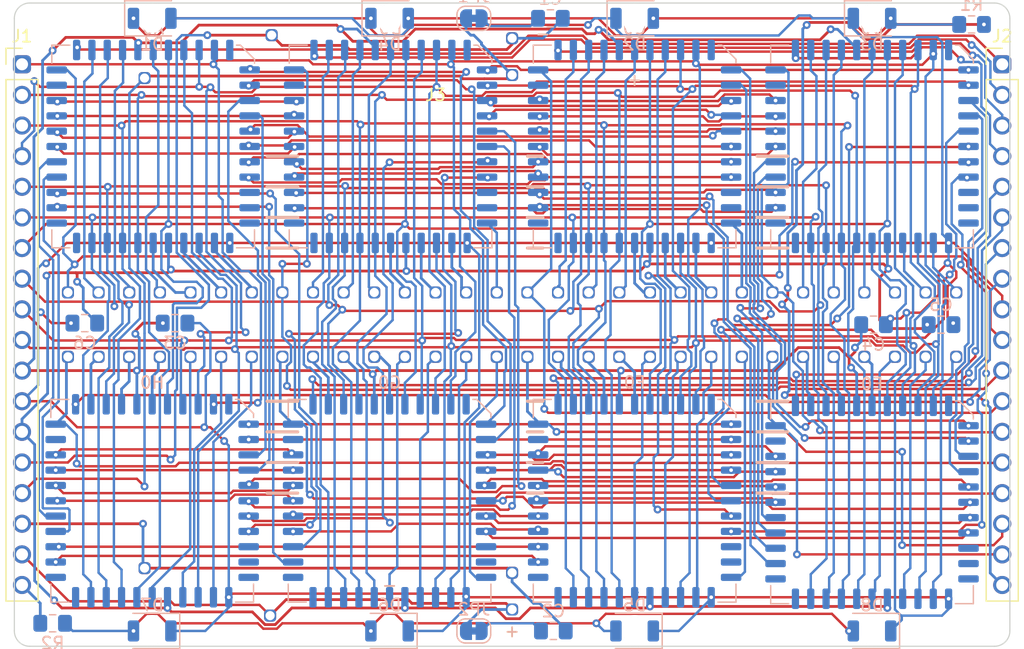
<source format=kicad_pcb>
(kicad_pcb (version 20171130) (host pcbnew "(5.1.9-0-10_14)")
  (layers (0 F.Cu signal) (31 B.Cu signal) (34 B.Paste user hide) (35 F.Paste user) (36 B.SilkS user hide) (37 F.SilkS user hide) (38 B.Mask user hide) (39 F.Mask user hide) (44 Edge.Cuts user))
  (net 0 "")
  (net 1 +9V)
  (net 2 2)
  (net 3 DATA)
  (net 4 1)
  (net 5 CS_A)
  (net 6 /X0AB)
  (net 7 /X1AB)
  (net 8 /X2AB)
  (net 9 /X3AB)
  (net 10 /X4AH)
  (net 11 /X5AH)
  (net 12 /X12AG)
  (net 13 /X13AG)
  (net 14 AY1)
  (net 15 AY0)
  (net 16 AX2)
  (net 17 AX1)
  (net 18 4)
  (net 19 -9V)
  (net 20 5)
  (net 21 STROBE)
  (net 22 6)
  (net 23 GND)
  (net 24 7)
  (net 25 /X11AC)
  (net 26 /X10AC)
  (net 27 /X9AC)
  (net 28 /X8AC)
  (net 29 /X7AH)
  (net 30 /X6AH)
  (net 31 /X15AG)
  (net 32 /X14AG)
  (net 33 AX0)
  (net 34 AX3)
  (net 35 RESET)
  (net 36 AY2)
  (net 37 3)
  (net 38 10)
  (net 39 9)
  (net 40 CS_B)
  (net 41 8)
  (net 42 /X4BC)
  (net 43 /X5BC)
  (net 44 /X12BD)
  (net 45 /X13BD)
  (net 46 12)
  (net 47 13)
  (net 48 14)
  (net 49 15)
  (net 50 /X11BH)
  (net 51 /X10BH)
  (net 52 /X9BH)
  (net 53 /X8BH)
  (net 54 /X7BC)
  (net 55 /X6BC)
  (net 56 /X15BD)
  (net 57 /X14BD)
  (net 58 11)
  (net 59 18)
  (net 60 17)
  (net 61 CS_C)
  (net 62 16)
  (net 63 /X0CD)
  (net 64 /X1CD)
  (net 65 /X2CD)
  (net 66 /X3CD)
  (net 67 /X12CE)
  (net 68 /X13CE)
  (net 69 20)
  (net 70 21)
  (net 71 22)
  (net 72 23)
  (net 73 /X15CE)
  (net 74 /X14CE)
  (net 75 19)
  (net 76 "Net-(C1-Pad2)")
  (net 77 Neg_Top)
  (net 78 "Net-(C2-Pad2)")
  (net 79 Neg_Bottom)
  (net 80 26)
  (net 81 25)
  (net 82 CS_D)
  (net 83 24)
  (net 84 /X4DE)
  (net 85 /X5DE)
  (net 86 28)
  (net 87 29)
  (net 88 30)
  (net 89 "Net-(D0-Pad17)")
  (net 90 /X11DF)
  (net 91 /X10DF)
  (net 92 /X9DF)
  (net 93 /X8DF)
  (net 94 /X7DE)
  (net 95 /X6DE)
  (net 96 27)
  (net 97 "Net-(D1-Pad2)")
  (net 98 "Net-(D5-Pad2)")
  (net 99 34)
  (net 100 33)
  (net 101 CS_E)
  (net 102 /X0EF)
  (net 103 /X1EF)
  (net 104 /X2EF)
  (net 105 /X3EF)
  (net 106 36)
  (net 107 37)
  (net 108 38)
  (net 109 39)
  (net 110 /X11EG)
  (net 111 /X10EG)
  (net 112 /X9EG)
  (net 113 /X8EG)
  (net 114 35)
  (net 115 42)
  (net 116 41)
  (net 117 CS_F)
  (net 118 40)
  (net 119 /X4FG)
  (net 120 /X5FG)
  (net 121 /X12FH)
  (net 122 /X13FH)
  (net 123 44)
  (net 124 45)
  (net 125 46)
  (net 126 47)
  (net 127 /X7FG)
  (net 128 /X6FG)
  (net 129 /X15FH)
  (net 130 /X14FH)
  (net 131 43)
  (net 132 50)
  (net 133 49)
  (net 134 CS_G)
  (net 135 48)
  (net 136 /X0GH)
  (net 137 /X1GH)
  (net 138 /X2GH)
  (net 139 /X3GH)
  (net 140 52)
  (net 141 53)
  (net 142 54)
  (net 143 55)
  (net 144 51)
  (net 145 58)
  (net 146 57)
  (net 147 CS_H)
  (net 148 56)
  (net 149 60)
  (net 150 61)
  (net 151 62)
  (net 152 "Net-(H0-Pad17)")
  (net 153 59)
  (net 154 Bottom_LEDs)
  (net 155 Pos_Bottom)
  (net 156 Pos_Top)
  (net 157 Top_LEDs)
  (net 158 "Net-(A0-Pad17)")
  (net 159 "Net-(E0-Pad17)")
  (module Connector_PinHeader_2.54mm:PinHeader_1x18_P2.54mm_Vertical (layer F.Cu) (at 149.778059 50.333959)
    (fp_text reference J2 (at 0 -2.33) (layer F.SilkS))
    (fp_text value Chip_Select_Measurement)
    (pad 18 thru_hole oval (at 0 43.18) (size 1.5 1.5) (drill 1) (layers *.Cu *.Mask) (net 157 Top_LEDs))
    (pad 17 thru_hole oval (at 0 40.64) (size 1.5 1.5) (drill 1) (layers *.Cu *.Mask) (net 148 56))
    (pad 16 thru_hole oval (at 0 38.1) (size 1.5 1.5) (drill 1) (layers *.Cu *.Mask) (net 135 48))
    (pad 15 thru_hole oval (at 0 35.56) (size 1.5 1.5) (drill 1) (layers *.Cu *.Mask) (net 118 40))
    (pad 14 thru_hole oval (at 0 33.02) (size 1.5 1.5) (drill 1) (layers *.Cu *.Mask) (net 100 33))
    (pad 13 thru_hole oval (at 0 30.48) (size 1.5 1.5) (drill 1) (layers *.Cu *.Mask) (net 83 24))
    (pad 12 thru_hole oval (at 0 27.94) (size 1.5 1.5) (drill 1) (layers *.Cu *.Mask) (net 62 16))
    (pad 11 thru_hole oval (at 0 25.4) (size 1.5 1.5) (drill 1) (layers *.Cu *.Mask) (net 41 8))
    (pad 10 thru_hole oval (at 0 22.86) (size 1.5 1.5) (drill 1) (layers *.Cu *.Mask) (net 4 1))
    (pad 9 thru_hole oval (at 0 20.32) (size 1.5 1.5) (drill 1) (layers *.Cu *.Mask) (net 23 GND))
    (pad 8 thru_hole oval (at 0 17.78) (size 1.5 1.5) (drill 1) (layers *.Cu *.Mask) (net 147 CS_H))
    (pad 7 thru_hole oval (at 0 15.24) (size 1.5 1.5) (drill 1) (layers *.Cu *.Mask) (net 134 CS_G))
    (pad 6 thru_hole oval (at 0 12.7) (size 1.5 1.5) (drill 1) (layers *.Cu *.Mask) (net 117 CS_F))
    (pad 5 thru_hole oval (at 0 10.16) (size 1.5 1.5) (drill 1) (layers *.Cu *.Mask) (net 101 CS_E))
    (pad 4 thru_hole oval (at 0 7.62) (size 1.5 1.5) (drill 1) (layers *.Cu *.Mask) (net 82 CS_D))
    (pad 3 thru_hole oval (at 0 5.08) (size 1.5 1.5) (drill 1) (layers *.Cu *.Mask) (net 61 CS_C))
    (pad 2 thru_hole oval (at 0 2.54) (size 1.5 1.5) (drill 1) (layers *.Cu *.Mask) (net 40 CS_B))
    (pad 1 thru_hole roundrect (at 0 0) (size 1.5 1.5) (drill 1) (layers *.Cu *.Mask) (net 5 CS_A))
  )
  (module Connector_PinHeader_2.54mm:PinHeader_1x18_P2.54mm_Vertical (layer F.Cu) (at 68.498059 50.333959)
    (fp_text reference J1 (at 0 -2.33) (layer F.SilkS))
    (fp_text value Address_Control_Power)
    (pad 1 thru_hole roundrect (at 0 0) (size 1.5 1.5) (drill 1) (layers *.Cu *.Mask) (net 33 AX0))
    (pad 2 thru_hole oval (at 0 2.54) (size 1.5 1.5) (drill 1) (layers *.Cu *.Mask) (net 17 AX1))
    (pad 3 thru_hole oval (at 0 5.08) (size 1.5 1.5) (drill 1) (layers *.Cu *.Mask) (net 16 AX2))
    (pad 4 thru_hole oval (at 0 7.62) (size 1.5 1.5) (drill 1) (layers *.Cu *.Mask) (net 34 AX3))
    (pad 5 thru_hole oval (at 0 10.16) (size 1.5 1.5) (drill 1) (layers *.Cu *.Mask) (net 15 AY0))
    (pad 6 thru_hole oval (at 0 12.7) (size 1.5 1.5) (drill 1) (layers *.Cu *.Mask) (net 14 AY1))
    (pad 7 thru_hole oval (at 0 15.24) (size 1.5 1.5) (drill 1) (layers *.Cu *.Mask) (net 36 AY2))
    (pad 8 thru_hole oval (at 0 17.78) (size 1.5 1.5) (drill 1) (layers *.Cu *.Mask) (net 3 DATA))
    (pad 9 thru_hole oval (at 0 20.32) (size 1.5 1.5) (drill 1) (layers *.Cu *.Mask) (net 35 RESET))
    (pad 10 thru_hole oval (at 0 22.86) (size 1.5 1.5) (drill 1) (layers *.Cu *.Mask) (net 21 STROBE))
    (pad 11 thru_hole oval (at 0 25.4) (size 1.5 1.5) (drill 1) (layers *.Cu *.Mask) (net 1 +9V))
    (pad 12 thru_hole oval (at 0 27.94) (size 1.5 1.5) (drill 1) (layers *.Cu *.Mask) (net 23 GND))
    (pad 13 thru_hole oval (at 0 30.48) (size 1.5 1.5) (drill 1) (layers *.Cu *.Mask) (net 19 -9V))
    (pad 14 thru_hole oval (at 0 33.02) (size 1.5 1.5) (drill 1) (layers *.Cu *.Mask) (net 77 Neg_Top))
    (pad 15 thru_hole oval (at 0 35.56) (size 1.5 1.5) (drill 1) (layers *.Cu *.Mask) (net 156 Pos_Top))
    (pad 16 thru_hole oval (at 0 38.1) (size 1.5 1.5) (drill 1) (layers *.Cu *.Mask) (net 79 Neg_Bottom))
    (pad 17 thru_hole oval (at 0 40.64) (size 1.5 1.5) (drill 1) (layers *.Cu *.Mask) (net 155 Pos_Bottom))
    (pad 18 thru_hole oval (at 0 43.18) (size 1.5 1.5) (drill 1) (layers *.Cu *.Mask) (net 154 Bottom_LEDs))
  )
  (module Footprints:Breadboard_Top (layer F.Cu) (at 109.138059 71.923959)
    (fp_text reference J3 (at -6.35 -19.05) (layer F.SilkS))
    (fp_text value Breadboard)
    (fp_text user - (at -10.16 21.59) (layer F.SilkS))
    (fp_text user + (at 0 25.4) (layer F.SilkS))
    (fp_text user - (at -10.16 21.59) (layer B.SilkS) (effects (justify mirror)))
    (fp_text user + (at 0 25.4) (layer B.SilkS) (effects (justify mirror)))
    (fp_text user + (at 10.16 -20.32) (layer B.SilkS) (effects (justify mirror)))
    (fp_text user - (at 2.54 -24.13) (layer B.SilkS) (effects (justify mirror)))
    (fp_text user - (at 2.54 -24.13) (layer F.SilkS))
    (fp_text user + (at 10.16 -20.32) (layer F.SilkS))
    (pad 30 thru_hole roundrect (at 36.83 -2.667) (size 1 1) (drill 0.762) (layers *.Cu *.Mask) (roundrect_rratio 0.3) (net 88 30))
    (pad 29 thru_hole roundrect (at 34.29 -2.667) (size 1 1) (drill 0.762) (layers *.Cu *.Mask) (roundrect_rratio 0.3) (net 87 29))
    (pad 28 thru_hole roundrect (at 31.75 -2.667) (size 1 1) (drill 0.762) (layers *.Cu *.Mask) (roundrect_rratio 0.3) (net 86 28))
    (pad 27 thru_hole roundrect (at 29.21 -2.667) (size 1 1) (drill 0.762) (layers *.Cu *.Mask) (roundrect_rratio 0.3) (net 96 27))
    (pad 26 thru_hole roundrect (at 26.67 -2.667) (size 1 1) (drill 0.762) (layers *.Cu *.Mask) (roundrect_rratio 0.3) (net 80 26))
    (pad 25 thru_hole roundrect (at 24.13 -2.667) (size 1 1) (drill 0.762) (layers *.Cu *.Mask) (roundrect_rratio 0.3) (net 81 25))
    (pad 24 thru_hole roundrect (at 21.59 -2.667) (size 1 1) (drill 0.762) (layers *.Cu *.Mask) (roundrect_rratio 0.3) (net 83 24))
    (pad 23 thru_hole roundrect (at 19.05 -2.667) (size 1 1) (drill 0.762) (layers *.Cu *.Mask) (roundrect_rratio 0.3) (net 72 23))
    (pad 22 thru_hole roundrect (at 16.51 -2.667) (size 1 1) (drill 0.762) (layers *.Cu *.Mask) (roundrect_rratio 0.3) (net 71 22))
    (pad 21 thru_hole roundrect (at 13.97 -2.667) (size 1 1) (drill 0.762) (layers *.Cu *.Mask) (roundrect_rratio 0.3) (net 70 21))
    (pad 20 thru_hole roundrect (at 11.43 -2.667) (size 1 1) (drill 0.762) (layers *.Cu *.Mask) (roundrect_rratio 0.3) (net 69 20))
    (pad 19 thru_hole roundrect (at 8.89 -2.667) (size 1 1) (drill 0.762) (layers *.Cu *.Mask) (roundrect_rratio 0.3) (net 75 19))
    (pad 18 thru_hole roundrect (at 6.35 -2.667) (size 1 1) (drill 0.762) (layers *.Cu *.Mask) (roundrect_rratio 0.3) (net 59 18))
    (pad 17 thru_hole roundrect (at 3.81 -2.667) (size 1 1) (drill 0.762) (layers *.Cu *.Mask) (roundrect_rratio 0.3) (net 60 17))
    (pad 16 thru_hole roundrect (at 1.27 -2.667) (size 1 1) (drill 0.762) (layers *.Cu *.Mask) (roundrect_rratio 0.3) (net 62 16))
    (pad 15 thru_hole roundrect (at -1.27 -2.667) (size 1 1) (drill 0.762) (layers *.Cu *.Mask) (roundrect_rratio 0.3) (net 49 15))
    (pad 14 thru_hole roundrect (at -3.81 -2.667) (size 1 1) (drill 0.762) (layers *.Cu *.Mask) (roundrect_rratio 0.3) (net 48 14))
    (pad 13 thru_hole roundrect (at -6.35 -2.667) (size 1 1) (drill 0.762) (layers *.Cu *.Mask) (roundrect_rratio 0.3) (net 47 13))
    (pad 12 thru_hole roundrect (at -8.89 -2.667) (size 1 1) (drill 0.762) (layers *.Cu *.Mask) (roundrect_rratio 0.3) (net 46 12))
    (pad 11 thru_hole roundrect (at -11.43 -2.667) (size 1 1) (drill 0.762) (layers *.Cu *.Mask) (roundrect_rratio 0.3) (net 58 11))
    (pad 10 thru_hole roundrect (at -13.97 -2.667) (size 1 1) (drill 0.762) (layers *.Cu *.Mask) (roundrect_rratio 0.3) (net 38 10))
    (pad 9 thru_hole roundrect (at -16.51 -2.667) (size 1 1) (drill 0.762) (layers *.Cu *.Mask) (roundrect_rratio 0.3) (net 39 9))
    (pad 8 thru_hole roundrect (at -19.05 -2.667) (size 1 1) (drill 0.762) (layers *.Cu *.Mask) (roundrect_rratio 0.3) (net 41 8))
    (pad 7 thru_hole roundrect (at -21.59 -2.667) (size 1 1) (drill 0.762) (layers *.Cu *.Mask) (roundrect_rratio 0.3) (net 24 7))
    (pad 6 thru_hole roundrect (at -24.13 -2.667) (size 1 1) (drill 0.762) (layers *.Cu *.Mask) (roundrect_rratio 0.3) (net 22 6))
    (pad 5 thru_hole roundrect (at -26.67 -2.667) (size 1 1) (drill 0.762) (layers *.Cu *.Mask) (roundrect_rratio 0.3) (net 20 5))
    (pad 4 thru_hole roundrect (at -29.21 -2.667) (size 1 1) (drill 0.762) (layers *.Cu *.Mask) (roundrect_rratio 0.3) (net 18 4))
    (pad 3 thru_hole roundrect (at -31.75 -2.667) (size 1 1) (drill 0.762) (layers *.Cu *.Mask) (roundrect_rratio 0.3) (net 37 3))
    (pad 2 thru_hole roundrect (at -34.29 -2.667) (size 1 1) (drill 0.762) (layers *.Cu *.Mask) (roundrect_rratio 0.3) (net 2 2))
    (pad 1 thru_hole roundrect (at -36.83 -2.667) (size 1 1) (drill 0.762) (layers *.Cu *.Mask) (roundrect_rratio 0.3) (net 4 1))
    (pad 32 thru_hole roundrect (at 0 20.574) (size 1 1) (drill 0.762) (layers *.Cu *.Mask) (roundrect_rratio 0.3) (net 79 Neg_Bottom))
    (pad 33 thru_hole roundrect (at -36.83 2.667) (size 1 1) (drill 0.762) (layers *.Cu *.Mask) (roundrect_rratio 0.3) (net 100 33))
    (pad 34 thru_hole roundrect (at -34.29 2.667) (size 1 1) (drill 0.762) (layers *.Cu *.Mask) (roundrect_rratio 0.3) (net 99 34))
    (pad 35 thru_hole roundrect (at -31.75 2.667) (size 1 1) (drill 0.762) (layers *.Cu *.Mask) (roundrect_rratio 0.3) (net 114 35))
    (pad 36 thru_hole roundrect (at -29.21 2.667) (size 1 1) (drill 0.762) (layers *.Cu *.Mask) (roundrect_rratio 0.3) (net 106 36))
    (pad 37 thru_hole roundrect (at -26.67 2.667) (size 1 1) (drill 0.762) (layers *.Cu *.Mask) (roundrect_rratio 0.3) (net 107 37))
    (pad 38 thru_hole roundrect (at -24.13 2.667) (size 1 1) (drill 0.762) (layers *.Cu *.Mask) (roundrect_rratio 0.3) (net 108 38))
    (pad 39 thru_hole roundrect (at -21.59 2.667) (size 1 1) (drill 0.762) (layers *.Cu *.Mask) (roundrect_rratio 0.3) (net 109 39))
    (pad 40 thru_hole roundrect (at -19.05 2.667) (size 1 1) (drill 0.762) (layers *.Cu *.Mask) (roundrect_rratio 0.3) (net 118 40))
    (pad 41 thru_hole roundrect (at -16.51 2.667) (size 1 1) (drill 0.762) (layers *.Cu *.Mask) (roundrect_rratio 0.3) (net 116 41))
    (pad 42 thru_hole roundrect (at -13.97 2.667) (size 1 1) (drill 0.762) (layers *.Cu *.Mask) (roundrect_rratio 0.3) (net 115 42))
    (pad 43 thru_hole roundrect (at -11.43 2.667) (size 1 1) (drill 0.762) (layers *.Cu *.Mask) (roundrect_rratio 0.3) (net 131 43))
    (pad 44 thru_hole roundrect (at -8.89 2.667) (size 1 1) (drill 0.762) (layers *.Cu *.Mask) (roundrect_rratio 0.3) (net 123 44))
    (pad 45 thru_hole roundrect (at -6.35 2.667) (size 1 1) (drill 0.762) (layers *.Cu *.Mask) (roundrect_rratio 0.3) (net 124 45))
    (pad 46 thru_hole roundrect (at -3.81 2.667) (size 1 1) (drill 0.762) (layers *.Cu *.Mask) (roundrect_rratio 0.3) (net 125 46))
    (pad 47 thru_hole roundrect (at -1.27 2.667) (size 1 1) (drill 0.762) (layers *.Cu *.Mask) (roundrect_rratio 0.3) (net 126 47))
    (pad 48 thru_hole roundrect (at 1.27 2.667) (size 1 1) (drill 0.762) (layers *.Cu *.Mask) (roundrect_rratio 0.3) (net 135 48))
    (pad 49 thru_hole roundrect (at 3.81 2.667) (size 1 1) (drill 0.762) (layers *.Cu *.Mask) (roundrect_rratio 0.3) (net 133 49))
    (pad 50 thru_hole roundrect (at 6.35 2.667) (size 1 1) (drill 0.762) (layers *.Cu *.Mask) (roundrect_rratio 0.3) (net 132 50))
    (pad 51 thru_hole roundrect (at 8.89 2.667) (size 1 1) (drill 0.762) (layers *.Cu *.Mask) (roundrect_rratio 0.3) (net 144 51))
    (pad 52 thru_hole roundrect (at 11.43 2.667) (size 1 1) (drill 0.762) (layers *.Cu *.Mask) (roundrect_rratio 0.3) (net 140 52))
    (pad 53 thru_hole roundrect (at 13.97 2.667) (size 1 1) (drill 0.762) (layers *.Cu *.Mask) (roundrect_rratio 0.3) (net 141 53))
    (pad 54 thru_hole roundrect (at 16.51 2.667) (size 1 1) (drill 0.762) (layers *.Cu *.Mask) (roundrect_rratio 0.3) (net 142 54))
    (pad 55 thru_hole roundrect (at 19.05 2.667) (size 1 1) (drill 0.762) (layers *.Cu *.Mask) (roundrect_rratio 0.3) (net 143 55))
    (pad 56 thru_hole roundrect (at 21.59 2.667) (size 1 1) (drill 0.762) (layers *.Cu *.Mask) (roundrect_rratio 0.3) (net 148 56))
    (pad 57 thru_hole roundrect (at 24.13 2.667) (size 1 1) (drill 0.762) (layers *.Cu *.Mask) (roundrect_rratio 0.3) (net 146 57))
    (pad 58 thru_hole roundrect (at 26.67 2.667) (size 1 1) (drill 0.762) (layers *.Cu *.Mask) (roundrect_rratio 0.3) (net 145 58))
    (pad 59 thru_hole roundrect (at 29.21 2.667) (size 1 1) (drill 0.762) (layers *.Cu *.Mask) (roundrect_rratio 0.3) (net 153 59))
    (pad 60 thru_hole roundrect (at 31.75 2.667) (size 1 1) (drill 0.762) (layers *.Cu *.Mask) (roundrect_rratio 0.3) (net 149 60))
    (pad 61 thru_hole roundrect (at 34.29 2.667) (size 1 1) (drill 0.762) (layers *.Cu *.Mask) (roundrect_rratio 0.3) (net 150 61))
    (pad 62 thru_hole roundrect (at 36.83 2.667) (size 1 1) (drill 0.762) (layers *.Cu *.Mask) (roundrect_rratio 0.3) (net 151 62))
    (pad 63 thru_hole roundrect (at -20.066 24.13) (size 1 1) (drill 0.762) (layers *.Cu *.Mask) (roundrect_rratio 0.3) (net 155 Pos_Bottom))
    (pad 32 thru_hole roundrect (at -30.48 20.193) (size 1 1) (drill 0.762) (layers *.Cu *.Mask) (roundrect_rratio 0.3) (net 79 Neg_Bottom))
    (pad 63 thru_hole roundrect (at 0 23.622) (size 1 1) (drill 0.762) (layers *.Cu *.Mask) (roundrect_rratio 0.3) (net 155 Pos_Bottom))
    (pad 0 thru_hole roundrect (at 0 -23.749) (size 1 1) (drill 0.762) (layers *.Cu *.Mask) (roundrect_rratio 0.3) (net 77 Neg_Top))
    (pad 31 thru_hole roundrect (at 0 -20.701) (size 1 1) (drill 0.762) (layers *.Cu *.Mask) (roundrect_rratio 0.3) (net 156 Pos_Top))
    (pad 0 thru_hole roundrect (at -19.939 -24.003) (size 1 1) (drill 0.762) (layers *.Cu *.Mask) (roundrect_rratio 0.3) (net 77 Neg_Top))
    (pad 31 thru_hole roundrect (at -30.48 -20.447) (size 1 1) (drill 0.762) (layers *.Cu *.Mask) (roundrect_rratio 0.3) (net 156 Pos_Top))
  )
  (module Resistor_SMD:R_0805_2012Metric_Pad1.15x1.40mm_HandSolder (layer B.Cu) (at 71.038059 96.688959)
    (fp_text reference R2 (at 0 1.65) (layer B.SilkS) (effects (justify mirror)))
    (fp_text value 220R)
    (pad 2 smd roundrect (at 1.025 0) (size 1.15 1.4) (layers B.Cu B.Paste B.Mask) (roundrect_rratio 0.217391) (net 98 "Net-(D5-Pad2)"))
    (pad 1 smd roundrect (at -1.025 0) (size 1.15 1.4) (layers B.Cu B.Paste B.Mask) (roundrect_rratio 0.217391) (net 154 Bottom_LEDs))
  )
  (module Resistor_SMD:R_0805_2012Metric_Pad1.15x1.40mm_HandSolder (layer B.Cu) (at 147.238059 47.031959 180)
    (fp_text reference R1 (at 0 1.65) (layer B.SilkS) (effects (justify mirror)))
    (fp_text value 220R)
    (pad 2 smd roundrect (at 1.025 0 180) (size 1.15 1.4) (layers B.Cu B.Paste B.Mask) (roundrect_rratio 0.217391) (net 97 "Net-(D1-Pad2)"))
    (pad 1 smd roundrect (at -1.025 0 180) (size 1.15 1.4) (layers B.Cu B.Paste B.Mask) (roundrect_rratio 0.217391) (net 157 Top_LEDs))
  )
  (module Jumper:SolderJumper-2_P1.3mm_Bridged_RoundedPad1.0x1.5mm (layer B.Cu) (at 105.963059 97.323959 180)
    (fp_text reference JP2 (at 0 1.8) (layer B.SilkS) (effects (justify mirror)))
    (fp_text value SolderJumper_2_Bridged)
    (fp_poly (pts (xy 0.25 0.3) (xy -0.25 0.3) (xy -0.25 -0.3) (xy 0.25 -0.3)) (layer B.Cu) (width 0))
    (pad 1 smd custom (at -0.65 0 180) (size 1 0.5) (layers B.Cu B.Mask) (net 78 "Net-(C2-Pad2)") (options (clearance outline) (anchor rect)) (primitives (gr_circle (center 0 -0.25) (end 0.5 -0.25) (width 0)) (gr_circle (center 0 0.25) (end 0.5 0.25) (width 0)) (gr_poly (pts (xy 0 0.75) (xy 0.5 0.75) (xy 0.5 -0.75) (xy 0 -0.75)) (width 0))))
    (pad 2 smd custom (at 0.65 0 180) (size 1 0.5) (layers B.Cu B.Mask) (net 155 Pos_Bottom) (options (clearance outline) (anchor rect)) (primitives (gr_circle (center 0 -0.25) (end 0.5 -0.25) (width 0)) (gr_circle (center 0 0.25) (end 0.5 0.25) (width 0)) (gr_poly (pts (xy 0 0.75) (xy -0.5 0.75) (xy -0.5 -0.75) (xy 0 -0.75)) (width 0))))
  )
  (module Jumper:SolderJumper-2_P1.3mm_Bridged_RoundedPad1.0x1.5mm (layer B.Cu) (at 105.963059 46.523959 180)
    (fp_text reference JP1 (at 0 1.8) (layer B.SilkS) (effects (justify mirror)))
    (fp_text value SolderJumper_2_Bridged)
    (fp_poly (pts (xy 0.25 0.3) (xy -0.25 0.3) (xy -0.25 -0.3) (xy 0.25 -0.3)) (layer B.Cu) (width 0))
    (pad 1 smd custom (at -0.65 0 180) (size 1 0.5) (layers B.Cu B.Mask) (net 76 "Net-(C1-Pad2)") (options (clearance outline) (anchor rect)) (primitives (gr_circle (center 0 -0.25) (end 0.5 -0.25) (width 0)) (gr_circle (center 0 0.25) (end 0.5 0.25) (width 0)) (gr_poly (pts (xy 0 0.75) (xy 0.5 0.75) (xy 0.5 -0.75) (xy 0 -0.75)) (width 0))))
    (pad 2 smd custom (at 0.65 0 180) (size 1 0.5) (layers B.Cu B.Mask) (net 156 Pos_Top) (options (clearance outline) (anchor rect)) (primitives (gr_circle (center 0 -0.25) (end 0.5 -0.25) (width 0)) (gr_circle (center 0 0.25) (end 0.5 0.25) (width 0)) (gr_poly (pts (xy 0 0.75) (xy -0.5 0.75) (xy -0.5 -0.75) (xy 0 -0.75)) (width 0))))
  )
  (module Package_LCC:PLCC-44_16.6x16.6mm_P1.27mm (layer B.Cu) (at 79.293059 86.528959 180)
    (fp_text reference H0 (at 0 9.8) (layer B.SilkS) (effects (justify mirror)))
    (fp_text value MT8816AP)
    (pad 44 smd roundrect (at 1.27 8 180) (size 0.6 1.7) (layers B.Cu B.Paste B.Mask) (net 1 +9V))
    (pad 43 smd roundrect (at 2.54 8 180) (size 0.6 1.7) (layers B.Cu B.Paste B.Mask) (net 114 35))
    (pad 42 smd roundrect (at 3.81 8 180) (size 0.6 1.7) (layers B.Cu B.Paste B.Mask) (net 3 DATA))
    (pad 41 smd roundrect (at 5.08 8 180) (size 0.6 1.7) (layers B.Cu B.Paste B.Mask) (net 99 34))
    (pad 40 smd roundrect (at 6.35 8 180) (size 0.6 1.7) (layers B.Cu B.Paste B.Mask) (net 147 CS_H))
    (pad 39 smd roundrect (at 8 6.35 180) (size 1.7 0.6) (layers B.Cu B.Paste B.Mask) (net 100 33))
    (pad 38 smd roundrect (at 8 5.08 180) (size 1.7 0.6) (layers B.Cu B.Paste B.Mask))
    (pad 37 smd roundrect (at 8 3.81 180) (size 1.7 0.6) (layers B.Cu B.Paste B.Mask) (net 136 /X0GH))
    (pad 36 smd roundrect (at 8 2.54 180) (size 1.7 0.6) (layers B.Cu B.Paste B.Mask) (net 137 /X1GH))
    (pad 35 smd roundrect (at 8 1.27 180) (size 1.7 0.6) (layers B.Cu B.Paste B.Mask) (net 138 /X2GH))
    (pad 34 smd roundrect (at 8 0 180) (size 1.7 0.6) (layers B.Cu B.Paste B.Mask) (net 139 /X3GH))
    (pad 33 smd roundrect (at 8 -1.27 180) (size 1.7 0.6) (layers B.Cu B.Paste B.Mask) (net 10 /X4AH))
    (pad 32 smd roundrect (at 8 -2.54 180) (size 1.7 0.6) (layers B.Cu B.Paste B.Mask) (net 11 /X5AH))
    (pad 31 smd roundrect (at 8 -3.81 180) (size 1.7 0.6) (layers B.Cu B.Paste B.Mask) (net 121 /X12FH))
    (pad 30 smd roundrect (at 8 -5.08 180) (size 1.7 0.6) (layers B.Cu B.Paste B.Mask) (net 122 /X13FH))
    (pad 29 smd roundrect (at 8 -6.35 180) (size 1.7 0.6) (layers B.Cu B.Paste B.Mask))
    (pad 28 smd roundrect (at 6.35 -8 180) (size 0.6 1.7) (layers B.Cu B.Paste B.Mask))
    (pad 27 smd roundrect (at 5.08 -8 180) (size 0.6 1.7) (layers B.Cu B.Paste B.Mask) (net 14 AY1))
    (pad 26 smd roundrect (at 3.81 -8 180) (size 0.6 1.7) (layers B.Cu B.Paste B.Mask) (net 15 AY0))
    (pad 25 smd roundrect (at 2.54 -8 180) (size 0.6 1.7) (layers B.Cu B.Paste B.Mask) (net 16 AX2))
    (pad 24 smd roundrect (at 1.27 -8 180) (size 0.6 1.7) (layers B.Cu B.Paste B.Mask) (net 17 AX1))
    (pad 23 smd roundrect (at 0 -8 180) (size 0.6 1.7) (layers B.Cu B.Paste B.Mask) (net 107 37))
    (pad 22 smd roundrect (at -1.27 -8 180) (size 0.6 1.7) (layers B.Cu B.Paste B.Mask) (net 19 -9V))
    (pad 21 smd roundrect (at -2.54 -8 180) (size 0.6 1.7) (layers B.Cu B.Paste B.Mask) (net 108 38))
    (pad 20 smd roundrect (at -3.81 -8 180) (size 0.6 1.7) (layers B.Cu B.Paste B.Mask) (net 21 STROBE))
    (pad 19 smd roundrect (at -5.08 -8 180) (size 0.6 1.7) (layers B.Cu B.Paste B.Mask) (net 109 39))
    (pad 18 smd roundrect (at -6.35 -8 180) (size 0.6 1.7) (layers B.Cu B.Paste B.Mask) (net 23 GND))
    (pad 17 smd roundrect (at -8 -6.35 180) (size 1.7 0.6) (layers B.Cu B.Paste B.Mask) (net 152 "Net-(H0-Pad17)"))
    (pad 16 smd roundrect (at -8 -5.08 180) (size 1.7 0.6) (layers B.Cu B.Paste B.Mask))
    (pad 15 smd roundrect (at -8 -3.81 180) (size 1.7 0.6) (layers B.Cu B.Paste B.Mask))
    (pad 14 smd roundrect (at -8 -2.54 180) (size 1.7 0.6) (layers B.Cu B.Paste B.Mask) (net 50 /X11BH))
    (pad 13 smd roundrect (at -8 -1.27 180) (size 1.7 0.6) (layers B.Cu B.Paste B.Mask) (net 51 /X10BH))
    (pad 12 smd roundrect (at -8 0 180) (size 1.7 0.6) (layers B.Cu B.Paste B.Mask) (net 52 /X9BH))
    (pad 11 smd roundrect (at -8 1.27 180) (size 1.7 0.6) (layers B.Cu B.Paste B.Mask) (net 53 /X8BH))
    (pad 10 smd roundrect (at -8 2.54 180) (size 1.7 0.6) (layers B.Cu B.Paste B.Mask) (net 29 /X7AH))
    (pad 9 smd roundrect (at -8 3.81 180) (size 1.7 0.6) (layers B.Cu B.Paste B.Mask) (net 30 /X6AH))
    (pad 8 smd roundrect (at -8 5.08 180) (size 1.7 0.6) (layers B.Cu B.Paste B.Mask) (net 129 /X15FH))
    (pad 7 smd roundrect (at -8 6.35 180) (size 1.7 0.6) (layers B.Cu B.Paste B.Mask) (net 130 /X14FH))
    (pad 6 smd roundrect (at -6.35 8 180) (size 0.6 1.7) (layers B.Cu B.Paste B.Mask))
    (pad 5 smd roundrect (at -5.08 8 180) (size 0.6 1.7) (layers B.Cu B.Paste B.Mask) (net 33 AX0))
    (pad 4 smd roundrect (at -3.81 8 180) (size 0.6 1.7) (layers B.Cu B.Paste B.Mask) (net 34 AX3))
    (pad 3 smd roundrect (at -2.54 8 180) (size 0.6 1.7) (layers B.Cu B.Paste B.Mask) (net 35 RESET))
    (pad 2 smd roundrect (at -1.27 8 180) (size 0.6 1.7) (layers B.Cu B.Paste B.Mask) (net 36 AY2))
    (pad 1 smd roundrect (at 0 8 180) (size 0.6 1.7) (layers B.Cu B.Paste B.Mask) (net 106 36))
  )
  (module Package_LCC:PLCC-44_16.6x16.6mm_P1.27mm (layer B.Cu) (at 98.978059 86.528959 180)
    (fp_text reference G0 (at 0 9.8) (layer B.SilkS) (effects (justify mirror)))
    (fp_text value MT8816AP)
    (pad 44 smd roundrect (at 1.27 8 180) (size 0.6 1.7) (layers B.Cu B.Paste B.Mask) (net 1 +9V))
    (pad 43 smd roundrect (at 2.54 8 180) (size 0.6 1.7) (layers B.Cu B.Paste B.Mask) (net 115 42))
    (pad 42 smd roundrect (at 3.81 8 180) (size 0.6 1.7) (layers B.Cu B.Paste B.Mask) (net 3 DATA))
    (pad 41 smd roundrect (at 5.08 8 180) (size 0.6 1.7) (layers B.Cu B.Paste B.Mask) (net 116 41))
    (pad 40 smd roundrect (at 6.35 8 180) (size 0.6 1.7) (layers B.Cu B.Paste B.Mask) (net 134 CS_G))
    (pad 39 smd roundrect (at 8 6.35 180) (size 1.7 0.6) (layers B.Cu B.Paste B.Mask) (net 118 40))
    (pad 38 smd roundrect (at 8 5.08 180) (size 1.7 0.6) (layers B.Cu B.Paste B.Mask))
    (pad 37 smd roundrect (at 8 3.81 180) (size 1.7 0.6) (layers B.Cu B.Paste B.Mask) (net 136 /X0GH))
    (pad 36 smd roundrect (at 8 2.54 180) (size 1.7 0.6) (layers B.Cu B.Paste B.Mask) (net 137 /X1GH))
    (pad 35 smd roundrect (at 8 1.27 180) (size 1.7 0.6) (layers B.Cu B.Paste B.Mask) (net 138 /X2GH))
    (pad 34 smd roundrect (at 8 0 180) (size 1.7 0.6) (layers B.Cu B.Paste B.Mask) (net 139 /X3GH))
    (pad 33 smd roundrect (at 8 -1.27 180) (size 1.7 0.6) (layers B.Cu B.Paste B.Mask) (net 119 /X4FG))
    (pad 32 smd roundrect (at 8 -2.54 180) (size 1.7 0.6) (layers B.Cu B.Paste B.Mask) (net 120 /X5FG))
    (pad 31 smd roundrect (at 8 -3.81 180) (size 1.7 0.6) (layers B.Cu B.Paste B.Mask) (net 12 /X12AG))
    (pad 30 smd roundrect (at 8 -5.08 180) (size 1.7 0.6) (layers B.Cu B.Paste B.Mask) (net 13 /X13AG))
    (pad 29 smd roundrect (at 8 -6.35 180) (size 1.7 0.6) (layers B.Cu B.Paste B.Mask))
    (pad 28 smd roundrect (at 6.35 -8 180) (size 0.6 1.7) (layers B.Cu B.Paste B.Mask))
    (pad 27 smd roundrect (at 5.08 -8 180) (size 0.6 1.7) (layers B.Cu B.Paste B.Mask) (net 14 AY1))
    (pad 26 smd roundrect (at 3.81 -8 180) (size 0.6 1.7) (layers B.Cu B.Paste B.Mask) (net 15 AY0))
    (pad 25 smd roundrect (at 2.54 -8 180) (size 0.6 1.7) (layers B.Cu B.Paste B.Mask) (net 16 AX2))
    (pad 24 smd roundrect (at 1.27 -8 180) (size 0.6 1.7) (layers B.Cu B.Paste B.Mask) (net 17 AX1))
    (pad 23 smd roundrect (at 0 -8 180) (size 0.6 1.7) (layers B.Cu B.Paste B.Mask) (net 123 44))
    (pad 22 smd roundrect (at -1.27 -8 180) (size 0.6 1.7) (layers B.Cu B.Paste B.Mask) (net 19 -9V))
    (pad 21 smd roundrect (at -2.54 -8 180) (size 0.6 1.7) (layers B.Cu B.Paste B.Mask) (net 124 45))
    (pad 20 smd roundrect (at -3.81 -8 180) (size 0.6 1.7) (layers B.Cu B.Paste B.Mask) (net 21 STROBE))
    (pad 19 smd roundrect (at -5.08 -8 180) (size 0.6 1.7) (layers B.Cu B.Paste B.Mask) (net 125 46))
    (pad 18 smd roundrect (at -6.35 -8 180) (size 0.6 1.7) (layers B.Cu B.Paste B.Mask) (net 23 GND))
    (pad 17 smd roundrect (at -8 -6.35 180) (size 1.7 0.6) (layers B.Cu B.Paste B.Mask) (net 126 47))
    (pad 16 smd roundrect (at -8 -5.08 180) (size 1.7 0.6) (layers B.Cu B.Paste B.Mask))
    (pad 15 smd roundrect (at -8 -3.81 180) (size 1.7 0.6) (layers B.Cu B.Paste B.Mask))
    (pad 14 smd roundrect (at -8 -2.54 180) (size 1.7 0.6) (layers B.Cu B.Paste B.Mask) (net 110 /X11EG))
    (pad 13 smd roundrect (at -8 -1.27 180) (size 1.7 0.6) (layers B.Cu B.Paste B.Mask) (net 111 /X10EG))
    (pad 12 smd roundrect (at -8 0 180) (size 1.7 0.6) (layers B.Cu B.Paste B.Mask) (net 112 /X9EG))
    (pad 11 smd roundrect (at -8 1.27 180) (size 1.7 0.6) (layers B.Cu B.Paste B.Mask) (net 113 /X8EG))
    (pad 10 smd roundrect (at -8 2.54 180) (size 1.7 0.6) (layers B.Cu B.Paste B.Mask) (net 127 /X7FG))
    (pad 9 smd roundrect (at -8 3.81 180) (size 1.7 0.6) (layers B.Cu B.Paste B.Mask) (net 128 /X6FG))
    (pad 8 smd roundrect (at -8 5.08 180) (size 1.7 0.6) (layers B.Cu B.Paste B.Mask) (net 31 /X15AG))
    (pad 7 smd roundrect (at -8 6.35 180) (size 1.7 0.6) (layers B.Cu B.Paste B.Mask) (net 32 /X14AG))
    (pad 6 smd roundrect (at -6.35 8 180) (size 0.6 1.7) (layers B.Cu B.Paste B.Mask))
    (pad 5 smd roundrect (at -5.08 8 180) (size 0.6 1.7) (layers B.Cu B.Paste B.Mask) (net 33 AX0))
    (pad 4 smd roundrect (at -3.81 8 180) (size 0.6 1.7) (layers B.Cu B.Paste B.Mask) (net 34 AX3))
    (pad 3 smd roundrect (at -2.54 8 180) (size 0.6 1.7) (layers B.Cu B.Paste B.Mask) (net 35 RESET))
    (pad 2 smd roundrect (at -1.27 8 180) (size 0.6 1.7) (layers B.Cu B.Paste B.Mask) (net 36 AY2))
    (pad 1 smd roundrect (at 0 8 180) (size 0.6 1.7) (layers B.Cu B.Paste B.Mask) (net 131 43))
  )
  (module Package_LCC:PLCC-44_16.6x16.6mm_P1.27mm (layer B.Cu) (at 119.298059 86.528959 180)
    (fp_text reference F0 (at 0 9.8) (layer B.SilkS) (effects (justify mirror)))
    (fp_text value MT8816AP)
    (pad 44 smd roundrect (at 1.27 8 180) (size 0.6 1.7) (layers B.Cu B.Paste B.Mask) (net 1 +9V))
    (pad 43 smd roundrect (at 2.54 8 180) (size 0.6 1.7) (layers B.Cu B.Paste B.Mask) (net 132 50))
    (pad 42 smd roundrect (at 3.81 8 180) (size 0.6 1.7) (layers B.Cu B.Paste B.Mask) (net 3 DATA))
    (pad 41 smd roundrect (at 5.08 8 180) (size 0.6 1.7) (layers B.Cu B.Paste B.Mask) (net 133 49))
    (pad 40 smd roundrect (at 6.35 8 180) (size 0.6 1.7) (layers B.Cu B.Paste B.Mask) (net 117 CS_F))
    (pad 39 smd roundrect (at 8 6.35 180) (size 1.7 0.6) (layers B.Cu B.Paste B.Mask) (net 135 48))
    (pad 38 smd roundrect (at 8 5.08 180) (size 1.7 0.6) (layers B.Cu B.Paste B.Mask))
    (pad 37 smd roundrect (at 8 3.81 180) (size 1.7 0.6) (layers B.Cu B.Paste B.Mask) (net 102 /X0EF))
    (pad 36 smd roundrect (at 8 2.54 180) (size 1.7 0.6) (layers B.Cu B.Paste B.Mask) (net 103 /X1EF))
    (pad 35 smd roundrect (at 8 1.27 180) (size 1.7 0.6) (layers B.Cu B.Paste B.Mask) (net 104 /X2EF))
    (pad 34 smd roundrect (at 8 0 180) (size 1.7 0.6) (layers B.Cu B.Paste B.Mask) (net 105 /X3EF))
    (pad 33 smd roundrect (at 8 -1.27 180) (size 1.7 0.6) (layers B.Cu B.Paste B.Mask) (net 119 /X4FG))
    (pad 32 smd roundrect (at 8 -2.54 180) (size 1.7 0.6) (layers B.Cu B.Paste B.Mask) (net 120 /X5FG))
    (pad 31 smd roundrect (at 8 -3.81 180) (size 1.7 0.6) (layers B.Cu B.Paste B.Mask) (net 121 /X12FH))
    (pad 30 smd roundrect (at 8 -5.08 180) (size 1.7 0.6) (layers B.Cu B.Paste B.Mask) (net 122 /X13FH))
    (pad 29 smd roundrect (at 8 -6.35 180) (size 1.7 0.6) (layers B.Cu B.Paste B.Mask))
    (pad 28 smd roundrect (at 6.35 -8 180) (size 0.6 1.7) (layers B.Cu B.Paste B.Mask))
    (pad 27 smd roundrect (at 5.08 -8 180) (size 0.6 1.7) (layers B.Cu B.Paste B.Mask) (net 14 AY1))
    (pad 26 smd roundrect (at 3.81 -8 180) (size 0.6 1.7) (layers B.Cu B.Paste B.Mask) (net 15 AY0))
    (pad 25 smd roundrect (at 2.54 -8 180) (size 0.6 1.7) (layers B.Cu B.Paste B.Mask) (net 16 AX2))
    (pad 24 smd roundrect (at 1.27 -8 180) (size 0.6 1.7) (layers B.Cu B.Paste B.Mask) (net 17 AX1))
    (pad 23 smd roundrect (at 0 -8 180) (size 0.6 1.7) (layers B.Cu B.Paste B.Mask) (net 140 52))
    (pad 22 smd roundrect (at -1.27 -8 180) (size 0.6 1.7) (layers B.Cu B.Paste B.Mask) (net 19 -9V))
    (pad 21 smd roundrect (at -2.54 -8 180) (size 0.6 1.7) (layers B.Cu B.Paste B.Mask) (net 141 53))
    (pad 20 smd roundrect (at -3.81 -8 180) (size 0.6 1.7) (layers B.Cu B.Paste B.Mask) (net 21 STROBE))
    (pad 19 smd roundrect (at -5.08 -8 180) (size 0.6 1.7) (layers B.Cu B.Paste B.Mask) (net 142 54))
    (pad 18 smd roundrect (at -6.35 -8 180) (size 0.6 1.7) (layers B.Cu B.Paste B.Mask) (net 23 GND))
    (pad 17 smd roundrect (at -8 -6.35 180) (size 1.7 0.6) (layers B.Cu B.Paste B.Mask) (net 143 55))
    (pad 16 smd roundrect (at -8 -5.08 180) (size 1.7 0.6) (layers B.Cu B.Paste B.Mask))
    (pad 15 smd roundrect (at -8 -3.81 180) (size 1.7 0.6) (layers B.Cu B.Paste B.Mask))
    (pad 14 smd roundrect (at -8 -2.54 180) (size 1.7 0.6) (layers B.Cu B.Paste B.Mask) (net 90 /X11DF))
    (pad 13 smd roundrect (at -8 -1.27 180) (size 1.7 0.6) (layers B.Cu B.Paste B.Mask) (net 91 /X10DF))
    (pad 12 smd roundrect (at -8 0 180) (size 1.7 0.6) (layers B.Cu B.Paste B.Mask) (net 92 /X9DF))
    (pad 11 smd roundrect (at -8 1.27 180) (size 1.7 0.6) (layers B.Cu B.Paste B.Mask) (net 93 /X8DF))
    (pad 10 smd roundrect (at -8 2.54 180) (size 1.7 0.6) (layers B.Cu B.Paste B.Mask) (net 127 /X7FG))
    (pad 9 smd roundrect (at -8 3.81 180) (size 1.7 0.6) (layers B.Cu B.Paste B.Mask) (net 128 /X6FG))
    (pad 8 smd roundrect (at -8 5.08 180) (size 1.7 0.6) (layers B.Cu B.Paste B.Mask) (net 129 /X15FH))
    (pad 7 smd roundrect (at -8 6.35 180) (size 1.7 0.6) (layers B.Cu B.Paste B.Mask) (net 130 /X14FH))
    (pad 6 smd roundrect (at -6.35 8 180) (size 0.6 1.7) (layers B.Cu B.Paste B.Mask))
    (pad 5 smd roundrect (at -5.08 8 180) (size 0.6 1.7) (layers B.Cu B.Paste B.Mask) (net 33 AX0))
    (pad 4 smd roundrect (at -3.81 8 180) (size 0.6 1.7) (layers B.Cu B.Paste B.Mask) (net 34 AX3))
    (pad 3 smd roundrect (at -2.54 8 180) (size 0.6 1.7) (layers B.Cu B.Paste B.Mask) (net 35 RESET))
    (pad 2 smd roundrect (at -1.27 8 180) (size 0.6 1.7) (layers B.Cu B.Paste B.Mask) (net 36 AY2))
    (pad 1 smd roundrect (at 0 8 180) (size 0.6 1.7) (layers B.Cu B.Paste B.Mask) (net 144 51))
  )
  (module Package_LCC:PLCC-44_16.6x16.6mm_P1.27mm (layer B.Cu) (at 138.983059 86.655959 180)
    (fp_text reference E0 (at 0 9.8) (layer B.SilkS) (effects (justify mirror)))
    (fp_text value MT8816AP)
    (pad 44 smd roundrect (at 1.27 8 180) (size 0.6 1.7) (layers B.Cu B.Paste B.Mask) (net 1 +9V))
    (pad 43 smd roundrect (at 2.54 8 180) (size 0.6 1.7) (layers B.Cu B.Paste B.Mask) (net 145 58))
    (pad 42 smd roundrect (at 3.81 8 180) (size 0.6 1.7) (layers B.Cu B.Paste B.Mask) (net 3 DATA))
    (pad 41 smd roundrect (at 5.08 8 180) (size 0.6 1.7) (layers B.Cu B.Paste B.Mask) (net 146 57))
    (pad 40 smd roundrect (at 6.35 8 180) (size 0.6 1.7) (layers B.Cu B.Paste B.Mask) (net 101 CS_E))
    (pad 39 smd roundrect (at 8 6.35 180) (size 1.7 0.6) (layers B.Cu B.Paste B.Mask) (net 148 56))
    (pad 38 smd roundrect (at 8 5.08 180) (size 1.7 0.6) (layers B.Cu B.Paste B.Mask))
    (pad 37 smd roundrect (at 8 3.81 180) (size 1.7 0.6) (layers B.Cu B.Paste B.Mask) (net 102 /X0EF))
    (pad 36 smd roundrect (at 8 2.54 180) (size 1.7 0.6) (layers B.Cu B.Paste B.Mask) (net 103 /X1EF))
    (pad 35 smd roundrect (at 8 1.27 180) (size 1.7 0.6) (layers B.Cu B.Paste B.Mask) (net 104 /X2EF))
    (pad 34 smd roundrect (at 8 0 180) (size 1.7 0.6) (layers B.Cu B.Paste B.Mask) (net 105 /X3EF))
    (pad 33 smd roundrect (at 8 -1.27 180) (size 1.7 0.6) (layers B.Cu B.Paste B.Mask) (net 84 /X4DE))
    (pad 32 smd roundrect (at 8 -2.54 180) (size 1.7 0.6) (layers B.Cu B.Paste B.Mask) (net 85 /X5DE))
    (pad 31 smd roundrect (at 8 -3.81 180) (size 1.7 0.6) (layers B.Cu B.Paste B.Mask) (net 67 /X12CE))
    (pad 30 smd roundrect (at 8 -5.08 180) (size 1.7 0.6) (layers B.Cu B.Paste B.Mask) (net 68 /X13CE))
    (pad 29 smd roundrect (at 8 -6.35 180) (size 1.7 0.6) (layers B.Cu B.Paste B.Mask))
    (pad 28 smd roundrect (at 6.35 -8 180) (size 0.6 1.7) (layers B.Cu B.Paste B.Mask))
    (pad 27 smd roundrect (at 5.08 -8 180) (size 0.6 1.7) (layers B.Cu B.Paste B.Mask) (net 14 AY1))
    (pad 26 smd roundrect (at 3.81 -8 180) (size 0.6 1.7) (layers B.Cu B.Paste B.Mask) (net 15 AY0))
    (pad 25 smd roundrect (at 2.54 -8 180) (size 0.6 1.7) (layers B.Cu B.Paste B.Mask) (net 16 AX2))
    (pad 24 smd roundrect (at 1.27 -8 180) (size 0.6 1.7) (layers B.Cu B.Paste B.Mask) (net 17 AX1))
    (pad 23 smd roundrect (at 0 -8 180) (size 0.6 1.7) (layers B.Cu B.Paste B.Mask) (net 149 60))
    (pad 22 smd roundrect (at -1.27 -8 180) (size 0.6 1.7) (layers B.Cu B.Paste B.Mask) (net 19 -9V))
    (pad 21 smd roundrect (at -2.54 -8 180) (size 0.6 1.7) (layers B.Cu B.Paste B.Mask) (net 150 61))
    (pad 20 smd roundrect (at -3.81 -8 180) (size 0.6 1.7) (layers B.Cu B.Paste B.Mask) (net 21 STROBE))
    (pad 19 smd roundrect (at -5.08 -8 180) (size 0.6 1.7) (layers B.Cu B.Paste B.Mask) (net 151 62))
    (pad 18 smd roundrect (at -6.35 -8 180) (size 0.6 1.7) (layers B.Cu B.Paste B.Mask) (net 23 GND))
    (pad 17 smd roundrect (at -8 -6.35 180) (size 1.7 0.6) (layers B.Cu B.Paste B.Mask) (net 159 "Net-(E0-Pad17)"))
    (pad 16 smd roundrect (at -8 -5.08 180) (size 1.7 0.6) (layers B.Cu B.Paste B.Mask))
    (pad 15 smd roundrect (at -8 -3.81 180) (size 1.7 0.6) (layers B.Cu B.Paste B.Mask))
    (pad 14 smd roundrect (at -8 -2.54 180) (size 1.7 0.6) (layers B.Cu B.Paste B.Mask) (net 110 /X11EG))
    (pad 13 smd roundrect (at -8 -1.27 180) (size 1.7 0.6) (layers B.Cu B.Paste B.Mask) (net 111 /X10EG))
    (pad 12 smd roundrect (at -8 0 180) (size 1.7 0.6) (layers B.Cu B.Paste B.Mask) (net 112 /X9EG))
    (pad 11 smd roundrect (at -8 1.27 180) (size 1.7 0.6) (layers B.Cu B.Paste B.Mask) (net 113 /X8EG))
    (pad 10 smd roundrect (at -8 2.54 180) (size 1.7 0.6) (layers B.Cu B.Paste B.Mask) (net 94 /X7DE))
    (pad 9 smd roundrect (at -8 3.81 180) (size 1.7 0.6) (layers B.Cu B.Paste B.Mask) (net 95 /X6DE))
    (pad 8 smd roundrect (at -8 5.08 180) (size 1.7 0.6) (layers B.Cu B.Paste B.Mask) (net 73 /X15CE))
    (pad 7 smd roundrect (at -8 6.35 180) (size 1.7 0.6) (layers B.Cu B.Paste B.Mask) (net 74 /X14CE))
    (pad 6 smd roundrect (at -6.35 8 180) (size 0.6 1.7) (layers B.Cu B.Paste B.Mask))
    (pad 5 smd roundrect (at -5.08 8 180) (size 0.6 1.7) (layers B.Cu B.Paste B.Mask) (net 33 AX0))
    (pad 4 smd roundrect (at -3.81 8 180) (size 0.6 1.7) (layers B.Cu B.Paste B.Mask) (net 34 AX3))
    (pad 3 smd roundrect (at -2.54 8 180) (size 0.6 1.7) (layers B.Cu B.Paste B.Mask) (net 35 RESET))
    (pad 2 smd roundrect (at -1.27 8 180) (size 0.6 1.7) (layers B.Cu B.Paste B.Mask) (net 36 AY2))
    (pad 1 smd roundrect (at 0 8 180) (size 0.6 1.7) (layers B.Cu B.Paste B.Mask) (net 153 59))
  )
  (module LED_SMD:LED_1206_3216Metric_ReverseMount_Hole1.8x2.4mm (layer B.Cu) (at 138.983059 97.323959 180)
    (fp_text reference D8 (at 0 2.145) (layer B.SilkS) (effects (justify mirror)))
    (fp_text value LED_Small_ALT)
    (pad "" np_thru_hole oval (at 0 0 180) (size 1.8 2.4) (drill oval 1.8 2.4) (layers *.Cu *.Mask))
    (pad 2 smd roundrect (at 1.55 0 180) (size 0.95 1.75) (layers B.Cu B.Paste B.Mask) (roundrect_rratio 0.2) (net 98 "Net-(D5-Pad2)"))
    (pad 1 smd roundrect (at -1.55 0 180) (size 0.95 1.75) (layers B.Cu B.Paste B.Mask) (roundrect_rratio 0.2) (net 23 GND))
  )
  (module LED_SMD:LED_1206_3216Metric_ReverseMount_Hole1.8x2.4mm (layer B.Cu) (at 79.293059 97.323959 180)
    (fp_text reference D7 (at 0 2.145) (layer B.SilkS) (effects (justify mirror)))
    (fp_text value LED_Small_ALT)
    (pad "" np_thru_hole oval (at 0 0 180) (size 1.8 2.4) (drill oval 1.8 2.4) (layers *.Cu *.Mask))
    (pad 2 smd roundrect (at 1.55 0 180) (size 0.95 1.75) (layers B.Cu B.Paste B.Mask) (roundrect_rratio 0.2) (net 98 "Net-(D5-Pad2)"))
    (pad 1 smd roundrect (at -1.55 0 180) (size 0.95 1.75) (layers B.Cu B.Paste B.Mask) (roundrect_rratio 0.2) (net 23 GND))
  )
  (module LED_SMD:LED_1206_3216Metric_ReverseMount_Hole1.8x2.4mm (layer B.Cu) (at 98.978059 97.323959 180)
    (fp_text reference D6 (at 0 2.145) (layer B.SilkS) (effects (justify mirror)))
    (fp_text value LED_Small_ALT)
    (pad "" np_thru_hole oval (at 0 0 180) (size 1.8 2.4) (drill oval 1.8 2.4) (layers *.Cu *.Mask))
    (pad 2 smd roundrect (at 1.55 0 180) (size 0.95 1.75) (layers B.Cu B.Paste B.Mask) (roundrect_rratio 0.2) (net 98 "Net-(D5-Pad2)"))
    (pad 1 smd roundrect (at -1.55 0 180) (size 0.95 1.75) (layers B.Cu B.Paste B.Mask) (roundrect_rratio 0.2) (net 23 GND))
  )
  (module LED_SMD:LED_1206_3216Metric_ReverseMount_Hole1.8x2.4mm (layer B.Cu) (at 119.298059 97.323959 180)
    (fp_text reference D5 (at 0 2.145) (layer B.SilkS) (effects (justify mirror)))
    (fp_text value LED_Small_ALT)
    (pad "" np_thru_hole oval (at 0 0 180) (size 1.8 2.4) (drill oval 1.8 2.4) (layers *.Cu *.Mask))
    (pad 2 smd roundrect (at 1.55 0 180) (size 0.95 1.75) (layers B.Cu B.Paste B.Mask) (roundrect_rratio 0.2) (net 98 "Net-(D5-Pad2)"))
    (pad 1 smd roundrect (at -1.55 0 180) (size 0.95 1.75) (layers B.Cu B.Paste B.Mask) (roundrect_rratio 0.2) (net 23 GND))
  )
  (module LED_SMD:LED_1206_3216Metric_ReverseMount_Hole1.8x2.4mm (layer B.Cu) (at 98.978059 46.523959)
    (fp_text reference D4 (at 0 2.145) (layer B.SilkS) (effects (justify mirror)))
    (fp_text value LED_Small_ALT)
    (pad "" np_thru_hole oval (at 0 0) (size 1.8 2.4) (drill oval 1.8 2.4) (layers *.Cu *.Mask))
    (pad 2 smd roundrect (at 1.55 0) (size 0.95 1.75) (layers B.Cu B.Paste B.Mask) (roundrect_rratio 0.2) (net 97 "Net-(D1-Pad2)"))
    (pad 1 smd roundrect (at -1.55 0) (size 0.95 1.75) (layers B.Cu B.Paste B.Mask) (roundrect_rratio 0.2) (net 23 GND))
  )
  (module LED_SMD:LED_1206_3216Metric_ReverseMount_Hole1.8x2.4mm (layer B.Cu) (at 138.983059 46.523959)
    (fp_text reference D3 (at 0 2.145) (layer B.SilkS) (effects (justify mirror)))
    (fp_text value LED_Small_ALT)
    (pad "" np_thru_hole oval (at 0 0) (size 1.8 2.4) (drill oval 1.8 2.4) (layers *.Cu *.Mask))
    (pad 2 smd roundrect (at 1.55 0) (size 0.95 1.75) (layers B.Cu B.Paste B.Mask) (roundrect_rratio 0.2) (net 97 "Net-(D1-Pad2)"))
    (pad 1 smd roundrect (at -1.55 0) (size 0.95 1.75) (layers B.Cu B.Paste B.Mask) (roundrect_rratio 0.2) (net 23 GND))
  )
  (module LED_SMD:LED_1206_3216Metric_ReverseMount_Hole1.8x2.4mm (layer B.Cu) (at 119.298059 46.523959)
    (fp_text reference D2 (at 0 2.145) (layer B.SilkS) (effects (justify mirror)))
    (fp_text value LED_Small_ALT)
    (pad "" np_thru_hole oval (at 0 0) (size 1.8 2.4) (drill oval 1.8 2.4) (layers *.Cu *.Mask))
    (pad 2 smd roundrect (at 1.55 0) (size 0.95 1.75) (layers B.Cu B.Paste B.Mask) (roundrect_rratio 0.2) (net 97 "Net-(D1-Pad2)"))
    (pad 1 smd roundrect (at -1.55 0) (size 0.95 1.75) (layers B.Cu B.Paste B.Mask) (roundrect_rratio 0.2) (net 23 GND))
  )
  (module LED_SMD:LED_1206_3216Metric_ReverseMount_Hole1.8x2.4mm (layer B.Cu) (at 79.293059 46.523959)
    (fp_text reference D1 (at 0 2.145) (layer B.SilkS) (effects (justify mirror)))
    (fp_text value LED_Small_ALT)
    (pad "" np_thru_hole oval (at 0 0) (size 1.8 2.4) (drill oval 1.8 2.4) (layers *.Cu *.Mask))
    (pad 2 smd roundrect (at 1.55 0) (size 0.95 1.75) (layers B.Cu B.Paste B.Mask) (roundrect_rratio 0.2) (net 97 "Net-(D1-Pad2)"))
    (pad 1 smd roundrect (at -1.55 0) (size 0.95 1.75) (layers B.Cu B.Paste B.Mask) (roundrect_rratio 0.2) (net 23 GND))
  )
  (module Package_LCC:PLCC-44_16.6x16.6mm_P1.27mm (layer B.Cu) (at 138.983059 57.15 180)
    (fp_text reference D0 (at 0 9.8) (layer B.SilkS) (effects (justify mirror)))
    (fp_text value MT8816AP)
    (pad 44 smd roundrect (at 1.27 8 180) (size 0.6 1.7) (layers B.Cu B.Paste B.Mask) (net 1 +9V))
    (pad 43 smd roundrect (at 2.54 8 180) (size 0.6 1.7) (layers B.Cu B.Paste B.Mask) (net 80 26))
    (pad 42 smd roundrect (at 3.81 8 180) (size 0.6 1.7) (layers B.Cu B.Paste B.Mask) (net 3 DATA))
    (pad 41 smd roundrect (at 5.08 8 180) (size 0.6 1.7) (layers B.Cu B.Paste B.Mask) (net 81 25))
    (pad 40 smd roundrect (at 6.35 8 180) (size 0.6 1.7) (layers B.Cu B.Paste B.Mask) (net 82 CS_D))
    (pad 39 smd roundrect (at 8 6.35 180) (size 1.7 0.6) (layers B.Cu B.Paste B.Mask) (net 83 24))
    (pad 38 smd roundrect (at 8 5.08 180) (size 1.7 0.6) (layers B.Cu B.Paste B.Mask))
    (pad 37 smd roundrect (at 8 3.81 180) (size 1.7 0.6) (layers B.Cu B.Paste B.Mask) (net 63 /X0CD))
    (pad 36 smd roundrect (at 8 2.54 180) (size 1.7 0.6) (layers B.Cu B.Paste B.Mask) (net 64 /X1CD))
    (pad 35 smd roundrect (at 8 1.27 180) (size 1.7 0.6) (layers B.Cu B.Paste B.Mask) (net 65 /X2CD))
    (pad 34 smd roundrect (at 8 0 180) (size 1.7 0.6) (layers B.Cu B.Paste B.Mask) (net 66 /X3CD))
    (pad 33 smd roundrect (at 8 -1.27 180) (size 1.7 0.6) (layers B.Cu B.Paste B.Mask) (net 84 /X4DE))
    (pad 32 smd roundrect (at 8 -2.54 180) (size 1.7 0.6) (layers B.Cu B.Paste B.Mask) (net 85 /X5DE))
    (pad 31 smd roundrect (at 8 -3.81 180) (size 1.7 0.6) (layers B.Cu B.Paste B.Mask) (net 44 /X12BD))
    (pad 30 smd roundrect (at 8 -5.08 180) (size 1.7 0.6) (layers B.Cu B.Paste B.Mask) (net 45 /X13BD))
    (pad 29 smd roundrect (at 8 -6.35 180) (size 1.7 0.6) (layers B.Cu B.Paste B.Mask))
    (pad 28 smd roundrect (at 6.35 -8 180) (size 0.6 1.7) (layers B.Cu B.Paste B.Mask))
    (pad 27 smd roundrect (at 5.08 -8 180) (size 0.6 1.7) (layers B.Cu B.Paste B.Mask) (net 14 AY1))
    (pad 26 smd roundrect (at 3.81 -8 180) (size 0.6 1.7) (layers B.Cu B.Paste B.Mask) (net 15 AY0))
    (pad 25 smd roundrect (at 2.54 -8 180) (size 0.6 1.7) (layers B.Cu B.Paste B.Mask) (net 16 AX2))
    (pad 24 smd roundrect (at 1.27 -8 180) (size 0.6 1.7) (layers B.Cu B.Paste B.Mask) (net 17 AX1))
    (pad 23 smd roundrect (at 0 -8 180) (size 0.6 1.7) (layers B.Cu B.Paste B.Mask) (net 86 28))
    (pad 22 smd roundrect (at -1.27 -8 180) (size 0.6 1.7) (layers B.Cu B.Paste B.Mask) (net 19 -9V))
    (pad 21 smd roundrect (at -2.54 -8 180) (size 0.6 1.7) (layers B.Cu B.Paste B.Mask) (net 87 29))
    (pad 20 smd roundrect (at -3.81 -8 180) (size 0.6 1.7) (layers B.Cu B.Paste B.Mask) (net 21 STROBE))
    (pad 19 smd roundrect (at -5.08 -8 180) (size 0.6 1.7) (layers B.Cu B.Paste B.Mask) (net 88 30))
    (pad 18 smd roundrect (at -6.35 -8 180) (size 0.6 1.7) (layers B.Cu B.Paste B.Mask) (net 23 GND))
    (pad 17 smd roundrect (at -8 -6.35 180) (size 1.7 0.6) (layers B.Cu B.Paste B.Mask) (net 89 "Net-(D0-Pad17)"))
    (pad 16 smd roundrect (at -8 -5.08 180) (size 1.7 0.6) (layers B.Cu B.Paste B.Mask))
    (pad 15 smd roundrect (at -8 -3.81 180) (size 1.7 0.6) (layers B.Cu B.Paste B.Mask))
    (pad 14 smd roundrect (at -8 -2.54 180) (size 1.7 0.6) (layers B.Cu B.Paste B.Mask) (net 90 /X11DF))
    (pad 13 smd roundrect (at -8 -1.27 180) (size 1.7 0.6) (layers B.Cu B.Paste B.Mask) (net 91 /X10DF))
    (pad 12 smd roundrect (at -8 0 180) (size 1.7 0.6) (layers B.Cu B.Paste B.Mask) (net 92 /X9DF))
    (pad 11 smd roundrect (at -8 1.27 180) (size 1.7 0.6) (layers B.Cu B.Paste B.Mask) (net 93 /X8DF))
    (pad 10 smd roundrect (at -8 2.54 180) (size 1.7 0.6) (layers B.Cu B.Paste B.Mask) (net 94 /X7DE))
    (pad 9 smd roundrect (at -8 3.81 180) (size 1.7 0.6) (layers B.Cu B.Paste B.Mask) (net 95 /X6DE))
    (pad 8 smd roundrect (at -8 5.08 180) (size 1.7 0.6) (layers B.Cu B.Paste B.Mask) (net 56 /X15BD))
    (pad 7 smd roundrect (at -8 6.35 180) (size 1.7 0.6) (layers B.Cu B.Paste B.Mask) (net 57 /X14BD))
    (pad 6 smd roundrect (at -6.35 8 180) (size 0.6 1.7) (layers B.Cu B.Paste B.Mask))
    (pad 5 smd roundrect (at -5.08 8 180) (size 0.6 1.7) (layers B.Cu B.Paste B.Mask) (net 33 AX0))
    (pad 4 smd roundrect (at -3.81 8 180) (size 0.6 1.7) (layers B.Cu B.Paste B.Mask) (net 34 AX3))
    (pad 3 smd roundrect (at -2.54 8 180) (size 0.6 1.7) (layers B.Cu B.Paste B.Mask) (net 35 RESET))
    (pad 2 smd roundrect (at -1.27 8 180) (size 0.6 1.7) (layers B.Cu B.Paste B.Mask) (net 36 AY2))
    (pad 1 smd roundrect (at 0 8 180) (size 0.6 1.7) (layers B.Cu B.Paste B.Mask) (net 96 27))
  )
  (module Capacitor_SMD:C_0805_2012Metric_Pad1.15x1.40mm_HandSolder (layer B.Cu) (at 73.705059 71.796959)
    (fp_text reference C6 (at 0 1.65) (layer B.SilkS) (effects (justify mirror)))
    (fp_text value 10uF)
    (pad 2 smd roundrect (at 1.025 0) (size 1.15 1.4) (layers B.Cu B.Paste B.Mask) (roundrect_rratio 0.217391) (net 19 -9V))
    (pad 1 smd roundrect (at -1.025 0) (size 1.15 1.4) (layers B.Cu B.Paste B.Mask) (roundrect_rratio 0.217391) (net 23 GND))
  )
  (module Capacitor_SMD:C_0805_2012Metric_Pad1.15x1.40mm_HandSolder (layer B.Cu) (at 144.707059 71.923959 180)
    (fp_text reference C5 (at 0 1.65) (layer B.SilkS) (effects (justify mirror)))
    (fp_text value 10uF)
    (pad 2 smd roundrect (at 1.025 0 180) (size 1.15 1.4) (layers B.Cu B.Paste B.Mask) (roundrect_rratio 0.217391) (net 19 -9V))
    (pad 1 smd roundrect (at -1.025 0 180) (size 1.15 1.4) (layers B.Cu B.Paste B.Mask) (roundrect_rratio 0.217391) (net 23 GND))
  )
  (module Capacitor_SMD:C_0805_2012Metric_Pad1.15x1.40mm_HandSolder (layer B.Cu) (at 139.110059 71.923959)
    (fp_text reference C4 (at 0 1.65) (layer B.SilkS) (effects (justify mirror)))
    (fp_text value 10uF)
    (pad 2 smd roundrect (at 1.025 0) (size 1.15 1.4) (layers B.Cu B.Paste B.Mask) (roundrect_rratio 0.217391) (net 23 GND))
    (pad 1 smd roundrect (at -1.025 0) (size 1.15 1.4) (layers B.Cu B.Paste B.Mask) (roundrect_rratio 0.217391) (net 1 +9V))
  )
  (module Capacitor_SMD:C_0805_2012Metric_Pad1.15x1.40mm_HandSolder (layer B.Cu) (at 81.189059 71.796959)
    (fp_text reference C3 (at 0 1.65) (layer B.SilkS) (effects (justify mirror)))
    (fp_text value 10uF)
    (pad 2 smd roundrect (at 1.025 0) (size 1.15 1.4) (layers B.Cu B.Paste B.Mask) (roundrect_rratio 0.217391) (net 23 GND))
    (pad 1 smd roundrect (at -1.025 0) (size 1.15 1.4) (layers B.Cu B.Paste B.Mask) (roundrect_rratio 0.217391) (net 1 +9V))
  )
  (module Capacitor_SMD:C_0805_2012Metric_Pad1.15x1.40mm_HandSolder (layer B.Cu) (at 112.558059 97.323959 180)
    (fp_text reference C2 (at 0 1.65) (layer B.SilkS) (effects (justify mirror)))
    (fp_text value 10uF)
    (pad 2 smd roundrect (at 1.025 0 180) (size 1.15 1.4) (layers B.Cu B.Paste B.Mask) (roundrect_rratio 0.217391) (net 78 "Net-(C2-Pad2)"))
    (pad 1 smd roundrect (at -1.025 0 180) (size 1.15 1.4) (layers B.Cu B.Paste B.Mask) (roundrect_rratio 0.217391) (net 79 Neg_Bottom))
  )
  (module Capacitor_SMD:C_0805_2012Metric_Pad1.15x1.40mm_HandSolder (layer B.Cu) (at 112.313059 46.523959 180)
    (fp_text reference C1 (at 0 1.65) (layer B.SilkS) (effects (justify mirror)))
    (fp_text value 10uF)
    (pad 2 smd roundrect (at 1.025 0 180) (size 1.15 1.4) (layers B.Cu B.Paste B.Mask) (roundrect_rratio 0.217391) (net 76 "Net-(C1-Pad2)"))
    (pad 1 smd roundrect (at -1.025 0 180) (size 1.15 1.4) (layers B.Cu B.Paste B.Mask) (roundrect_rratio 0.217391) (net 77 Neg_Top))
  )
  (module Package_LCC:PLCC-44_16.6x16.6mm_P1.27mm (layer B.Cu) (at 119.298059 57.15 180)
    (fp_text reference C0 (at 0 9.8) (layer B.SilkS) (effects (justify mirror)))
    (fp_text value MT8816AP)
    (pad 44 smd roundrect (at 1.27 8 180) (size 0.6 1.7) (layers B.Cu B.Paste B.Mask) (net 1 +9V))
    (pad 43 smd roundrect (at 2.54 8 180) (size 0.6 1.7) (layers B.Cu B.Paste B.Mask) (net 59 18))
    (pad 42 smd roundrect (at 3.81 8 180) (size 0.6 1.7) (layers B.Cu B.Paste B.Mask) (net 3 DATA))
    (pad 41 smd roundrect (at 5.08 8 180) (size 0.6 1.7) (layers B.Cu B.Paste B.Mask) (net 60 17))
    (pad 40 smd roundrect (at 6.35 8 180) (size 0.6 1.7) (layers B.Cu B.Paste B.Mask) (net 61 CS_C))
    (pad 39 smd roundrect (at 8 6.35 180) (size 1.7 0.6) (layers B.Cu B.Paste B.Mask) (net 62 16))
    (pad 38 smd roundrect (at 8 5.08 180) (size 1.7 0.6) (layers B.Cu B.Paste B.Mask))
    (pad 37 smd roundrect (at 8 3.81 180) (size 1.7 0.6) (layers B.Cu B.Paste B.Mask) (net 63 /X0CD))
    (pad 36 smd roundrect (at 8 2.54 180) (size 1.7 0.6) (layers B.Cu B.Paste B.Mask) (net 64 /X1CD))
    (pad 35 smd roundrect (at 8 1.27 180) (size 1.7 0.6) (layers B.Cu B.Paste B.Mask) (net 65 /X2CD))
    (pad 34 smd roundrect (at 8 0 180) (size 1.7 0.6) (layers B.Cu B.Paste B.Mask) (net 66 /X3CD))
    (pad 33 smd roundrect (at 8 -1.27 180) (size 1.7 0.6) (layers B.Cu B.Paste B.Mask) (net 42 /X4BC))
    (pad 32 smd roundrect (at 8 -2.54 180) (size 1.7 0.6) (layers B.Cu B.Paste B.Mask) (net 43 /X5BC))
    (pad 31 smd roundrect (at 8 -3.81 180) (size 1.7 0.6) (layers B.Cu B.Paste B.Mask) (net 67 /X12CE))
    (pad 30 smd roundrect (at 8 -5.08 180) (size 1.7 0.6) (layers B.Cu B.Paste B.Mask) (net 68 /X13CE))
    (pad 29 smd roundrect (at 8 -6.35 180) (size 1.7 0.6) (layers B.Cu B.Paste B.Mask))
    (pad 28 smd roundrect (at 6.35 -8 180) (size 0.6 1.7) (layers B.Cu B.Paste B.Mask))
    (pad 27 smd roundrect (at 5.08 -8 180) (size 0.6 1.7) (layers B.Cu B.Paste B.Mask) (net 14 AY1))
    (pad 26 smd roundrect (at 3.81 -8 180) (size 0.6 1.7) (layers B.Cu B.Paste B.Mask) (net 15 AY0))
    (pad 25 smd roundrect (at 2.54 -8 180) (size 0.6 1.7) (layers B.Cu B.Paste B.Mask) (net 16 AX2))
    (pad 24 smd roundrect (at 1.27 -8 180) (size 0.6 1.7) (layers B.Cu B.Paste B.Mask) (net 17 AX1))
    (pad 23 smd roundrect (at 0 -8 180) (size 0.6 1.7) (layers B.Cu B.Paste B.Mask) (net 69 20))
    (pad 22 smd roundrect (at -1.27 -8 180) (size 0.6 1.7) (layers B.Cu B.Paste B.Mask) (net 19 -9V))
    (pad 21 smd roundrect (at -2.54 -8 180) (size 0.6 1.7) (layers B.Cu B.Paste B.Mask) (net 70 21))
    (pad 20 smd roundrect (at -3.81 -8 180) (size 0.6 1.7) (layers B.Cu B.Paste B.Mask) (net 21 STROBE))
    (pad 19 smd roundrect (at -5.08 -8 180) (size 0.6 1.7) (layers B.Cu B.Paste B.Mask) (net 71 22))
    (pad 18 smd roundrect (at -6.35 -8 180) (size 0.6 1.7) (layers B.Cu B.Paste B.Mask) (net 23 GND))
    (pad 17 smd roundrect (at -8 -6.35 180) (size 1.7 0.6) (layers B.Cu B.Paste B.Mask) (net 72 23))
    (pad 16 smd roundrect (at -8 -5.08 180) (size 1.7 0.6) (layers B.Cu B.Paste B.Mask))
    (pad 15 smd roundrect (at -8 -3.81 180) (size 1.7 0.6) (layers B.Cu B.Paste B.Mask))
    (pad 14 smd roundrect (at -8 -2.54 180) (size 1.7 0.6) (layers B.Cu B.Paste B.Mask) (net 25 /X11AC))
    (pad 13 smd roundrect (at -8 -1.27 180) (size 1.7 0.6) (layers B.Cu B.Paste B.Mask) (net 26 /X10AC))
    (pad 12 smd roundrect (at -8 0 180) (size 1.7 0.6) (layers B.Cu B.Paste B.Mask) (net 27 /X9AC))
    (pad 11 smd roundrect (at -8 1.27 180) (size 1.7 0.6) (layers B.Cu B.Paste B.Mask) (net 28 /X8AC))
    (pad 10 smd roundrect (at -8 2.54 180) (size 1.7 0.6) (layers B.Cu B.Paste B.Mask) (net 54 /X7BC))
    (pad 9 smd roundrect (at -8 3.81 180) (size 1.7 0.6) (layers B.Cu B.Paste B.Mask) (net 55 /X6BC))
    (pad 8 smd roundrect (at -8 5.08 180) (size 1.7 0.6) (layers B.Cu B.Paste B.Mask) (net 73 /X15CE))
    (pad 7 smd roundrect (at -8 6.35 180) (size 1.7 0.6) (layers B.Cu B.Paste B.Mask) (net 74 /X14CE))
    (pad 6 smd roundrect (at -6.35 8 180) (size 0.6 1.7) (layers B.Cu B.Paste B.Mask))
    (pad 5 smd roundrect (at -5.08 8 180) (size 0.6 1.7) (layers B.Cu B.Paste B.Mask) (net 33 AX0))
    (pad 4 smd roundrect (at -3.81 8 180) (size 0.6 1.7) (layers B.Cu B.Paste B.Mask) (net 34 AX3))
    (pad 3 smd roundrect (at -2.54 8 180) (size 0.6 1.7) (layers B.Cu B.Paste B.Mask) (net 35 RESET))
    (pad 2 smd roundrect (at -1.27 8 180) (size 0.6 1.7) (layers B.Cu B.Paste B.Mask) (net 36 AY2))
    (pad 1 smd roundrect (at 0 8 180) (size 0.6 1.7) (layers B.Cu B.Paste B.Mask) (net 75 19))
  )
  (module Package_LCC:PLCC-44_16.6x16.6mm_P1.27mm (layer B.Cu) (at 99.06 57.15 180)
    (fp_text reference B0 (at 0 9.8) (layer B.SilkS) (effects (justify mirror)))
    (fp_text value MT8816AP)
    (pad 44 smd roundrect (at 1.27 8 180) (size 0.6 1.7) (layers B.Cu B.Paste B.Mask) (net 1 +9V))
    (pad 43 smd roundrect (at 2.54 8 180) (size 0.6 1.7) (layers B.Cu B.Paste B.Mask) (net 38 10))
    (pad 42 smd roundrect (at 3.81 8 180) (size 0.6 1.7) (layers B.Cu B.Paste B.Mask) (net 3 DATA))
    (pad 41 smd roundrect (at 5.08 8 180) (size 0.6 1.7) (layers B.Cu B.Paste B.Mask) (net 39 9))
    (pad 40 smd roundrect (at 6.35 8 180) (size 0.6 1.7) (layers B.Cu B.Paste B.Mask) (net 40 CS_B))
    (pad 39 smd roundrect (at 8 6.35 180) (size 1.7 0.6) (layers B.Cu B.Paste B.Mask) (net 41 8))
    (pad 38 smd roundrect (at 8 5.08 180) (size 1.7 0.6) (layers B.Cu B.Paste B.Mask))
    (pad 37 smd roundrect (at 8 3.81 180) (size 1.7 0.6) (layers B.Cu B.Paste B.Mask) (net 6 /X0AB))
    (pad 36 smd roundrect (at 8 2.54 180) (size 1.7 0.6) (layers B.Cu B.Paste B.Mask) (net 7 /X1AB))
    (pad 35 smd roundrect (at 8 1.27 180) (size 1.7 0.6) (layers B.Cu B.Paste B.Mask) (net 8 /X2AB))
    (pad 34 smd roundrect (at 8 0 180) (size 1.7 0.6) (layers B.Cu B.Paste B.Mask) (net 9 /X3AB))
    (pad 33 smd roundrect (at 8 -1.27 180) (size 1.7 0.6) (layers B.Cu B.Paste B.Mask) (net 42 /X4BC))
    (pad 32 smd roundrect (at 8 -2.54 180) (size 1.7 0.6) (layers B.Cu B.Paste B.Mask) (net 43 /X5BC))
    (pad 31 smd roundrect (at 8 -3.81 180) (size 1.7 0.6) (layers B.Cu B.Paste B.Mask) (net 44 /X12BD))
    (pad 30 smd roundrect (at 8 -5.08 180) (size 1.7 0.6) (layers B.Cu B.Paste B.Mask) (net 45 /X13BD))
    (pad 29 smd roundrect (at 8 -6.35 180) (size 1.7 0.6) (layers B.Cu B.Paste B.Mask))
    (pad 28 smd roundrect (at 6.35 -8 180) (size 0.6 1.7) (layers B.Cu B.Paste B.Mask))
    (pad 27 smd roundrect (at 5.08 -8 180) (size 0.6 1.7) (layers B.Cu B.Paste B.Mask) (net 14 AY1))
    (pad 26 smd roundrect (at 3.81 -8 180) (size 0.6 1.7) (layers B.Cu B.Paste B.Mask) (net 15 AY0))
    (pad 25 smd roundrect (at 2.54 -8 180) (size 0.6 1.7) (layers B.Cu B.Paste B.Mask) (net 16 AX2))
    (pad 24 smd roundrect (at 1.27 -8 180) (size 0.6 1.7) (layers B.Cu B.Paste B.Mask) (net 17 AX1))
    (pad 23 smd roundrect (at 0 -8 180) (size 0.6 1.7) (layers B.Cu B.Paste B.Mask) (net 46 12))
    (pad 22 smd roundrect (at -1.27 -8 180) (size 0.6 1.7) (layers B.Cu B.Paste B.Mask) (net 19 -9V))
    (pad 21 smd roundrect (at -2.54 -8 180) (size 0.6 1.7) (layers B.Cu B.Paste B.Mask) (net 47 13))
    (pad 20 smd roundrect (at -3.81 -8 180) (size 0.6 1.7) (layers B.Cu B.Paste B.Mask) (net 21 STROBE))
    (pad 19 smd roundrect (at -5.08 -8 180) (size 0.6 1.7) (layers B.Cu B.Paste B.Mask) (net 48 14))
    (pad 18 smd roundrect (at -6.35 -8 180) (size 0.6 1.7) (layers B.Cu B.Paste B.Mask) (net 23 GND))
    (pad 17 smd roundrect (at -8 -6.35 180) (size 1.7 0.6) (layers B.Cu B.Paste B.Mask) (net 49 15))
    (pad 16 smd roundrect (at -8 -5.08 180) (size 1.7 0.6) (layers B.Cu B.Paste B.Mask))
    (pad 15 smd roundrect (at -8 -3.81 180) (size 1.7 0.6) (layers B.Cu B.Paste B.Mask))
    (pad 14 smd roundrect (at -8 -2.54 180) (size 1.7 0.6) (layers B.Cu B.Paste B.Mask) (net 50 /X11BH))
    (pad 13 smd roundrect (at -8 -1.27 180) (size 1.7 0.6) (layers B.Cu B.Paste B.Mask) (net 51 /X10BH))
    (pad 12 smd roundrect (at -8 0 180) (size 1.7 0.6) (layers B.Cu B.Paste B.Mask) (net 52 /X9BH))
    (pad 11 smd roundrect (at -8 1.27 180) (size 1.7 0.6) (layers B.Cu B.Paste B.Mask) (net 53 /X8BH))
    (pad 10 smd roundrect (at -8 2.54 180) (size 1.7 0.6) (layers B.Cu B.Paste B.Mask) (net 54 /X7BC))
    (pad 9 smd roundrect (at -8 3.81 180) (size 1.7 0.6) (layers B.Cu B.Paste B.Mask) (net 55 /X6BC))
    (pad 8 smd roundrect (at -8 5.08 180) (size 1.7 0.6) (layers B.Cu B.Paste B.Mask) (net 56 /X15BD))
    (pad 7 smd roundrect (at -8 6.35 180) (size 1.7 0.6) (layers B.Cu B.Paste B.Mask) (net 57 /X14BD))
    (pad 6 smd roundrect (at -6.35 8 180) (size 0.6 1.7) (layers B.Cu B.Paste B.Mask))
    (pad 5 smd roundrect (at -5.08 8 180) (size 0.6 1.7) (layers B.Cu B.Paste B.Mask) (net 33 AX0))
    (pad 4 smd roundrect (at -3.81 8 180) (size 0.6 1.7) (layers B.Cu B.Paste B.Mask) (net 34 AX3))
    (pad 3 smd roundrect (at -2.54 8 180) (size 0.6 1.7) (layers B.Cu B.Paste B.Mask) (net 35 RESET))
    (pad 2 smd roundrect (at -1.27 8 180) (size 0.6 1.7) (layers B.Cu B.Paste B.Mask) (net 36 AY2))
    (pad 1 smd roundrect (at 0 8 180) (size 0.6 1.7) (layers B.Cu B.Paste B.Mask) (net 58 11))
  )
  (module Package_LCC:PLCC-44_16.6x16.6mm_P1.27mm (layer B.Cu) (at 79.375 57.15 180)
    (fp_text reference A0 (at 0 9.8) (layer B.SilkS) (effects (justify mirror)))
    (fp_text value MT8816AP)
    (pad 44 smd roundrect (at 1.27 8 180) (size 0.6 1.7) (layers B.Cu B.Paste B.Mask) (net 1 +9V))
    (pad 43 smd roundrect (at 2.54 8 180) (size 0.6 1.7) (layers B.Cu B.Paste B.Mask) (net 37 3))
    (pad 42 smd roundrect (at 3.81 8 180) (size 0.6 1.7) (layers B.Cu B.Paste B.Mask) (net 3 DATA))
    (pad 41 smd roundrect (at 5.08 8 180) (size 0.6 1.7) (layers B.Cu B.Paste B.Mask) (net 2 2))
    (pad 40 smd roundrect (at 6.35 8 180) (size 0.6 1.7) (layers B.Cu B.Paste B.Mask) (net 5 CS_A))
    (pad 39 smd roundrect (at 8 6.35 180) (size 1.7 0.6) (layers B.Cu B.Paste B.Mask) (net 4 1))
    (pad 38 smd roundrect (at 8 5.08 180) (size 1.7 0.6) (layers B.Cu B.Paste B.Mask))
    (pad 37 smd roundrect (at 8 3.81 180) (size 1.7 0.6) (layers B.Cu B.Paste B.Mask) (net 6 /X0AB))
    (pad 36 smd roundrect (at 8 2.54 180) (size 1.7 0.6) (layers B.Cu B.Paste B.Mask) (net 7 /X1AB))
    (pad 35 smd roundrect (at 8 1.27 180) (size 1.7 0.6) (layers B.Cu B.Paste B.Mask) (net 8 /X2AB))
    (pad 34 smd roundrect (at 8 0 180) (size 1.7 0.6) (layers B.Cu B.Paste B.Mask) (net 9 /X3AB))
    (pad 33 smd roundrect (at 8 -1.27 180) (size 1.7 0.6) (layers B.Cu B.Paste B.Mask) (net 10 /X4AH))
    (pad 32 smd roundrect (at 8 -2.54 180) (size 1.7 0.6) (layers B.Cu B.Paste B.Mask) (net 11 /X5AH))
    (pad 31 smd roundrect (at 8 -3.81 180) (size 1.7 0.6) (layers B.Cu B.Paste B.Mask) (net 12 /X12AG))
    (pad 30 smd roundrect (at 8 -5.08 180) (size 1.7 0.6) (layers B.Cu B.Paste B.Mask) (net 13 /X13AG))
    (pad 29 smd roundrect (at 8 -6.35 180) (size 1.7 0.6) (layers B.Cu B.Paste B.Mask))
    (pad 28 smd roundrect (at 6.35 -8 180) (size 0.6 1.7) (layers B.Cu B.Paste B.Mask))
    (pad 27 smd roundrect (at 5.08 -8 180) (size 0.6 1.7) (layers B.Cu B.Paste B.Mask) (net 14 AY1))
    (pad 26 smd roundrect (at 3.81 -8 180) (size 0.6 1.7) (layers B.Cu B.Paste B.Mask) (net 15 AY0))
    (pad 25 smd roundrect (at 2.54 -8 180) (size 0.6 1.7) (layers B.Cu B.Paste B.Mask) (net 16 AX2))
    (pad 24 smd roundrect (at 1.27 -8 180) (size 0.6 1.7) (layers B.Cu B.Paste B.Mask) (net 17 AX1))
    (pad 23 smd roundrect (at 0 -8 180) (size 0.6 1.7) (layers B.Cu B.Paste B.Mask) (net 20 5))
    (pad 22 smd roundrect (at -1.27 -8 180) (size 0.6 1.7) (layers B.Cu B.Paste B.Mask) (net 19 -9V))
    (pad 21 smd roundrect (at -2.54 -8 180) (size 0.6 1.7) (layers B.Cu B.Paste B.Mask) (net 22 6))
    (pad 20 smd roundrect (at -3.81 -8 180) (size 0.6 1.7) (layers B.Cu B.Paste B.Mask) (net 21 STROBE))
    (pad 19 smd roundrect (at -5.08 -8 180) (size 0.6 1.7) (layers B.Cu B.Paste B.Mask) (net 24 7))
    (pad 18 smd roundrect (at -6.35 -8 180) (size 0.6 1.7) (layers B.Cu B.Paste B.Mask) (net 23 GND))
    (pad 17 smd roundrect (at -8 -6.35 180) (size 1.7 0.6) (layers B.Cu B.Paste B.Mask) (net 158 "Net-(A0-Pad17)"))
    (pad 16 smd roundrect (at -8 -5.08 180) (size 1.7 0.6) (layers B.Cu B.Paste B.Mask))
    (pad 15 smd roundrect (at -8 -3.81 180) (size 1.7 0.6) (layers B.Cu B.Paste B.Mask))
    (pad 14 smd roundrect (at -8 -2.54 180) (size 1.7 0.6) (layers B.Cu B.Paste B.Mask) (net 25 /X11AC))
    (pad 13 smd roundrect (at -8 -1.27 180) (size 1.7 0.6) (layers B.Cu B.Paste B.Mask) (net 26 /X10AC))
    (pad 12 smd roundrect (at -8 0 180) (size 1.7 0.6) (layers B.Cu B.Paste B.Mask) (net 27 /X9AC))
    (pad 11 smd roundrect (at -8 1.27 180) (size 1.7 0.6) (layers B.Cu B.Paste B.Mask) (net 28 /X8AC))
    (pad 10 smd roundrect (at -8 2.54 180) (size 1.7 0.6) (layers B.Cu B.Paste B.Mask) (net 29 /X7AH))
    (pad 9 smd roundrect (at -8 3.81 180) (size 1.7 0.6) (layers B.Cu B.Paste B.Mask) (net 30 /X6AH))
    (pad 8 smd roundrect (at -8 5.08 180) (size 1.7 0.6) (layers B.Cu B.Paste B.Mask) (net 31 /X15AG))
    (pad 7 smd roundrect (at -8 6.35 180) (size 1.7 0.6) (layers B.Cu B.Paste B.Mask) (net 32 /X14AG))
    (pad 6 smd roundrect (at -6.35 8 180) (size 0.6 1.7) (layers B.Cu B.Paste B.Mask))
    (pad 5 smd roundrect (at -5.08 8 180) (size 0.6 1.7) (layers B.Cu B.Paste B.Mask) (net 33 AX0))
    (pad 4 smd roundrect (at -3.81 8 180) (size 0.6 1.7) (layers B.Cu B.Paste B.Mask) (net 34 AX3))
    (pad 3 smd roundrect (at -2.54 8 180) (size 0.6 1.7) (layers B.Cu B.Paste B.Mask) (net 35 RESET))
    (pad 2 smd roundrect (at -1.27 8 180) (size 0.6 1.7) (layers B.Cu B.Paste B.Mask) (net 36 AY2))
    (pad 1 smd roundrect (at 0 8 180) (size 0.6 1.7) (layers B.Cu B.Paste B.Mask) (net 18 4))
  )
  (gr_arc (start 149.143059 46.523959) (end 150.413059 46.523959) (angle -90) (layer Edge.Cuts) (width 0.1))
  (gr_arc (start 149.143059 97.323959) (end 149.143059 98.593959) (angle -90) (layer Edge.Cuts) (width 0.1))
  (gr_arc (start 69.133059 97.323959) (end 67.863059 97.323959) (angle -90) (layer Edge.Cuts) (width 0.1))
  (gr_arc (start 69.133059 46.523959) (end 69.133059 45.253959) (angle -90) (layer Edge.Cuts) (width 0.1))
  (gr_line (start 149.143059 45.253959) (end 69.133059 45.253959) (layer Edge.Cuts) (width 0.1))
  (gr_line (start 150.413059 97.323959) (end 150.413059 46.523959) (layer Edge.Cuts) (width 0.1))
  (gr_line (start 69.133059 98.593959) (end 149.143059 98.593959) (layer Edge.Cuts) (width 0.1))
  (gr_line (start 67.863059 46.523959) (end 67.863059 97.323959) (layer Edge.Cuts) (width 0.1))
  (segment (start 68.498059 75.733959) (end 76.372059 75.733959) (width 0.2286) (layer F.Cu) (net 1))
  (segment (start 130.959529 75.733959) (end 132.864529 73.828959) (width 0.2286) (layer F.Cu) (net 1))
  (segment (start 132.864529 73.828959) (end 136.251056 73.828959) (width 0.2286) (layer F.Cu) (net 1))
  (segment (start 136.251056 73.828959) (end 137.087079 74.664982) (width 0.2286) (layer F.Cu) (net 1))
  (segment (start 118.028059 75.733959) (end 130.959529 75.733959) (width 0.2286) (layer F.Cu) (net 1))
  (segment (start 118.028059 78.528959) (end 118.028059 78.146959) (width 0.2286) (layer B.Cu) (net 1))
  (segment (start 118.028059 78.36) (end 118.028059 78.146959) (width 0.2286) (layer B.Cu) (net 1))
  (via (at 118.155059 75.733959) (size 0.65) (drill 0.3048) (layers F.Cu B.Cu) (net 1))
  (segment (start 118.028059 75.860959) (end 118.155059 75.733959) (width 0.2286) (layer B.Cu) (net 1))
  (segment (start 118.028059 75.733959) (end 118.155059 75.733959) (width 0.2286) (layer F.Cu) (net 1))
  (segment (start 118.028059 78.146959) (end 118.028059 75.860959) (width 0.2286) (layer B.Cu) (net 1))
  (via (at 71.038059 49.190959) (size 0.65) (drill 0.3048) (layers F.Cu B.Cu) (net 1))
  (via (at 78.150039 48.555959) (size 0.65) (drill 0.3048) (layers F.Cu B.Cu) (net 1))
  (segment (start 78.105 49.15) (end 78.105 48.600998) (width 0.2286) (layer B.Cu) (net 1))
  (segment (start 78.105 48.600998) (end 78.150039 48.555959) (width 0.2286) (layer B.Cu) (net 1))
  (segment (start 71.038059 49.190959) (end 72.125058 48.10396) (width 0.2286) (layer F.Cu) (net 1))
  (segment (start 77.69804 48.10396) (end 78.150039 48.555959) (width 0.2286) (layer F.Cu) (net 1))
  (segment (start 72.125058 48.10396) (end 77.69804 48.10396) (width 0.2286) (layer F.Cu) (net 1))
  (via (at 80.182059 71.796959) (size 0.65) (drill 0.3048) (layers F.Cu B.Cu) (net 1))
  (segment (start 80.164059 71.796959) (end 80.182059 71.796959) (width 0.2286) (layer B.Cu) (net 1))
  (segment (start 80.182059 71.796959) (end 78.531059 71.796959) (width 0.2286) (layer F.Cu) (net 1))
  (via (at 77.896059 72.685959) (size 0.65) (drill 0.3048) (layers F.Cu B.Cu) (net 1))
  (segment (start 77.896059 72.431959) (end 77.896059 72.685959) (width 0.2286) (layer F.Cu) (net 1))
  (segment (start 78.531059 71.796959) (end 77.896059 72.431959) (width 0.2286) (layer F.Cu) (net 1))
  (segment (start 69.48936 74.742658) (end 69.48936 56.351306) (width 0.2286) (layer B.Cu) (net 1))
  (segment (start 70.20506 55.635606) (end 70.20506 50.023958) (width 0.2286) (layer B.Cu) (net 1))
  (segment (start 68.498059 75.733959) (end 69.48936 74.742658) (width 0.2286) (layer B.Cu) (net 1))
  (segment (start 69.48936 56.351306) (end 70.20506 55.635606) (width 0.2286) (layer B.Cu) (net 1))
  (segment (start 70.20506 50.023958) (end 71.038059 49.190959) (width 0.2286) (layer B.Cu) (net 1))
  (via (at 94.914059 47.412959) (size 0.65) (drill 0.3048) (layers F.Cu B.Cu) (net 1))
  (segment (start 78.150039 48.555959) (end 81.691241 48.555959) (width 0.2286) (layer F.Cu) (net 1))
  (segment (start 81.691241 48.555959) (end 83.15924 47.08796) (width 0.2286) (layer F.Cu) (net 1))
  (segment (start 83.15924 47.08796) (end 94.58906 47.08796) (width 0.2286) (layer F.Cu) (net 1))
  (segment (start 94.58906 47.08796) (end 94.914059 47.412959) (width 0.2286) (layer F.Cu) (net 1))
  (segment (start 96.284531 47.412959) (end 94.914059 47.412959) (width 0.2286) (layer B.Cu) (net 1))
  (segment (start 97.79 49.15) (end 97.79 48.918428) (width 0.2286) (layer B.Cu) (net 1))
  (segment (start 97.79 48.918428) (end 96.284531 47.412959) (width 0.2286) (layer B.Cu) (net 1))
  (via (at 135.554059 47.43158) (size 0.65) (drill 0.3048) (layers F.Cu B.Cu) (net 1))
  (segment (start 137.713059 49.15) (end 137.713059 49.016602) (width 0.2286) (layer B.Cu) (net 1))
  (segment (start 136.128037 47.43158) (end 135.554059 47.43158) (width 0.2286) (layer B.Cu) (net 1))
  (segment (start 137.713059 49.016602) (end 136.128037 47.43158) (width 0.2286) (layer B.Cu) (net 1))
  (via (at 116.313555 47.476457) (size 0.65) (drill 0.3048) (layers F.Cu B.Cu) (net 1))
  (segment (start 116.773174 47.476457) (end 116.313555 47.476457) (width 0.2286) (layer B.Cu) (net 1))
  (segment (start 117.139057 48.301959) (end 116.313555 47.476457) (width 0.2286) (layer F.Cu) (net 1))
  (segment (start 118.028059 49.15) (end 118.028059 48.731342) (width 0.2286) (layer B.Cu) (net 1))
  (segment (start 118.028059 48.731342) (end 116.773174 47.476457) (width 0.2286) (layer B.Cu) (net 1))
  (segment (start 115.988556 47.801456) (end 116.313555 47.476457) (width 0.2286) (layer F.Cu) (net 1))
  (segment (start 100.091573 48.428959) (end 101.105273 47.415259) (width 0.2286) (layer F.Cu) (net 1))
  (segment (start 94.914059 47.412959) (end 95.930059 48.428959) (width 0.2286) (layer F.Cu) (net 1))
  (segment (start 135.554059 47.43158) (end 134.68368 48.301959) (width 0.2286) (layer F.Cu) (net 1))
  (segment (start 101.105273 47.415259) (end 114.940224 47.415259) (width 0.2286) (layer F.Cu) (net 1))
  (segment (start 95.930059 48.428959) (end 100.091573 48.428959) (width 0.2286) (layer F.Cu) (net 1))
  (segment (start 114.940224 47.415259) (end 115.326421 47.801456) (width 0.2286) (layer F.Cu) (net 1))
  (segment (start 134.68368 48.301959) (end 117.139057 48.301959) (width 0.2286) (layer F.Cu) (net 1))
  (segment (start 115.326421 47.801456) (end 115.988556 47.801456) (width 0.2286) (layer F.Cu) (net 1))
  (segment (start 78.023059 75.733963) (end 78.023055 75.733959) (width 0.2286) (layer F.Cu) (net 1))
  (segment (start 78.221058 73.010958) (end 78.221058 75.535956) (width 0.2286) (layer B.Cu) (net 1))
  (segment (start 76.372059 75.733959) (end 78.023059 75.733959) (width 0.2286) (layer F.Cu) (net 1))
  (segment (start 77.896059 72.685959) (end 78.221058 73.010958) (width 0.2286) (layer B.Cu) (net 1))
  (segment (start 78.023059 78.528959) (end 78.023059 76.241959) (width 0.2286) (layer B.Cu) (net 1))
  (via (at 78.023055 75.733959) (size 0.65) (drill 0.3048) (layers F.Cu B.Cu) (net 1))
  (segment (start 78.221058 75.535956) (end 78.023055 75.733959) (width 0.2286) (layer B.Cu) (net 1))
  (segment (start 78.023059 75.733959) (end 78.023059 75.733963) (width 0.2286) (layer F.Cu) (net 1))
  (segment (start 78.023059 75.733963) (end 78.023055 75.733959) (width 0.2286) (layer B.Cu) (net 1))
  (segment (start 78.023059 76.241959) (end 78.023059 75.733963) (width 0.2286) (layer B.Cu) (net 1))
  (segment (start 97.708059 78.528959) (end 97.708059 76.158969) (width 0.2286) (layer B.Cu) (net 1))
  (via (at 97.581059 76.031969) (size 0.65) (drill 0.3048) (layers F.Cu B.Cu) (net 1))
  (segment (start 118.028059 75.733959) (end 97.879069 75.733959) (width 0.2286) (layer F.Cu) (net 1))
  (segment (start 76.372059 75.733959) (end 97.283049 75.733959) (width 0.2286) (layer F.Cu) (net 1))
  (segment (start 97.879069 75.733959) (end 97.581059 76.031969) (width 0.2286) (layer F.Cu) (net 1))
  (segment (start 97.708059 76.158969) (end 97.581059 76.031969) (width 0.2286) (layer B.Cu) (net 1))
  (segment (start 97.283049 75.733959) (end 97.581059 76.031969) (width 0.2286) (layer F.Cu) (net 1))
  (segment (start 138.085059 73.31298) (end 137.56908 73.828959) (width 0.2286) (layer B.Cu) (net 1))
  (segment (start 137.087079 74.664982) (end 137.56908 74.182981) (width 0.2286) (layer F.Cu) (net 1))
  (via (at 137.56908 73.828959) (size 0.65) (drill 0.3048) (layers F.Cu B.Cu) (net 1))
  (segment (start 138.085059 71.923959) (end 138.085059 73.31298) (width 0.2286) (layer B.Cu) (net 1))
  (segment (start 137.56908 74.182981) (end 137.56908 73.828959) (width 0.2286) (layer F.Cu) (net 1))
  (via (at 137.249069 75.489287) (size 0.65) (drill 0.3048) (layers F.Cu B.Cu) (net 1))
  (segment (start 137.087079 74.664982) (end 137.087079 75.327297) (width 0.2286) (layer F.Cu) (net 1))
  (segment (start 137.087079 75.327297) (end 137.249069 75.489287) (width 0.2286) (layer F.Cu) (net 1))
  (segment (start 137.713059 78.655959) (end 137.713059 75.953277) (width 0.2286) (layer B.Cu) (net 1))
  (segment (start 137.713059 75.953277) (end 137.249069 75.489287) (width 0.2286) (layer B.Cu) (net 1))
  (segment (start 73.666457 68.075357) (end 74.848059 69.256959) (width 0.2032) (layer B.Cu) (net 2))
  (segment (start 74.340059 49.195059) (end 74.340059 51.095959) (width 0.2032) (layer B.Cu) (net 2))
  (segment (start 73.666457 51.769561) (end 73.666457 68.075357) (width 0.2032) (layer B.Cu) (net 2))
  (segment (start 74.340059 51.095959) (end 73.666457 51.769561) (width 0.2032) (layer B.Cu) (net 2))
  (segment (start 74.295 49.15) (end 74.340059 49.195059) (width 0.2032) (layer B.Cu) (net 2))
  (segment (start 68.498059 68.113959) (end 70.403059 70.018959) (width 0.2) (layer F.Cu) (net 3))
  (segment (start 70.403059 70.018959) (end 75.483059 70.018959) (width 0.2) (layer F.Cu) (net 3))
  (segment (start 76.118059 70.018959) (end 76.880059 70.018959) (width 0.2) (layer F.Cu) (net 3))
  (via (at 116.331647 70.608547) (size 0.65) (drill 0.3048) (layers F.Cu B.Cu) (net 3))
  (segment (start 115.488059 78.528959) (end 115.488059 78.019959) (width 0.2) (layer B.Cu) (net 3))
  (segment (start 115.488059 78.36) (end 115.488059 78.019959) (width 0.2) (layer B.Cu) (net 3))
  (segment (start 77.134061 70.272961) (end 77.372081 70.272961) (width 0.2) (layer F.Cu) (net 3))
  (segment (start 76.880059 70.018959) (end 77.134061 70.272961) (width 0.2) (layer F.Cu) (net 3))
  (via (at 77.372081 70.272961) (size 0.65) (drill 0.3048) (layers F.Cu B.Cu) (net 3))
  (segment (start 114.091059 70.780959) (end 113.964059 70.780959) (width 0.2) (layer F.Cu) (net 3))
  (segment (start 114.263471 70.608547) (end 114.091059 70.780959) (width 0.2) (layer F.Cu) (net 3))
  (via (at 113.964059 70.780959) (size 0.65) (drill 0.3048) (layers F.Cu B.Cu) (net 3))
  (segment (start 116.331647 70.608547) (end 114.263471 70.608547) (width 0.2) (layer F.Cu) (net 3))
  (segment (start 75.483059 70.018959) (end 76.118059 70.018959) (width 0.2) (layer F.Cu) (net 3))
  (via (at 76.155069 70.399911) (size 0.65) (drill 0.3048) (layers F.Cu B.Cu) (net 3))
  (segment (start 76.118059 70.362901) (end 76.155069 70.399911) (width 0.2) (layer F.Cu) (net 3))
  (segment (start 76.118059 70.018959) (end 76.118059 70.362901) (width 0.2) (layer F.Cu) (net 3))
  (segment (start 76.118059 75.987959) (end 76.118059 72.995397) (width 0.2) (layer B.Cu) (net 3))
  (segment (start 77.372081 71.741375) (end 77.372081 70.272961) (width 0.2) (layer B.Cu) (net 3))
  (segment (start 76.118059 72.995397) (end 77.372081 71.741375) (width 0.2) (layer B.Cu) (net 3))
  (segment (start 75.483059 76.622959) (end 76.118059 75.987959) (width 0.2) (layer B.Cu) (net 3))
  (segment (start 75.483059 78.528959) (end 75.483059 76.622959) (width 0.2) (layer B.Cu) (net 3))
  (segment (start 76.880059 70.018959) (end 93.699806 70.018959) (width 0.2) (layer F.Cu) (net 3))
  (via (at 95.058996 70.685623) (size 0.65) (drill 0.3048) (layers F.Cu B.Cu) (net 3))
  (segment (start 95.154332 70.780959) (end 95.058996 70.685623) (width 0.2) (layer F.Cu) (net 3))
  (segment (start 93.699806 70.018959) (end 93.982824 70.301977) (width 0.2) (layer F.Cu) (net 3))
  (segment (start 93.982824 70.301977) (end 94.67535 70.301977) (width 0.2) (layer F.Cu) (net 3))
  (via (at 93.982824 70.301977) (size 0.65) (drill 0.3048) (layers F.Cu B.Cu) (net 3))
  (segment (start 94.67535 70.301977) (end 95.058996 70.685623) (width 0.2) (layer F.Cu) (net 3))
  (segment (start 113.964059 70.780959) (end 95.154332 70.780959) (width 0.2) (layer F.Cu) (net 3))
  (segment (start 93.898059 71.84656) (end 95.058996 70.685623) (width 0.2) (layer B.Cu) (net 3))
  (segment (start 95.168059 76.53321) (end 93.898059 75.26321) (width 0.2) (layer B.Cu) (net 3))
  (segment (start 93.898059 75.26321) (end 93.898059 71.84656) (width 0.2) (layer B.Cu) (net 3))
  (segment (start 95.168059 78.528959) (end 95.168059 76.53321) (width 0.2) (layer B.Cu) (net 3))
  (segment (start 116.331647 71.334371) (end 116.331647 70.608547) (width 0.2) (layer B.Cu) (net 3))
  (segment (start 115.488059 76.749959) (end 114.218059 75.479959) (width 0.2) (layer B.Cu) (net 3))
  (segment (start 114.218059 73.447959) (end 116.331647 71.334371) (width 0.2) (layer B.Cu) (net 3))
  (segment (start 114.218059 75.479959) (end 114.218059 73.447959) (width 0.2) (layer B.Cu) (net 3))
  (segment (start 115.488059 78.019959) (end 115.488059 76.749959) (width 0.2) (layer B.Cu) (net 3))
  (segment (start 116.331647 70.608547) (end 116.963225 69.976969) (width 0.2) (layer F.Cu) (net 3))
  (via (at 134.702069 70.304393) (size 0.65) (drill 0.3048) (layers F.Cu B.Cu) (net 3))
  (segment (start 116.963225 69.976969) (end 130.476673 69.976969) (width 0.2) (layer F.Cu) (net 3))
  (segment (start 130.476673 69.976969) (end 131.324664 70.82496) (width 0.2) (layer F.Cu) (net 3))
  (segment (start 135.173059 78.36) (end 135.173059 77.51) (width 0.2) (layer B.Cu) (net 3))
  (segment (start 131.324664 70.82496) (end 134.181502 70.82496) (width 0.2) (layer F.Cu) (net 3))
  (segment (start 135.173059 77.51) (end 134.538059 76.875) (width 0.2) (layer B.Cu) (net 3))
  (segment (start 134.538059 76.875) (end 134.538059 70.468403) (width 0.2) (layer B.Cu) (net 3))
  (segment (start 134.538059 70.468403) (end 134.702069 70.304393) (width 0.2) (layer B.Cu) (net 3))
  (segment (start 134.181502 70.82496) (end 134.702069 70.304393) (width 0.2) (layer F.Cu) (net 3))
  (segment (start 134.538059 63.922959) (end 134.538059 70.140383) (width 0.2) (layer B.Cu) (net 3))
  (segment (start 134.853049 63.607969) (end 134.538059 63.922959) (width 0.2) (layer B.Cu) (net 3))
  (segment (start 134.575582 62.334359) (end 134.853049 62.611826) (width 0.2) (layer B.Cu) (net 3))
  (segment (start 134.575582 59.23721) (end 134.575582 62.334359) (width 0.2) (layer B.Cu) (net 3))
  (segment (start 134.853049 62.611826) (end 134.853049 63.607969) (width 0.2) (layer B.Cu) (net 3))
  (segment (start 134.538059 70.140383) (end 134.702069 70.304393) (width 0.2) (layer B.Cu) (net 3))
  (segment (start 135.173059 58.639733) (end 134.575582 59.23721) (width 0.2) (layer B.Cu) (net 3))
  (segment (start 135.173059 49.15) (end 135.173059 58.639733) (width 0.2) (layer B.Cu) (net 3))
  (segment (start 95.295059 50.841959) (end 94.72299 51.414028) (width 0.2) (layer B.Cu) (net 3))
  (segment (start 93.898059 68.621959) (end 93.898059 70.217212) (width 0.2) (layer B.Cu) (net 3))
  (segment (start 95.295059 49.195059) (end 95.295059 50.841959) (width 0.2) (layer B.Cu) (net 3))
  (segment (start 94.72299 67.797028) (end 93.898059 68.621959) (width 0.2) (layer B.Cu) (net 3))
  (segment (start 94.72299 51.414028) (end 94.72299 67.797028) (width 0.2) (layer B.Cu) (net 3))
  (segment (start 93.898059 70.217212) (end 93.982824 70.301977) (width 0.2) (layer B.Cu) (net 3))
  (segment (start 95.25 49.15) (end 95.295059 49.195059) (width 0.2) (layer B.Cu) (net 3))
  (segment (start 114.218059 70.526959) (end 113.964059 70.780959) (width 0.2) (layer B.Cu) (net 3))
  (segment (start 114.218059 68.367959) (end 114.218059 70.526959) (width 0.2) (layer B.Cu) (net 3))
  (segment (start 114.853059 67.732959) (end 114.218059 68.367959) (width 0.2) (layer B.Cu) (net 3))
  (segment (start 114.853059 51.603959) (end 114.853059 67.732959) (width 0.2) (layer B.Cu) (net 3))
  (segment (start 115.488059 50.968959) (end 114.853059 51.603959) (width 0.2) (layer B.Cu) (net 3))
  (segment (start 115.488059 49.15) (end 115.488059 50.968959) (width 0.2) (layer B.Cu) (net 3))
  (segment (start 76.155069 68.658969) (end 76.155069 70.399911) (width 0.2) (layer B.Cu) (net 3))
  (segment (start 75.565 49.15) (end 75.610059 49.195059) (width 0.2) (layer B.Cu) (net 3))
  (segment (start 74.975059 67.478959) (end 76.155069 68.658969) (width 0.2) (layer B.Cu) (net 3))
  (segment (start 75.610059 51.476959) (end 74.975059 52.111959) (width 0.2) (layer B.Cu) (net 3))
  (segment (start 75.610059 49.195059) (end 75.610059 51.476959) (width 0.2) (layer B.Cu) (net 3))
  (segment (start 74.975059 52.111959) (end 74.975059 67.478959) (width 0.2) (layer B.Cu) (net 3))
  (via (at 72.866147 66.929633) (size 0.65) (drill 0.3048) (layers F.Cu B.Cu) (net 4))
  (segment (start 72.308059 67.487721) (end 72.866147 66.929633) (width 0.2032) (layer B.Cu) (net 4))
  (segment (start 72.308059 69.256959) (end 72.308059 67.487721) (width 0.2032) (layer B.Cu) (net 4))
  (segment (start 149.778059 73.193959) (end 148.808058 72.223958) (width 0.2) (layer F.Cu) (net 4))
  (segment (start 148.808058 69.013512) (end 146.883077 67.088531) (width 0.2) (layer F.Cu) (net 4))
  (segment (start 146.883077 67.088531) (end 146.883077 66.695789) (width 0.2) (layer F.Cu) (net 4))
  (segment (start 148.808058 72.223958) (end 148.808058 69.013512) (width 0.2) (layer F.Cu) (net 4))
  (segment (start 73.527819 66.267961) (end 72.866147 66.929633) (width 0.2) (layer F.Cu) (net 4))
  (segment (start 146.883077 66.695789) (end 146.455249 66.267961) (width 0.2) (layer F.Cu) (net 4))
  (segment (start 146.455249 66.267961) (end 73.527819 66.267961) (width 0.2) (layer F.Cu) (net 4))
  (segment (start 71.927059 65.990545) (end 72.866147 66.929633) (width 0.2032) (layer B.Cu) (net 4))
  (segment (start 72.943059 63.668959) (end 71.927059 64.684959) (width 0.2032) (layer B.Cu) (net 4))
  (segment (start 72.943059 51.518059) (end 72.943059 63.668959) (width 0.2032) (layer B.Cu) (net 4))
  (segment (start 71.375 50.8) (end 72.225 50.8) (width 0.2032) (layer B.Cu) (net 4))
  (segment (start 72.225 50.8) (end 72.943059 51.518059) (width 0.2032) (layer B.Cu) (net 4))
  (segment (start 71.927059 64.684959) (end 71.927059 65.990545) (width 0.2032) (layer B.Cu) (net 4))
  (via (at 73.070059 48.936959) (size 0.65) (drill 0.3048) (layers F.Cu B.Cu) (net 5))
  (segment (start 73.025 48.982018) (end 73.070059 48.936959) (width 0.2) (layer B.Cu) (net 5))
  (segment (start 73.025 49.063959) (end 73.025 48.982018) (width 0.2) (layer B.Cu) (net 5))
  (segment (start 115.685548 48.643269) (end 115.007239 47.96496) (width 0.2) (layer F.Cu) (net 5))
  (segment (start 149.778059 50.333959) (end 147.40906 47.96496) (width 0.2) (layer F.Cu) (net 5))
  (segment (start 95.505934 49.452889) (end 95.164625 49.11158) (width 0.2) (layer F.Cu) (net 5))
  (segment (start 73.24468 49.11158) (end 73.070059 48.936959) (width 0.2) (layer F.Cu) (net 5))
  (segment (start 147.40906 47.96496) (end 142.723744 47.96496) (width 0.2) (layer F.Cu) (net 5))
  (segment (start 142.723744 47.96496) (end 142.045435 48.643269) (width 0.2) (layer F.Cu) (net 5))
  (segment (start 142.045435 48.643269) (end 115.685548 48.643269) (width 0.2) (layer F.Cu) (net 5))
  (segment (start 115.007239 47.96496) (end 110.493364 47.96496) (width 0.2) (layer F.Cu) (net 5))
  (segment (start 110.493364 47.96496) (end 109.005435 49.452889) (width 0.2) (layer F.Cu) (net 5))
  (segment (start 95.164625 49.11158) (end 73.24468 49.11158) (width 0.2) (layer F.Cu) (net 5))
  (segment (start 109.005435 49.452889) (end 95.505934 49.452889) (width 0.2) (layer F.Cu) (net 5))
  (segment (start 71.885771 53.425969) (end 91.258285 53.425969) (width 0.2) (layer F.Cu) (net 6))
  (via (at 91.258285 53.425969) (size 0.65) (drill 0.3048) (layers F.Cu B.Cu) (net 6))
  (segment (start 71.375 53.34) (end 71.426152 53.391152) (width 0.2) (layer B.Cu) (net 6))
  (segment (start 71.426152 53.391152) (end 71.426152 53.425969) (width 0.2) (layer B.Cu) (net 6))
  (via (at 71.426152 53.425969) (size 0.65) (drill 0.3048) (layers F.Cu B.Cu) (net 6))
  (segment (start 71.426152 53.425969) (end 71.885771 53.425969) (width 0.2) (layer F.Cu) (net 6))
  (segment (start 91.145969 53.425969) (end 91.06 53.34) (width 0.2) (layer B.Cu) (net 6))
  (segment (start 91.258285 53.425969) (end 91.145969 53.425969) (width 0.2) (layer B.Cu) (net 6))
  (segment (start 71.413915 54.61) (end 71.425246 54.621331) (width 0.2) (layer B.Cu) (net 7))
  (via (at 71.425246 54.621331) (size 0.65) (drill 0.3048) (layers F.Cu B.Cu) (net 7))
  (segment (start 71.375 54.61) (end 71.413915 54.61) (width 0.2) (layer B.Cu) (net 7))
  (segment (start 87.390431 54.621331) (end 87.517431 54.621331) (width 0.2) (layer F.Cu) (net 7))
  (segment (start 71.425246 54.621331) (end 87.390431 54.621331) (width 0.2) (layer F.Cu) (net 7))
  (segment (start 87.390431 54.621331) (end 90.950582 54.621331) (width 0.2) (layer F.Cu) (net 7))
  (via (at 91.059977 54.511936) (size 0.65) (drill 0.3048) (layers F.Cu B.Cu) (net 7))
  (segment (start 90.950582 54.621331) (end 91.059977 54.511936) (width 0.2) (layer F.Cu) (net 7))
  (segment (start 91.06 54.511959) (end 91.059977 54.511936) (width 0.2) (layer B.Cu) (net 7))
  (segment (start 91.06 54.61) (end 91.06 54.511959) (width 0.2) (layer B.Cu) (net 7))
  (segment (start 71.375 55.88) (end 71.425941 55.930941) (width 0.2) (layer B.Cu) (net 8))
  (segment (start 71.425941 55.930941) (end 71.425941 55.965969) (width 0.2) (layer B.Cu) (net 8))
  (via (at 71.425941 55.965969) (size 0.65) (drill 0.3048) (layers F.Cu B.Cu) (net 8))
  (segment (start 71.425941 55.965969) (end 71.884982 56.42501) (width 0.2) (layer F.Cu) (net 8))
  (via (at 91.084349 55.921955) (size 0.65) (drill 0.3048) (layers F.Cu B.Cu) (net 8))
  (segment (start 90.581294 56.42501) (end 91.084349 55.921955) (width 0.2) (layer F.Cu) (net 8))
  (segment (start 71.884982 56.42501) (end 90.581294 56.42501) (width 0.2) (layer F.Cu) (net 8))
  (segment (start 91.06 55.88) (end 91.084349 55.904349) (width 0.2) (layer B.Cu) (net 8))
  (segment (start 91.084349 55.904349) (end 91.084349 55.921955) (width 0.2) (layer B.Cu) (net 8))
  (via (at 71.419059 57.191959) (size 0.65) (drill 0.3048) (layers F.Cu B.Cu) (net 9))
  (segment (start 71.3771 57.15) (end 71.419059 57.191959) (width 0.2) (layer B.Cu) (net 9))
  (segment (start 71.375 57.15) (end 71.3771 57.15) (width 0.2) (layer B.Cu) (net 9))
  (segment (start 71.419059 57.191959) (end 71.96406 57.73696) (width 0.2) (layer F.Cu) (net 9))
  (segment (start 91.06 57.15) (end 91.062102 57.15) (width 0.2) (layer B.Cu) (net 9))
  (segment (start 91.062102 57.15) (end 91.104061 57.191959) (width 0.2) (layer B.Cu) (net 9))
  (via (at 91.104061 57.191959) (size 0.65) (drill 0.3048) (layers F.Cu B.Cu) (net 9))
  (segment (start 90.55906 57.73696) (end 91.104061 57.191959) (width 0.2) (layer F.Cu) (net 9))
  (segment (start 71.96406 57.73696) (end 90.55906 57.73696) (width 0.2) (layer F.Cu) (net 9))
  (segment (start 69.895059 59.049941) (end 69.895059 65.375397) (width 0.2) (layer B.Cu) (net 10))
  (segment (start 70.525 58.42) (end 69.895059 59.049941) (width 0.2) (layer B.Cu) (net 10))
  (segment (start 69.889038 79.16898) (end 69.889038 87.244938) (width 0.2) (layer B.Cu) (net 10))
  (segment (start 69.895059 65.375397) (end 71.08206 66.562398) (width 0.2) (layer B.Cu) (net 10))
  (segment (start 71.08206 66.562398) (end 71.08206 77.975958) (width 0.2) (layer B.Cu) (net 10))
  (segment (start 71.08206 77.975958) (end 69.889038 79.16898) (width 0.2) (layer B.Cu) (net 10))
  (segment (start 69.889038 87.244938) (end 70.443059 87.798959) (width 0.2) (layer B.Cu) (net 10))
  (segment (start 71.375 58.42) (end 70.525 58.42) (width 0.2) (layer B.Cu) (net 10))
  (segment (start 70.443059 87.798959) (end 71.293059 87.798959) (width 0.2) (layer B.Cu) (net 10))
  (segment (start 72.308059 89.068959) (end 71.293059 89.068959) (width 0.2) (layer B.Cu) (net 11))
  (segment (start 72.435059 88.941959) (end 72.308059 89.068959) (width 0.2) (layer B.Cu) (net 11))
  (segment (start 72.435059 87.290959) (end 72.435059 88.941959) (width 0.2) (layer B.Cu) (net 11))
  (segment (start 70.29799 64.952828) (end 71.532691 66.187529) (width 0.2) (layer B.Cu) (net 11))
  (segment (start 72.308059 87.163959) (end 72.435059 87.290959) (width 0.2) (layer B.Cu) (net 11))
  (segment (start 71.532691 78.287327) (end 70.216049 79.603969) (width 0.2) (layer B.Cu) (net 11))
  (segment (start 71.532691 66.187529) (end 71.532691 78.287327) (width 0.2) (layer B.Cu) (net 11))
  (segment (start 70.276059 87.163959) (end 72.308059 87.163959) (width 0.2) (layer B.Cu) (net 11))
  (segment (start 70.29799 59.91701) (end 70.29799 64.952828) (width 0.2) (layer B.Cu) (net 11))
  (segment (start 70.216049 87.103949) (end 70.276059 87.163959) (width 0.2) (layer B.Cu) (net 11))
  (segment (start 70.216049 79.603969) (end 70.216049 87.103949) (width 0.2) (layer B.Cu) (net 11))
  (segment (start 70.525 59.69) (end 70.29799 59.91701) (width 0.2) (layer B.Cu) (net 11))
  (segment (start 71.375 59.69) (end 70.525 59.69) (width 0.2) (layer B.Cu) (net 11))
  (via (at 71.419059 61.045969) (size 0.65) (drill 0.3048) (layers F.Cu B.Cu) (net 12))
  (segment (start 71.878678 61.045969) (end 89.072059 61.045969) (width 0.2) (layer F.Cu) (net 12))
  (via (at 89.072059 61.045969) (size 0.65) (drill 0.3048) (layers F.Cu B.Cu) (net 12))
  (segment (start 71.375 60.96) (end 71.419059 61.004059) (width 0.2) (layer B.Cu) (net 12))
  (segment (start 71.419059 61.004059) (end 71.419059 61.045969) (width 0.2) (layer B.Cu) (net 12))
  (segment (start 71.419059 61.045969) (end 71.878678 61.045969) (width 0.2) (layer F.Cu) (net 12))
  (segment (start 89.535022 64.131922) (end 89.535022 61.508932) (width 0.2) (layer B.Cu) (net 12))
  (segment (start 91.485059 66.081959) (end 89.535022 64.131922) (width 0.2) (layer B.Cu) (net 12))
  (segment (start 91.485059 78.759233) (end 91.485059 66.081959) (width 0.2) (layer B.Cu) (net 12))
  (segment (start 93.239071 85.626806) (end 92.919061 85.306796) (width 0.2) (layer B.Cu) (net 12))
  (segment (start 93.239071 88.927947) (end 93.239071 85.626806) (width 0.2) (layer B.Cu) (net 12))
  (segment (start 91.828059 90.338959) (end 93.239071 88.927947) (width 0.2) (layer B.Cu) (net 12))
  (segment (start 92.919061 85.306796) (end 92.919061 80.193235) (width 0.2) (layer B.Cu) (net 12))
  (segment (start 89.535022 61.508932) (end 89.072059 61.045969) (width 0.2) (layer B.Cu) (net 12))
  (segment (start 92.919061 80.193235) (end 91.485059 78.759233) (width 0.2) (layer B.Cu) (net 12))
  (segment (start 90.978059 90.338959) (end 91.828059 90.338959) (width 0.2) (layer B.Cu) (net 12))
  (via (at 71.419059 62.144959) (size 0.65) (drill 0.3048) (layers F.Cu B.Cu) (net 13))
  (segment (start 71.375 62.189018) (end 71.419059 62.144959) (width 0.2) (layer B.Cu) (net 13))
  (segment (start 71.375 62.23) (end 71.375 62.189018) (width 0.2) (layer B.Cu) (net 13))
  (via (at 88.99002 62.144959) (size 0.65) (drill 0.3048) (layers F.Cu B.Cu) (net 13))
  (segment (start 71.419059 62.144959) (end 88.99002 62.144959) (width 0.2) (layer F.Cu) (net 13))
  (segment (start 89.331081 90.811981) (end 89.331081 68.158292) (width 0.2) (layer B.Cu) (net 13))
  (segment (start 90.978059 91.608959) (end 90.128059 91.608959) (width 0.2) (layer B.Cu) (net 13))
  (segment (start 88.99002 67.817231) (end 88.99002 62.144959) (width 0.2) (layer B.Cu) (net 13))
  (segment (start 90.128059 91.608959) (end 89.331081 90.811981) (width 0.2) (layer B.Cu) (net 13))
  (segment (start 89.331081 68.158292) (end 88.99002 67.817231) (width 0.2) (layer B.Cu) (net 13))
  (segment (start 114.1751 94.36) (end 114.218059 94.36) (width 0.2) (layer B.Cu) (net 14))
  (segment (start 114.218059 94.402959) (end 114.1751 94.36) (width 0.2) (layer B.Cu) (net 14))
  (segment (start 114.218059 94.528959) (end 114.218059 94.402959) (width 0.2) (layer B.Cu) (net 14))
  (segment (start 133.903059 94.655959) (end 133.903059 94.148959) (width 0.2) (layer B.Cu) (net 14))
  (segment (start 133.903059 94.148959) (end 133.903059 94.36) (width 0.2) (layer B.Cu) (net 14))
  (via (at 94.025059 63.033959) (size 0.65) (drill 0.3048) (layers F.Cu B.Cu) (net 14))
  (segment (start 93.98 65.15) (end 93.98 63.079018) (width 0.2) (layer B.Cu) (net 14))
  (segment (start 93.98 63.079018) (end 94.025059 63.033959) (width 0.2) (layer B.Cu) (net 14))
  (via (at 74.340051 63.033959) (size 0.65) (drill 0.3048) (layers F.Cu B.Cu) (net 14))
  (segment (start 74.295 65.15) (end 74.295 63.07901) (width 0.2) (layer B.Cu) (net 14))
  (segment (start 68.498059 63.033959) (end 74.340051 63.033959) (width 0.2) (layer F.Cu) (net 14))
  (segment (start 74.295 63.07901) (end 74.340051 63.033959) (width 0.2) (layer B.Cu) (net 14))
  (segment (start 74.340051 63.033959) (end 134.250756 63.033959) (width 0.2) (layer F.Cu) (net 14))
  (via (at 134.308039 62.976676) (size 0.65) (drill 0.3048) (layers F.Cu B.Cu) (net 14))
  (segment (start 134.250756 63.033959) (end 134.308039 62.976676) (width 0.2) (layer F.Cu) (net 14))
  (segment (start 93.263059 85.198232) (end 93.898059 85.833232) (width 0.2) (layer B.Cu) (net 14))
  (segment (start 92.120059 75.479959) (end 92.374059 75.479959) (width 0.2) (layer B.Cu) (net 14))
  (segment (start 93.898059 85.833232) (end 93.898059 94.528959) (width 0.2) (layer B.Cu) (net 14))
  (segment (start 93.009059 72.499256) (end 91.866059 73.642256) (width 0.2) (layer B.Cu) (net 14))
  (segment (start 91.866059 75.225959) (end 92.120059 75.479959) (width 0.2) (layer B.Cu) (net 14))
  (segment (start 92.374059 75.479959) (end 93.263059 76.368959) (width 0.2) (layer B.Cu) (net 14))
  (segment (start 93.009059 70.526959) (end 93.009059 72.499256) (width 0.2) (layer B.Cu) (net 14))
  (segment (start 91.866059 73.642256) (end 91.866059 75.225959) (width 0.2) (layer B.Cu) (net 14))
  (segment (start 93.98 65.15) (end 93.98 68.027752) (width 0.2) (layer B.Cu) (net 14))
  (segment (start 93.517059 70.018959) (end 93.009059 70.526959) (width 0.2) (layer B.Cu) (net 14))
  (segment (start 93.517059 68.490693) (end 93.517059 70.018959) (width 0.2) (layer B.Cu) (net 14))
  (segment (start 93.263059 76.368959) (end 93.263059 85.198232) (width 0.2) (layer B.Cu) (net 14))
  (segment (start 93.98 68.027752) (end 93.517059 68.490693) (width 0.2) (layer B.Cu) (net 14))
  (segment (start 133.903059 63.381656) (end 134.308039 62.976676) (width 0.2) (layer B.Cu) (net 14))
  (segment (start 133.903059 65.15) (end 133.903059 63.381656) (width 0.2) (layer B.Cu) (net 14))
  (segment (start 114.218059 92.751959) (end 114.218059 94.317041) (width 0.2) (layer B.Cu) (net 14))
  (segment (start 113.59066 92.12456) (end 114.218059 92.751959) (width 0.2) (layer B.Cu) (net 14))
  (segment (start 113.59066 76.50356) (end 113.59066 92.12456) (width 0.2) (layer B.Cu) (net 14))
  (segment (start 112.186059 75.098959) (end 113.59066 76.50356) (width 0.2) (layer B.Cu) (net 14))
  (segment (start 112.186059 71.519493) (end 112.186059 75.098959) (width 0.2) (layer B.Cu) (net 14))
  (segment (start 113.837059 69.868493) (end 112.186059 71.519493) (width 0.2) (layer B.Cu) (net 14))
  (segment (start 113.837059 67.097959) (end 113.837059 69.868493) (width 0.2) (layer B.Cu) (net 14))
  (segment (start 114.218059 94.317041) (end 114.1751 94.36) (width 0.2) (layer B.Cu) (net 14))
  (segment (start 114.218059 66.716959) (end 113.837059 67.097959) (width 0.2) (layer B.Cu) (net 14))
  (segment (start 114.218059 65.15) (end 114.218059 66.716959) (width 0.2) (layer B.Cu) (net 14))
  (via (at 114.129669 63.033959) (size 0.65) (drill 0.3048) (layers F.Cu B.Cu) (net 14))
  (segment (start 114.218059 63.122349) (end 114.129669 63.033959) (width 0.2) (layer B.Cu) (net 14))
  (segment (start 114.218059 65.15) (end 114.218059 63.122349) (width 0.2) (layer B.Cu) (net 14))
  (segment (start 75.610059 70.018959) (end 75.737059 69.891959) (width 0.2) (layer B.Cu) (net 14))
  (segment (start 74.295 67.3069) (end 74.295 65.15) (width 0.2) (layer B.Cu) (net 14))
  (segment (start 75.610059 72.431959) (end 75.610059 70.018959) (width 0.2) (layer B.Cu) (net 14))
  (segment (start 73.578059 92.624959) (end 73.578059 74.463959) (width 0.2) (layer B.Cu) (net 14))
  (segment (start 75.737059 69.891959) (end 75.737059 68.748959) (width 0.2) (layer B.Cu) (net 14))
  (segment (start 73.578059 74.463959) (end 75.610059 72.431959) (width 0.2) (layer B.Cu) (net 14))
  (segment (start 75.737059 68.748959) (end 74.295 67.3069) (width 0.2) (layer B.Cu) (net 14))
  (segment (start 74.213059 93.259959) (end 73.578059 92.624959) (width 0.2) (layer B.Cu) (net 14))
  (segment (start 74.213059 94.528959) (end 74.213059 93.259959) (width 0.2) (layer B.Cu) (net 14))
  (segment (start 135.21006 80.398397) (end 135.21006 91.317958) (width 0.2) (layer B.Cu) (net 14))
  (segment (start 134.538059 77.621726) (end 134.538059 79.726396) (width 0.2) (layer B.Cu) (net 14))
  (segment (start 135.21006 91.317958) (end 133.903059 92.624959) (width 0.2) (layer B.Cu) (net 14))
  (segment (start 134.538059 79.726396) (end 135.21006 80.398397) (width 0.2) (layer B.Cu) (net 14))
  (segment (start 133.903059 65.15) (end 133.988069 65.23501) (width 0.2) (layer B.Cu) (net 14))
  (segment (start 134.157059 68.705939) (end 134.157059 77.240726) (width 0.2) (layer B.Cu) (net 14))
  (segment (start 134.157059 77.240726) (end 134.538059 77.621726) (width 0.2) (layer B.Cu) (net 14))
  (segment (start 133.903059 92.624959) (end 133.903059 94.148959) (width 0.2) (layer B.Cu) (net 14))
  (segment (start 133.988069 68.536949) (end 134.157059 68.705939) (width 0.2) (layer B.Cu) (net 14))
  (segment (start 133.988069 65.23501) (end 133.988069 68.536949) (width 0.2) (layer B.Cu) (net 14))
  (via (at 135.173059 60.366959) (size 0.65) (drill 0.3048) (layers F.Cu B.Cu) (net 15))
  (segment (start 75.565 60.539018) (end 75.610059 60.493959) (width 0.2) (layer B.Cu) (net 15))
  (via (at 75.610059 60.493959) (size 0.65) (drill 0.3048) (layers F.Cu B.Cu) (net 15))
  (segment (start 75.565 65.15) (end 75.565 60.539018) (width 0.2) (layer B.Cu) (net 15))
  (segment (start 68.498059 60.493959) (end 75.610059 60.493959) (width 0.2) (layer F.Cu) (net 15))
  (via (at 95.295059 60.41499) (size 0.65) (drill 0.3048) (layers F.Cu B.Cu) (net 15))
  (segment (start 95.253091 60.456958) (end 95.295059 60.41499) (width 0.2) (layer F.Cu) (net 15))
  (segment (start 95.25 65.15) (end 95.25 60.460049) (width 0.2) (layer B.Cu) (net 15))
  (segment (start 95.25 60.460049) (end 95.295059 60.41499) (width 0.2) (layer B.Cu) (net 15))
  (segment (start 75.64706 60.456958) (end 95.253091 60.456958) (width 0.2) (layer F.Cu) (net 15))
  (segment (start 75.610059 60.493959) (end 75.64706 60.456958) (width 0.2) (layer F.Cu) (net 15))
  (segment (start 135.173059 94.360001) (end 135.40558 94.12748) (width 0.2) (layer B.Cu) (net 15))
  (segment (start 135.173059 94.655959) (end 135.173059 94.360001) (width 0.2) (layer B.Cu) (net 15))
  (segment (start 135.40558 94.12748) (end 135.173059 94.36) (width 0.2) (layer B.Cu) (net 15))
  (segment (start 74.848059 92.497959) (end 75.483059 93.132959) (width 0.2) (layer B.Cu) (net 15))
  (segment (start 75.737059 75.479959) (end 74.848059 76.368959) (width 0.2) (layer B.Cu) (net 15))
  (segment (start 75.737059 72.923834) (end 75.737059 75.479959) (width 0.2) (layer B.Cu) (net 15))
  (segment (start 76.499059 68.359897) (end 76.499059 69.764959) (width 0.2) (layer B.Cu) (net 15))
  (segment (start 75.483059 93.132959) (end 75.483059 94.528959) (width 0.2) (layer B.Cu) (net 15))
  (segment (start 76.827078 71.833815) (end 75.737059 72.923834) (width 0.2) (layer B.Cu) (net 15))
  (segment (start 76.827078 70.092978) (end 76.827078 71.833815) (width 0.2) (layer B.Cu) (net 15))
  (segment (start 76.499059 69.764959) (end 76.827078 70.092978) (width 0.2) (layer B.Cu) (net 15))
  (segment (start 75.565 65.15) (end 75.565 67.425838) (width 0.2) (layer B.Cu) (net 15))
  (segment (start 74.848059 76.368959) (end 74.848059 92.497959) (width 0.2) (layer B.Cu) (net 15))
  (segment (start 75.565 67.425838) (end 76.499059 68.359897) (width 0.2) (layer B.Cu) (net 15))
  (segment (start 115.488059 92.878959) (end 115.488059 94.528959) (width 0.2) (layer B.Cu) (net 15))
  (segment (start 113.837059 75.606959) (end 114.853059 76.622959) (width 0.2) (layer B.Cu) (net 15))
  (segment (start 113.837059 72.939959) (end 113.837059 75.606959) (width 0.2) (layer B.Cu) (net 15))
  (segment (start 114.808472 71.968546) (end 113.837059 72.939959) (width 0.2) (layer B.Cu) (net 15))
  (segment (start 114.808472 70.346946) (end 114.808472 71.968546) (width 0.2) (layer B.Cu) (net 15))
  (segment (start 115.488059 67.732959) (end 114.599059 68.621959) (width 0.2) (layer B.Cu) (net 15))
  (segment (start 114.599059 70.137533) (end 114.808472 70.346946) (width 0.2) (layer B.Cu) (net 15))
  (segment (start 114.853059 92.243959) (end 115.488059 92.878959) (width 0.2) (layer B.Cu) (net 15))
  (segment (start 114.853059 76.622959) (end 114.853059 92.243959) (width 0.2) (layer B.Cu) (net 15))
  (segment (start 114.599059 68.621959) (end 114.599059 70.137533) (width 0.2) (layer B.Cu) (net 15))
  (segment (start 115.488059 65.15) (end 115.488059 67.732959) (width 0.2) (layer B.Cu) (net 15))
  (segment (start 135.173059 65.192959) (end 135.046059 65.319959) (width 0.2) (layer B.Cu) (net 15))
  (segment (start 135.173059 60.366959) (end 135.173059 65.192959) (width 0.2) (layer B.Cu) (net 15))
  (via (at 115.398069 60.41499) (size 0.65) (drill 0.3048) (layers F.Cu B.Cu) (net 15))
  (segment (start 115.488059 60.50498) (end 115.398069 60.41499) (width 0.2) (layer B.Cu) (net 15))
  (segment (start 135.173059 60.366959) (end 115.4461 60.366959) (width 0.2) (layer F.Cu) (net 15))
  (segment (start 115.488059 65.15) (end 115.488059 60.50498) (width 0.2) (layer B.Cu) (net 15))
  (segment (start 115.247026 60.263947) (end 115.398069 60.41499) (width 0.2) (layer F.Cu) (net 15))
  (segment (start 95.295059 60.41499) (end 95.47704 60.596971) (width 0.2) (layer F.Cu) (net 15))
  (segment (start 115.4461 60.366959) (end 115.398069 60.41499) (width 0.2) (layer F.Cu) (net 15))
  (segment (start 110.569883 60.596971) (end 110.902907 60.263947) (width 0.2) (layer F.Cu) (net 15))
  (segment (start 95.47704 60.596971) (end 110.569883 60.596971) (width 0.2) (layer F.Cu) (net 15))
  (segment (start 110.902907 60.263947) (end 115.247026 60.263947) (width 0.2) (layer F.Cu) (net 15))
  (segment (start 135.427059 94.106001) (end 135.40558 94.12748) (width 0.2) (layer B.Cu) (net 15))
  (segment (start 135.808059 92.497959) (end 135.427059 92.878959) (width 0.2) (layer B.Cu) (net 15))
  (segment (start 135.173059 66.843959) (end 134.919059 67.097959) (width 0.2) (layer B.Cu) (net 15))
  (segment (start 134.919059 67.097959) (end 134.919059 69.714781) (width 0.2) (layer B.Cu) (net 15))
  (segment (start 135.808059 77.611826) (end 135.808059 92.497959) (width 0.2) (layer B.Cu) (net 15))
  (segment (start 134.919059 70.894005) (end 134.919059 76.722826) (width 0.2) (layer B.Cu) (net 15))
  (segment (start 134.919059 76.722826) (end 135.808059 77.611826) (width 0.2) (layer B.Cu) (net 15))
  (segment (start 135.24707 70.565994) (end 134.919059 70.894005) (width 0.2) (layer B.Cu) (net 15))
  (segment (start 135.24707 70.042792) (end 135.24707 70.565994) (width 0.2) (layer B.Cu) (net 15))
  (segment (start 135.427059 92.878959) (end 135.427059 94.106001) (width 0.2) (layer B.Cu) (net 15))
  (segment (start 134.919059 69.714781) (end 135.24707 70.042792) (width 0.2) (layer B.Cu) (net 15))
  (segment (start 135.173059 65.15) (end 135.173059 66.843959) (width 0.2) (layer B.Cu) (net 15))
  (segment (start 95.295059 94.401959) (end 95.168059 94.528959) (width 0.2) (layer B.Cu) (net 15))
  (segment (start 94.418069 92.128969) (end 95.295059 93.005959) (width 0.2) (layer B.Cu) (net 15))
  (segment (start 95.295059 93.005959) (end 95.295059 94.401959) (width 0.2) (layer B.Cu) (net 15))
  (segment (start 94.527826 70.563579) (end 93.390059 71.701346) (width 0.2) (layer B.Cu) (net 15))
  (segment (start 94.279059 69.791608) (end 94.527826 70.040375) (width 0.2) (layer B.Cu) (net 15))
  (segment (start 94.279059 68.816256) (end 94.279059 69.791608) (width 0.2) (layer B.Cu) (net 15))
  (segment (start 95.25 65.15) (end 95.25 67.845315) (width 0.2) (layer B.Cu) (net 15))
  (segment (start 94.527826 70.040375) (end 94.527826 70.563579) (width 0.2) (layer B.Cu) (net 15))
  (segment (start 94.418069 76.235783) (end 94.418069 92.128969) (width 0.2) (layer B.Cu) (net 15))
  (segment (start 93.390059 71.701346) (end 93.390059 75.207773) (width 0.2) (layer B.Cu) (net 15))
  (segment (start 93.390059 75.207773) (end 94.418069 76.235783) (width 0.2) (layer B.Cu) (net 15))
  (segment (start 95.25 67.845315) (end 94.279059 68.816256) (width 0.2) (layer B.Cu) (net 15))
  (via (at 136.951059 55.413959) (size 0.65) (drill 0.3048) (layers F.Cu B.Cu) (net 16))
  (segment (start 136.443059 55.921959) (end 136.951059 55.413959) (width 0.2) (layer B.Cu) (net 16))
  (segment (start 136.443059 65.15) (end 136.443059 55.921959) (width 0.2) (layer B.Cu) (net 16))
  (via (at 76.753059 55.413959) (size 0.65) (drill 0.3048) (layers F.Cu B.Cu) (net 16))
  (segment (start 76.835 55.4959) (end 76.753059 55.413959) (width 0.2) (layer B.Cu) (net 16))
  (segment (start 76.835 65.15) (end 76.835 55.4959) (width 0.2) (layer B.Cu) (net 16))
  (segment (start 68.498059 55.413959) (end 76.753059 55.413959) (width 0.2) (layer F.Cu) (net 16))
  (segment (start 96.52 65.15) (end 96.52 55.380049) (width 0.2) (layer B.Cu) (net 16))
  (segment (start 96.52 55.380049) (end 96.565059 55.33499) (width 0.2) (layer B.Cu) (net 16))
  (via (at 96.565059 55.33499) (size 0.65) (drill 0.3048) (layers F.Cu B.Cu) (net 16))
  (via (at 116.758059 55.376949) (size 0.65) (drill 0.3048) (layers F.Cu B.Cu) (net 16))
  (segment (start 116.758059 65.15) (end 116.758059 55.376949) (width 0.2) (layer B.Cu) (net 16))
  (segment (start 136.848046 55.310946) (end 126.502239 55.310946) (width 0.2) (layer F.Cu) (net 16))
  (segment (start 126.502239 55.310946) (end 126.423213 55.389972) (width 0.2) (layer F.Cu) (net 16))
  (segment (start 126.423213 55.389972) (end 116.771082 55.389972) (width 0.2) (layer F.Cu) (net 16))
  (segment (start 136.951059 55.413959) (end 136.848046 55.310946) (width 0.2) (layer F.Cu) (net 16))
  (segment (start 116.771082 55.389972) (end 116.758059 55.376949) (width 0.2) (layer F.Cu) (net 16))
  (segment (start 96.565059 55.33499) (end 96.663114 55.236935) (width 0.2) (layer F.Cu) (net 16))
  (segment (start 96.663114 55.236935) (end 116.618045 55.236935) (width 0.2) (layer F.Cu) (net 16))
  (segment (start 116.618045 55.236935) (end 116.758059 55.376949) (width 0.2) (layer F.Cu) (net 16))
  (segment (start 116.758059 94.360001) (end 116.652538 94.25448) (width 0.2) (layer B.Cu) (net 16))
  (segment (start 116.758059 94.528959) (end 116.758059 94.360001) (width 0.2) (layer B.Cu) (net 16))
  (segment (start 116.652538 94.25448) (end 116.758059 94.36) (width 0.2) (layer B.Cu) (net 16))
  (segment (start 136.443059 94.655959) (end 136.443059 94.360001) (width 0.2) (layer B.Cu) (net 16))
  (segment (start 136.443059 94.360001) (end 136.54858 94.25448) (width 0.2) (layer B.Cu) (net 16))
  (segment (start 136.54858 94.25448) (end 136.443059 94.36) (width 0.2) (layer B.Cu) (net 16))
  (segment (start 77.110072 55.056946) (end 96.287015 55.056946) (width 0.2) (layer F.Cu) (net 16))
  (segment (start 76.753059 55.413959) (end 77.110072 55.056946) (width 0.2) (layer F.Cu) (net 16))
  (segment (start 96.287015 55.056946) (end 96.565059 55.33499) (width 0.2) (layer F.Cu) (net 16))
  (segment (start 116.758059 94.148959) (end 116.652538 94.25448) (width 0.2) (layer B.Cu) (net 16))
  (segment (start 116.123059 92.370959) (end 116.758059 93.005959) (width 0.2) (layer B.Cu) (net 16))
  (segment (start 116.758059 93.005959) (end 116.758059 94.148959) (width 0.2) (layer B.Cu) (net 16))
  (segment (start 116.123059 76.749959) (end 116.123059 92.370959) (width 0.2) (layer B.Cu) (net 16))
  (segment (start 114.599059 75.225959) (end 116.123059 76.749959) (width 0.2) (layer B.Cu) (net 16))
  (segment (start 114.599059 74.018306) (end 114.599059 75.225959) (width 0.2) (layer B.Cu) (net 16))
  (segment (start 116.758059 66.589959) (end 116.876649 66.708549) (width 0.2) (layer B.Cu) (net 16))
  (segment (start 116.876649 71.740716) (end 114.599059 74.018306) (width 0.2) (layer B.Cu) (net 16))
  (segment (start 116.876649 66.708549) (end 116.876649 71.740716) (width 0.2) (layer B.Cu) (net 16))
  (segment (start 116.758059 66.589959) (end 116.758059 65.15) (width 0.2) (layer B.Cu) (net 16))
  (segment (start 136.570059 94.233001) (end 136.54858 94.25448) (width 0.2) (layer B.Cu) (net 16))
  (segment (start 136.570059 93.132959) (end 136.570059 94.233001) (width 0.2) (layer B.Cu) (net 16))
  (segment (start 137.078059 92.624959) (end 136.570059 93.132959) (width 0.2) (layer B.Cu) (net 16))
  (segment (start 136.697059 73.089261) (end 136.697059 77.230826) (width 0.2) (layer B.Cu) (net 16))
  (segment (start 135.554059 71.946261) (end 136.697059 73.089261) (width 0.2) (layer B.Cu) (net 16))
  (segment (start 136.743059 69.845959) (end 135.554059 71.034959) (width 0.2) (layer B.Cu) (net 16))
  (segment (start 136.697059 77.230826) (end 137.078059 77.611826) (width 0.2) (layer B.Cu) (net 16))
  (segment (start 135.554059 71.034959) (end 135.554059 71.946261) (width 0.2) (layer B.Cu) (net 16))
  (segment (start 137.078059 77.611826) (end 137.078059 92.624959) (width 0.2) (layer B.Cu) (net 16))
  (segment (start 136.743059 67.270959) (end 136.743059 69.845959) (width 0.2) (layer B.Cu) (net 16))
  (segment (start 136.443059 66.970959) (end 136.743059 67.270959) (width 0.2) (layer B.Cu) (net 16))
  (segment (start 136.443059 65.15) (end 136.443059 66.970959) (width 0.2) (layer B.Cu) (net 16))
  (segment (start 96.438059 93.132959) (end 96.438059 94.528959) (width 0.2) (layer B.Cu) (net 16))
  (segment (start 95.803059 92.497959) (end 96.438059 93.132959) (width 0.2) (layer B.Cu) (net 16))
  (segment (start 95.803059 76.715647) (end 95.803059 92.497959) (width 0.2) (layer B.Cu) (net 16))
  (segment (start 94.279059 73.828959) (end 94.279059 75.191647) (width 0.2) (layer B.Cu) (net 16))
  (segment (start 94.279059 75.191647) (end 95.803059 76.715647) (width 0.2) (layer B.Cu) (net 16))
  (segment (start 96.52 71.588018) (end 94.279059 73.828959) (width 0.2) (layer B.Cu) (net 16))
  (segment (start 96.52 65.15) (end 96.52 71.588018) (width 0.2) (layer B.Cu) (net 16))
  (segment (start 76.499059 76.495959) (end 76.118059 76.876959) (width 0.2) (layer B.Cu) (net 16))
  (segment (start 76.118059 76.876959) (end 76.118059 91.608959) (width 0.2) (layer B.Cu) (net 16))
  (segment (start 76.499059 73.193959) (end 76.499059 76.495959) (width 0.2) (layer B.Cu) (net 16))
  (segment (start 78.277059 71.415959) (end 76.499059 73.193959) (width 0.2) (layer B.Cu) (net 16))
  (segment (start 76.835 65.15) (end 76.835 67.3069) (width 0.2) (layer B.Cu) (net 16))
  (segment (start 78.277059 68.748959) (end 78.277059 71.415959) (width 0.2) (layer B.Cu) (net 16))
  (segment (start 76.753059 92.243959) (end 76.753059 94.528959) (width 0.2) (layer B.Cu) (net 16))
  (segment (start 76.118059 91.608959) (end 76.753059 92.243959) (width 0.2) (layer B.Cu) (net 16))
  (segment (start 76.835 67.3069) (end 78.277059 68.748959) (width 0.2) (layer B.Cu) (net 16))
  (via (at 78.404059 52.873959) (size 0.65) (drill 0.3048) (layers F.Cu B.Cu) (net 17))
  (segment (start 78.105 65.15) (end 78.105 53.173018) (width 0.2) (layer B.Cu) (net 17))
  (segment (start 78.105 53.173018) (end 78.404059 52.873959) (width 0.2) (layer B.Cu) (net 17))
  (segment (start 68.498059 52.873959) (end 78.404059 52.873959) (width 0.2) (layer F.Cu) (net 17))
  (via (at 98.343059 52.873959) (size 0.65) (drill 0.3048) (layers F.Cu B.Cu) (net 17))
  (segment (start 97.79 65.15) (end 97.79 53.427018) (width 0.2) (layer B.Cu) (net 17))
  (segment (start 97.79 53.427018) (end 98.343059 52.873959) (width 0.2) (layer B.Cu) (net 17))
  (segment (start 87.688212 52.976971) (end 87.791224 52.873959) (width 0.2) (layer F.Cu) (net 17))
  (segment (start 87.791224 52.873959) (end 98.343059 52.873959) (width 0.2) (layer F.Cu) (net 17))
  (segment (start 78.404059 52.873959) (end 78.507071 52.976971) (width 0.2) (layer F.Cu) (net 17))
  (segment (start 78.507071 52.976971) (end 87.688212 52.976971) (width 0.2) (layer F.Cu) (net 17))
  (via (at 137.586059 52.935021) (size 0.65) (drill 0.3048) (layers F.Cu B.Cu) (net 17))
  (segment (start 137.713059 65.15) (end 137.713059 53.062021) (width 0.2) (layer B.Cu) (net 17))
  (segment (start 137.713059 53.062021) (end 137.586059 52.935021) (width 0.2) (layer B.Cu) (net 17))
  (via (at 117.901059 52.709949) (size 0.65) (drill 0.3048) (layers F.Cu B.Cu) (net 17))
  (segment (start 118.028059 65.15) (end 118.028059 52.836949) (width 0.2) (layer B.Cu) (net 17))
  (segment (start 118.028059 52.836949) (end 117.901059 52.709949) (width 0.2) (layer B.Cu) (net 17))
  (segment (start 137.586059 52.935021) (end 137.167984 52.516946) (width 0.2) (layer F.Cu) (net 17))
  (segment (start 126.396905 52.516946) (end 125.878903 53.034948) (width 0.2) (layer F.Cu) (net 17))
  (segment (start 118.226058 53.034948) (end 117.901059 52.709949) (width 0.2) (layer F.Cu) (net 17))
  (segment (start 137.167984 52.516946) (end 126.396905 52.516946) (width 0.2) (layer F.Cu) (net 17))
  (segment (start 125.878903 53.034948) (end 118.226058 53.034948) (width 0.2) (layer F.Cu) (net 17))
  (segment (start 98.742562 53.273462) (end 106.788954 53.273462) (width 0.2) (layer F.Cu) (net 17))
  (segment (start 106.788954 53.273462) (end 107.098458 52.963958) (width 0.2) (layer F.Cu) (net 17))
  (segment (start 98.343059 52.873959) (end 98.742562 53.273462) (width 0.2) (layer F.Cu) (net 17))
  (segment (start 107.098458 52.963958) (end 110.895434 52.963958) (width 0.2) (layer F.Cu) (net 17))
  (segment (start 110.895434 52.963958) (end 111.162457 52.696935) (width 0.2) (layer F.Cu) (net 17))
  (segment (start 111.162457 52.696935) (end 117.888045 52.696935) (width 0.2) (layer F.Cu) (net 17))
  (segment (start 117.888045 52.696935) (end 117.901059 52.709949) (width 0.2) (layer F.Cu) (net 17))
  (segment (start 118.028059 94.359999) (end 117.986039 94.317979) (width 0.2) (layer B.Cu) (net 17))
  (segment (start 118.028059 94.528959) (end 118.028059 94.359999) (width 0.2) (layer B.Cu) (net 17))
  (segment (start 117.986039 94.317979) (end 118.028059 94.36) (width 0.2) (layer B.Cu) (net 17))
  (segment (start 137.713059 94.359999) (end 137.882079 94.190979) (width 0.2) (layer B.Cu) (net 17))
  (segment (start 137.713059 94.655959) (end 137.713059 94.359999) (width 0.2) (layer B.Cu) (net 17))
  (segment (start 137.882079 94.190979) (end 137.713059 94.36) (width 0.2) (layer B.Cu) (net 17))
  (segment (start 118.028059 94.275959) (end 117.986039 94.317979) (width 0.2) (layer B.Cu) (net 17))
  (segment (start 117.393059 92.497959) (end 118.028059 93.132959) (width 0.2) (layer B.Cu) (net 17))
  (segment (start 118.028059 93.132959) (end 118.028059 94.275959) (width 0.2) (layer B.Cu) (net 17))
  (segment (start 117.393059 76.114959) (end 117.393059 92.497959) (width 0.2) (layer B.Cu) (net 17))
  (segment (start 116.885059 73.193959) (end 116.885059 75.606959) (width 0.2) (layer B.Cu) (net 17))
  (segment (start 117.301049 72.777969) (end 116.885059 73.193959) (width 0.2) (layer B.Cu) (net 17))
  (segment (start 117.301049 67.316969) (end 117.301049 72.777969) (width 0.2) (layer B.Cu) (net 17))
  (segment (start 116.885059 75.606959) (end 117.393059 76.114959) (width 0.2) (layer B.Cu) (net 17))
  (segment (start 118.028059 66.589959) (end 117.301049 67.316969) (width 0.2) (layer B.Cu) (net 17))
  (segment (start 118.028059 65.15) (end 118.028059 66.589959) (width 0.2) (layer B.Cu) (net 17))
  (segment (start 78.023059 93.897265) (end 78.023059 94.528959) (width 0.2) (layer B.Cu) (net 17))
  (segment (start 79.928059 91.992265) (end 78.023059 93.897265) (width 0.2) (layer B.Cu) (net 17))
  (segment (start 79.928059 76.368959) (end 79.928059 91.992265) (width 0.2) (layer B.Cu) (net 17))
  (segment (start 80.690059 75.606959) (end 79.928059 76.368959) (width 0.2) (layer B.Cu) (net 17))
  (segment (start 78.105 65.15) (end 78.105 67.4339) (width 0.2) (layer B.Cu) (net 17))
  (segment (start 80.690059 74.207653) (end 80.690059 75.606959) (width 0.2) (layer B.Cu) (net 17))
  (segment (start 79.039059 72.556653) (end 80.690059 74.207653) (width 0.2) (layer B.Cu) (net 17))
  (segment (start 79.039059 68.367959) (end 79.039059 72.556653) (width 0.2) (layer B.Cu) (net 17))
  (segment (start 78.105 67.4339) (end 79.039059 68.367959) (width 0.2) (layer B.Cu) (net 17))
  (segment (start 137.840059 93.132959) (end 137.840059 94.148959) (width 0.2) (layer B.Cu) (net 17))
  (segment (start 138.348059 92.624959) (end 137.840059 93.132959) (width 0.2) (layer B.Cu) (net 17))
  (segment (start 137.840059 94.148959) (end 137.882079 94.190979) (width 0.2) (layer B.Cu) (net 17))
  (segment (start 137.01707 74.440324) (end 138.348059 75.771313) (width 0.2) (layer B.Cu) (net 17))
  (segment (start 137.413059 70.618792) (end 137.01707 71.014781) (width 0.2) (layer B.Cu) (net 17))
  (segment (start 138.348059 75.771313) (end 138.348059 92.624959) (width 0.2) (layer B.Cu) (net 17))
  (segment (start 137.413059 65.45) (end 137.413059 70.618792) (width 0.2) (layer B.Cu) (net 17))
  (segment (start 137.01707 71.014781) (end 137.01707 74.440324) (width 0.2) (layer B.Cu) (net 17))
  (segment (start 137.713059 65.15) (end 137.413059 65.45) (width 0.2) (layer B.Cu) (net 17))
  (segment (start 97.708059 93.132959) (end 97.708059 94.528959) (width 0.2) (layer B.Cu) (net 17))
  (segment (start 97.073059 92.497959) (end 97.708059 93.132959) (width 0.2) (layer B.Cu) (net 17))
  (segment (start 96.819059 75.640007) (end 96.819059 76.423923) (width 0.2) (layer B.Cu) (net 17))
  (segment (start 96.311059 75.132007) (end 96.819059 75.640007) (width 0.2) (layer B.Cu) (net 17))
  (segment (start 97.073059 76.677923) (end 97.073059 92.497959) (width 0.2) (layer B.Cu) (net 17))
  (segment (start 98.724059 71.034959) (end 96.311059 73.447959) (width 0.2) (layer B.Cu) (net 17))
  (segment (start 97.79 65.15) (end 97.79 67.882198) (width 0.2) (layer B.Cu) (net 17))
  (segment (start 98.724059 68.816257) (end 98.724059 71.034959) (width 0.2) (layer B.Cu) (net 17))
  (segment (start 97.79 67.882198) (end 98.724059 68.816257) (width 0.2) (layer B.Cu) (net 17))
  (segment (start 96.819059 76.423923) (end 97.073059 76.677923) (width 0.2) (layer B.Cu) (net 17))
  (segment (start 96.311059 73.447959) (end 96.311059 75.132007) (width 0.2) (layer B.Cu) (net 17))
  (segment (start 79.674059 68.240959) (end 79.674059 69.002959) (width 0.2032) (layer B.Cu) (net 18))
  (segment (start 78.785059 63.033959) (end 78.785059 67.351959) (width 0.2032) (layer B.Cu) (net 18))
  (segment (start 79.674059 69.002959) (end 79.928059 69.256959) (width 0.2032) (layer B.Cu) (net 18))
  (segment (start 79.801059 50.909888) (end 79.801059 62.017959) (width 0.2032) (layer B.Cu) (net 18))
  (segment (start 79.801059 62.017959) (end 78.785059 63.033959) (width 0.2032) (layer B.Cu) (net 18))
  (segment (start 79.375 50.483829) (end 79.801059 50.909888) (width 0.2032) (layer B.Cu) (net 18))
  (segment (start 78.785059 67.351959) (end 79.674059 68.240959) (width 0.2032) (layer B.Cu) (net 18))
  (segment (start 79.375 49.15) (end 79.375 50.483829) (width 0.2032) (layer B.Cu) (net 18))
  (segment (start 100.33 67.4339) (end 100.375059 67.478959) (width 0.2286) (layer B.Cu) (net 19))
  (via (at 100.375059 67.478959) (size 0.65) (drill 0.3048) (layers F.Cu B.Cu) (net 19))
  (segment (start 100.33 65.15) (end 100.33 67.4339) (width 0.2286) (layer B.Cu) (net 19))
  (via (at 80.842332 67.358571) (size 0.65) (drill 0.3048) (layers F.Cu B.Cu) (net 19))
  (segment (start 80.645 65.15) (end 80.645 67.161239) (width 0.2286) (layer B.Cu) (net 19))
  (segment (start 100.375059 67.478959) (end 80.96272 67.478959) (width 0.2286) (layer F.Cu) (net 19))
  (segment (start 80.645 67.161239) (end 80.842332 67.358571) (width 0.2286) (layer B.Cu) (net 19))
  (segment (start 80.96272 67.478959) (end 80.842332 67.358571) (width 0.2286) (layer F.Cu) (net 19))
  (via (at 120.31781 66.887969) (size 0.65) (drill 0.3048) (layers F.Cu B.Cu) (net 19))
  (segment (start 120.568059 66.63772) (end 120.31781 66.887969) (width 0.2286) (layer B.Cu) (net 19))
  (segment (start 119.72682 67.478959) (end 120.31781 66.887969) (width 0.2286) (layer F.Cu) (net 19))
  (segment (start 100.375059 67.478959) (end 119.72682 67.478959) (width 0.2286) (layer F.Cu) (net 19))
  (segment (start 120.568059 65.15) (end 120.568059 66.63772) (width 0.2286) (layer B.Cu) (net 19))
  (segment (start 120.568059 94.910959) (end 120.568059 94.36) (width 0.2286) (layer B.Cu) (net 19))
  (segment (start 120.568059 94.528959) (end 120.568059 94.910959) (width 0.2286) (layer B.Cu) (net 19))
  (segment (start 140.253059 95.291959) (end 140.253059 94.36) (width 0.2286) (layer B.Cu) (net 19))
  (segment (start 140.253059 94.655959) (end 140.253059 95.291959) (width 0.2286) (layer B.Cu) (net 19))
  (segment (start 80.842332 67.358571) (end 80.583321 67.617582) (width 0.2286) (layer F.Cu) (net 19))
  (via (at 120.568059 95.291973) (size 0.65) (drill 0.3048) (layers F.Cu B.Cu) (net 19))
  (segment (start 120.568059 94.910959) (end 120.568059 95.291973) (width 0.2286) (layer B.Cu) (net 19))
  (segment (start 120.568059 95.291973) (end 140.126071 95.291973) (width 0.2286) (layer F.Cu) (net 19))
  (segment (start 140.253059 95.291959) (end 140.253059 95.418957) (width 0.2286) (layer B.Cu) (net 19))
  (segment (start 140.126071 95.291973) (end 140.253057 95.418959) (width 0.2286) (layer F.Cu) (net 19))
  (via (at 140.253057 95.418959) (size 0.65) (drill 0.3048) (layers F.Cu B.Cu) (net 19))
  (via (at 100.248059 95.418955) (size 0.65) (drill 0.3048) (layers F.Cu B.Cu) (net 19))
  (segment (start 100.248059 95.418955) (end 100.248059 94.528959) (width 0.2286) (layer B.Cu) (net 19))
  (segment (start 120.568059 94.528959) (end 120.568059 95.291973) (width 0.2286) (layer B.Cu) (net 19))
  (segment (start 140.253059 95.418957) (end 140.253057 95.418959) (width 0.2286) (layer B.Cu) (net 19))
  (segment (start 140.253059 94.655959) (end 140.253059 95.418957) (width 0.2286) (layer B.Cu) (net 19))
  (via (at 80.563053 95.418959) (size 0.65) (drill 0.3048) (layers F.Cu B.Cu) (net 19))
  (segment (start 80.563059 94.528959) (end 80.563059 95.418953) (width 0.2286) (layer B.Cu) (net 19))
  (segment (start 80.563059 95.418953) (end 80.563053 95.418959) (width 0.2286) (layer B.Cu) (net 19))
  (segment (start 68.498059 80.813959) (end 69.547727 81.863627) (width 0.2286) (layer B.Cu) (net 19))
  (via (at 71.165059 94.783959) (size 0.65) (drill 0.3048) (layers F.Cu B.Cu) (net 19))
  (segment (start 71.800059 95.418959) (end 71.165059 94.783959) (width 0.2286) (layer F.Cu) (net 19))
  (segment (start 80.563053 95.418959) (end 71.800059 95.418959) (width 0.2286) (layer F.Cu) (net 19))
  (segment (start 69.547727 81.863627) (end 69.547727 93.166627) (width 0.2286) (layer B.Cu) (net 19))
  (segment (start 69.547727 93.166627) (end 71.165059 94.783959) (width 0.2286) (layer B.Cu) (net 19))
  (segment (start 100.248063 95.418959) (end 100.248059 95.418955) (width 0.2286) (layer F.Cu) (net 19))
  (segment (start 107.741059 95.418959) (end 100.248063 95.418959) (width 0.2286) (layer F.Cu) (net 19))
  (segment (start 108.630059 96.307959) (end 107.741059 95.418959) (width 0.2286) (layer F.Cu) (net 19))
  (segment (start 109.773059 96.307959) (end 108.630059 96.307959) (width 0.2286) (layer F.Cu) (net 19))
  (segment (start 110.662059 95.418959) (end 109.773059 96.307959) (width 0.2286) (layer F.Cu) (net 19))
  (segment (start 120.441073 95.418959) (end 110.662059 95.418959) (width 0.2286) (layer F.Cu) (net 19))
  (segment (start 120.568059 95.291973) (end 120.441073 95.418959) (width 0.2286) (layer F.Cu) (net 19))
  (via (at 73.070059 68.367959) (size 0.65) (drill 0.3048) (layers F.Cu B.Cu) (net 19))
  (segment (start 73.070059 67.732959) (end 72.954682 67.617582) (width 0.2286) (layer F.Cu) (net 19))
  (segment (start 73.070059 68.367959) (end 73.070059 67.732959) (width 0.2286) (layer F.Cu) (net 19))
  (segment (start 80.583321 67.617582) (end 72.954682 67.617582) (width 0.2286) (layer F.Cu) (net 19))
  (via (at 143.555059 71.923959) (size 0.65) (drill 0.3048) (layers F.Cu B.Cu) (net 19))
  (segment (start 143.682059 71.923959) (end 143.555059 71.923959) (width 0.2286) (layer B.Cu) (net 19))
  (segment (start 100.248059 95.418955) (end 90.872593 95.418955) (width 0.2286) (layer F.Cu) (net 19))
  (segment (start 87.596528 95.743958) (end 80.888052 95.743958) (width 0.2286) (layer F.Cu) (net 19))
  (segment (start 89.496279 96.795269) (end 88.647839 96.795269) (width 0.2286) (layer F.Cu) (net 19))
  (segment (start 90.872593 95.418955) (end 89.496279 96.795269) (width 0.2286) (layer F.Cu) (net 19))
  (segment (start 88.647839 96.795269) (end 87.596528 95.743958) (width 0.2286) (layer F.Cu) (net 19))
  (segment (start 80.888052 95.743958) (end 80.563053 95.418959) (width 0.2286) (layer F.Cu) (net 19))
  (segment (start 73.578059 68.875959) (end 73.070059 68.367959) (width 0.2286) (layer B.Cu) (net 19))
  (segment (start 73.578059 70.644959) (end 73.578059 68.875959) (width 0.2286) (layer B.Cu) (net 19))
  (segment (start 74.730059 71.796959) (end 73.578059 70.644959) (width 0.2286) (layer B.Cu) (net 19))
  (segment (start 140.253059 67.202465) (end 140.3398 67.289206) (width 0.2286) (layer B.Cu) (net 19))
  (via (at 140.3398 67.289206) (size 0.65) (drill 0.3048) (layers F.Cu B.Cu) (net 19))
  (segment (start 143.555059 71.923959) (end 143.23006 72.248958) (width 0.2286) (layer F.Cu) (net 19))
  (segment (start 143.23006 72.248958) (end 140.324058 72.248958) (width 0.2286) (layer F.Cu) (net 19))
  (segment (start 139.618059 71.542959) (end 139.618059 68.010947) (width 0.2286) (layer F.Cu) (net 19))
  (segment (start 140.324058 72.248958) (end 139.618059 71.542959) (width 0.2286) (layer F.Cu) (net 19))
  (segment (start 139.618059 68.010947) (end 140.3398 67.289206) (width 0.2286) (layer F.Cu) (net 19))
  (segment (start 140.253059 65.15) (end 140.253059 67.202465) (width 0.2286) (layer B.Cu) (net 19))
  (segment (start 120.31781 66.887969) (end 139.938563 66.887969) (width 0.2286) (layer F.Cu) (net 19))
  (segment (start 139.938563 66.887969) (end 140.3398 67.289206) (width 0.2286) (layer F.Cu) (net 19))
  (segment (start 70.621971 67.951871) (end 70.530059 67.859959) (width 0.2286) (layer B.Cu) (net 19))
  (segment (start 72.954682 67.617582) (end 70.772436 67.617582) (width 0.2286) (layer F.Cu) (net 19))
  (segment (start 68.498059 79.753299) (end 70.621971 77.629387) (width 0.2286) (layer B.Cu) (net 19))
  (via (at 70.530059 67.859959) (size 0.65) (drill 0.3048) (layers F.Cu B.Cu) (net 19))
  (segment (start 70.621971 77.629387) (end 70.621971 67.951871) (width 0.2286) (layer B.Cu) (net 19))
  (segment (start 70.772436 67.617582) (end 70.530059 67.859959) (width 0.2286) (layer F.Cu) (net 19))
  (segment (start 68.498059 80.813959) (end 68.498059 79.753299) (width 0.2286) (layer B.Cu) (net 19))
  (segment (start 81.223373 69.256959) (end 82.468059 69.256959) (width 0.2286) (layer B.Cu) (net 20))
  (segment (start 79.375 65.15) (end 79.375 67.408586) (width 0.2286) (layer B.Cu) (net 20))
  (segment (start 79.375 67.408586) (end 81.223373 69.256959) (width 0.2286) (layer B.Cu) (net 20))
  (segment (start 69.168049 73.863949) (end 81.559079 73.863949) (width 0.2) (layer F.Cu) (net 21))
  (via (at 86.151059 73.955959) (size 0.65) (drill 0.3048) (layers F.Cu B.Cu) (net 21))
  (segment (start 81.559079 73.863949) (end 81.695097 73.999967) (width 0.2) (layer F.Cu) (net 21))
  (segment (start 82.049763 73.863949) (end 86.059049 73.863949) (width 0.2) (layer F.Cu) (net 21))
  (segment (start 83.103059 94.528959) (end 83.103059 82.452133) (width 0.2) (layer B.Cu) (net 21))
  (segment (start 68.498059 73.193959) (end 69.168049 73.863949) (width 0.2) (layer F.Cu) (net 21))
  (segment (start 81.695097 73.999967) (end 81.913745 73.999967) (width 0.2) (layer F.Cu) (net 21))
  (segment (start 81.913745 73.999967) (end 82.049763 73.863949) (width 0.2) (layer F.Cu) (net 21))
  (segment (start 83.103059 82.452133) (end 86.476058 79.079134) (width 0.2) (layer B.Cu) (net 21))
  (segment (start 86.476058 74.280958) (end 86.151059 73.955959) (width 0.2) (layer B.Cu) (net 21))
  (segment (start 86.059049 73.863949) (end 86.151059 73.955959) (width 0.2) (layer F.Cu) (net 21))
  (segment (start 86.476058 79.079134) (end 86.476058 74.280958) (width 0.2) (layer B.Cu) (net 21))
  (segment (start 123.108059 94.360001) (end 123.21358 94.25448) (width 0.2) (layer B.Cu) (net 21))
  (segment (start 123.108059 94.528959) (end 123.108059 94.360001) (width 0.2) (layer B.Cu) (net 21))
  (segment (start 123.108059 94.36) (end 123.21358 94.25448) (width 0.2) (layer B.Cu) (net 21))
  (segment (start 142.793059 94.360001) (end 142.96208 94.19098) (width 0.2) (layer B.Cu) (net 21))
  (segment (start 142.793059 94.655959) (end 142.793059 94.360001) (width 0.2) (layer B.Cu) (net 21))
  (segment (start 142.793059 94.36) (end 142.96208 94.19098) (width 0.2) (layer B.Cu) (net 21))
  (via (at 144.281762 73.538495) (size 0.65) (drill 0.3048) (layers F.Cu B.Cu) (net 21))
  (segment (start 139.303532 73.649543) (end 138.903949 73.24996) (width 0.2) (layer F.Cu) (net 21))
  (via (at 124.378063 73.447959) (size 0.65) (drill 0.3048) (layers F.Cu B.Cu) (net 21))
  (segment (start 143.345117 73.538495) (end 142.636646 74.246966) (width 0.2) (layer F.Cu) (net 21))
  (segment (start 124.378063 68.912311) (end 124.378063 73.447959) (width 0.2) (layer B.Cu) (net 21))
  (segment (start 144.281762 73.538495) (end 143.345117 73.538495) (width 0.2) (layer F.Cu) (net 21))
  (segment (start 123.108059 67.642307) (end 124.378063 68.912311) (width 0.2) (layer B.Cu) (net 21))
  (segment (start 124.576062 73.24996) (end 124.378063 73.447959) (width 0.2) (layer F.Cu) (net 21))
  (segment (start 123.108059 65.15) (end 123.108059 67.642307) (width 0.2) (layer B.Cu) (net 21))
  (segment (start 142.150464 74.246966) (end 141.553041 73.649543) (width 0.2) (layer F.Cu) (net 21))
  (segment (start 141.553041 73.649543) (end 139.303532 73.649543) (width 0.2) (layer F.Cu) (net 21))
  (segment (start 138.903949 73.24996) (end 124.576062 73.24996) (width 0.2) (layer F.Cu) (net 21))
  (segment (start 142.636646 74.246966) (end 142.150464 74.246966) (width 0.2) (layer F.Cu) (net 21))
  (segment (start 84.978948 67.793948) (end 85.394611 67.793948) (width 0.2) (layer B.Cu) (net 21))
  (segment (start 83.185 66) (end 84.978948 67.793948) (width 0.2) (layer B.Cu) (net 21))
  (segment (start 85.394611 67.793948) (end 86.288069 68.687406) (width 0.2) (layer B.Cu) (net 21))
  (segment (start 83.185 65.15) (end 83.185 66) (width 0.2) (layer B.Cu) (net 21))
  (segment (start 86.288068 73.81895) (end 86.151059 73.955959) (width 0.2) (layer B.Cu) (net 21))
  (segment (start 86.288069 68.687406) (end 86.288068 73.81895) (width 0.2) (layer B.Cu) (net 21))
  (segment (start 124.378063 75.424517) (end 124.378063 73.447959) (width 0.2) (layer B.Cu) (net 21))
  (segment (start 123.855594 75.946986) (end 124.378063 75.424517) (width 0.2) (layer B.Cu) (net 21))
  (segment (start 123.855594 92.512424) (end 123.855594 75.946986) (width 0.2) (layer B.Cu) (net 21))
  (segment (start 123.108059 93.259959) (end 123.855594 92.512424) (width 0.2) (layer B.Cu) (net 21))
  (segment (start 123.108059 94.148959) (end 123.108059 93.259959) (width 0.2) (layer B.Cu) (net 21))
  (segment (start 123.21358 94.25448) (end 123.108059 94.148959) (width 0.2) (layer B.Cu) (net 21))
  (segment (start 104.191197 73.798105) (end 104.095069 73.701977) (width 0.2) (layer F.Cu) (net 21))
  (segment (start 124.378063 73.447959) (end 124.027917 73.798105) (width 0.2) (layer F.Cu) (net 21))
  (segment (start 104.095069 68.658969) (end 104.095069 73.701977) (width 0.2) (layer B.Cu) (net 21))
  (segment (start 86.151059 73.955959) (end 86.308913 73.798105) (width 0.2) (layer F.Cu) (net 21))
  (segment (start 86.308913 73.798105) (end 103.998941 73.798105) (width 0.2) (layer F.Cu) (net 21))
  (segment (start 103.998941 73.798105) (end 104.095069 73.701977) (width 0.2) (layer F.Cu) (net 21))
  (via (at 104.095069 73.701977) (size 0.65) (drill 0.3048) (layers F.Cu B.Cu) (net 21))
  (segment (start 102.87 65.15) (end 102.87 67.4339) (width 0.2) (layer B.Cu) (net 21))
  (segment (start 102.87 67.4339) (end 104.095069 68.658969) (width 0.2) (layer B.Cu) (net 21))
  (segment (start 124.027917 73.798105) (end 104.191197 73.798105) (width 0.2) (layer F.Cu) (net 21))
  (segment (start 144.571059 70.145959) (end 144.505048 70.21197) (width 0.2) (layer B.Cu) (net 21))
  (segment (start 144.571059 68.589975) (end 144.571059 70.145959) (width 0.2) (layer B.Cu) (net 21))
  (segment (start 142.793059 65.15) (end 142.793059 66.811975) (width 0.2) (layer B.Cu) (net 21))
  (segment (start 142.793059 66.811975) (end 144.571059 68.589975) (width 0.2) (layer B.Cu) (net 21))
  (segment (start 144.505048 73.315209) (end 144.281762 73.538495) (width 0.2) (layer B.Cu) (net 21))
  (segment (start 144.505048 70.21197) (end 144.505048 73.315209) (width 0.2) (layer B.Cu) (net 21))
  (segment (start 144.46808 73.724813) (end 144.281762 73.538495) (width 0.2) (layer B.Cu) (net 21))
  (segment (start 144.46808 76.152441) (end 144.46808 73.724813) (width 0.2) (layer B.Cu) (net 21))
  (segment (start 143.428059 92.370959) (end 143.428059 77.192462) (width 0.2) (layer B.Cu) (net 21))
  (segment (start 142.920059 92.878959) (end 143.428059 92.370959) (width 0.2) (layer B.Cu) (net 21))
  (segment (start 142.920059 94.148959) (end 142.920059 92.878959) (width 0.2) (layer B.Cu) (net 21))
  (segment (start 143.428059 77.192462) (end 144.46808 76.152441) (width 0.2) (layer B.Cu) (net 21))
  (segment (start 142.96208 94.19098) (end 142.920059 94.148959) (width 0.2) (layer B.Cu) (net 21))
  (segment (start 104.058059 73.738987) (end 104.095069 73.701977) (width 0.2) (layer B.Cu) (net 21))
  (segment (start 104.058059 76.114959) (end 104.058059 73.738987) (width 0.2) (layer B.Cu) (net 21))
  (segment (start 103.531049 76.641969) (end 104.058059 76.114959) (width 0.2) (layer B.Cu) (net 21))
  (segment (start 103.531049 92.262969) (end 103.531049 76.641969) (width 0.2) (layer B.Cu) (net 21))
  (segment (start 102.788059 93.005959) (end 103.531049 92.262969) (width 0.2) (layer B.Cu) (net 21))
  (segment (start 102.788059 94.528959) (end 102.788059 93.005959) (width 0.2) (layer B.Cu) (net 21))
  (segment (start 85.008059 69.093059) (end 85.008059 69.256959) (width 0.2286) (layer B.Cu) (net 22))
  (segment (start 81.915 66) (end 85.008059 69.093059) (width 0.2286) (layer B.Cu) (net 22))
  (segment (start 81.915 65.15) (end 81.915 66) (width 0.2286) (layer B.Cu) (net 22))
  (segment (start 68.498059 78.273959) (end 69.830675 76.941342) (width 0.2) (layer B.Cu) (net 23))
  (via (at 85.725 65.15) (size 0.65) (drill 0.3048) (layers F.Cu B.Cu) (net 23))
  (via (at 105.41 65.15) (size 0.65) (drill 0.3048) (layers F.Cu B.Cu) (net 23))
  (segment (start 85.725 65.15) (end 105.41 65.15) (width 0.2) (layer F.Cu) (net 23))
  (via (at 125.648059 65.15) (size 0.65) (drill 0.3048) (layers F.Cu B.Cu) (net 23))
  (segment (start 105.41 65.15) (end 125.648059 65.15) (width 0.2) (layer F.Cu) (net 23))
  (segment (start 125.648059 65.15) (end 145.333059 65.15) (width 0.2) (layer F.Cu) (net 23))
  (via (at 145.333059 65.15) (size 0.65) (drill 0.3048) (layers F.Cu B.Cu) (net 23))
  (segment (start 68.498059 78.273959) (end 70.911059 78.273959) (width 0.2) (layer F.Cu) (net 23))
  (segment (start 70.911059 78.273959) (end 73.070059 80.432959) (width 0.2) (layer F.Cu) (net 23))
  (segment (start 73.070059 80.432959) (end 84.119059 80.432959) (width 0.2) (layer F.Cu) (net 23))
  (via (at 85.262059 81.575959) (size 0.65) (drill 0.3048) (layers F.Cu B.Cu) (net 23))
  (segment (start 84.119059 80.432959) (end 85.262059 81.575959) (width 0.2) (layer F.Cu) (net 23))
  (segment (start 85.643059 81.956959) (end 85.643059 94.528959) (width 0.2) (layer B.Cu) (net 23))
  (segment (start 85.262059 81.575959) (end 85.643059 81.956959) (width 0.2) (layer B.Cu) (net 23))
  (via (at 85.643059 94.528959) (size 0.65) (drill 0.3048) (layers F.Cu B.Cu) (net 23))
  (via (at 145.333059 94.655959) (size 0.65) (drill 0.3048) (layers F.Cu B.Cu) (net 23))
  (segment (start 145.206059 94.528959) (end 145.333059 94.655959) (width 0.2) (layer F.Cu) (net 23))
  (segment (start 125.648059 94.528959) (end 145.206059 94.528959) (width 0.2) (layer F.Cu) (net 23))
  (via (at 105.328059 94.471649) (size 0.65) (drill 0.3048) (layers F.Cu B.Cu) (net 23))
  (segment (start 125.648059 94.528959) (end 105.385369 94.528959) (width 0.2) (layer F.Cu) (net 23))
  (segment (start 85.643059 94.528959) (end 85.943059 94.228959) (width 0.2) (layer F.Cu) (net 23))
  (segment (start 105.385369 94.528959) (end 105.328059 94.471649) (width 0.2) (layer F.Cu) (net 23))
  (segment (start 105.085369 94.228959) (end 105.328059 94.471649) (width 0.2) (layer F.Cu) (net 23))
  (segment (start 85.943059 94.228959) (end 105.085369 94.228959) (width 0.2) (layer F.Cu) (net 23))
  (via (at 72.562059 71.796959) (size 0.65) (drill 0.3048) (layers F.Cu B.Cu) (net 23))
  (segment (start 72.680059 71.796959) (end 72.562059 71.796959) (width 0.2) (layer B.Cu) (net 23))
  (segment (start 72.562059 71.796959) (end 70.960051 71.796959) (width 0.2) (layer F.Cu) (net 23))
  (via (at 70.05567 70.892578) (size 0.65) (drill 0.3048) (layers F.Cu B.Cu) (net 23))
  (segment (start 70.960051 71.796959) (end 70.05567 70.892578) (width 0.2) (layer F.Cu) (net 23))
  (segment (start 70.05567 70.892578) (end 69.879678 70.892578) (width 0.2) (layer B.Cu) (net 23))
  (segment (start 69.879678 70.892578) (end 69.830675 70.843575) (width 0.2) (layer B.Cu) (net 23))
  (segment (start 69.830675 76.941342) (end 69.830675 70.843575) (width 0.2) (layer B.Cu) (net 23))
  (via (at 83.611059 80.432959) (size 0.65) (drill 0.3048) (layers F.Cu B.Cu) (net 23))
  (segment (start 145.732059 71.814959) (end 145.714059 71.796959) (width 0.2) (layer B.Cu) (net 23))
  (via (at 145.714059 71.796959) (size 0.65) (drill 0.3048) (layers F.Cu B.Cu) (net 23))
  (segment (start 145.732059 71.923959) (end 145.732059 71.814959) (width 0.2) (layer B.Cu) (net 23))
  (via (at 145.248064 66.812963) (size 0.65) (drill 0.3048) (layers F.Cu B.Cu) (net 23))
  (segment (start 145.333059 66.727968) (end 145.248064 66.812963) (width 0.2) (layer B.Cu) (net 23))
  (segment (start 145.333059 65.15) (end 145.333059 66.727968) (width 0.2) (layer B.Cu) (net 23))
  (segment (start 144.505048 67.555979) (end 145.248064 66.812963) (width 0.2) (layer F.Cu) (net 23))
  (segment (start 145.333059 95.505959) (end 144.785059 96.053959) (width 0.2) (layer B.Cu) (net 23))
  (via (at 141.841496 70.933512) (size 0.65) (drill 0.3048) (layers F.Cu B.Cu) (net 23))
  (segment (start 145.333059 94.655959) (end 145.333059 95.505959) (width 0.2) (layer B.Cu) (net 23))
  (segment (start 141.841496 70.933512) (end 143.021506 70.933512) (width 0.2) (layer F.Cu) (net 23))
  (segment (start 144.785059 96.053959) (end 141.451023 96.053959) (width 0.2) (layer B.Cu) (net 23))
  (segment (start 144.505048 69.44997) (end 144.505048 67.555979) (width 0.2) (layer F.Cu) (net 23))
  (segment (start 143.021506 70.933512) (end 144.505048 69.44997) (width 0.2) (layer F.Cu) (net 23))
  (via (at 140.507059 71.415959) (size 0.65) (drill 0.3048) (layers F.Cu B.Cu) (net 23))
  (segment (start 140.135059 71.787959) (end 140.507059 71.415959) (width 0.2) (layer B.Cu) (net 23))
  (segment (start 140.135059 71.923959) (end 140.135059 71.787959) (width 0.2) (layer B.Cu) (net 23))
  (segment (start 141.359049 71.415959) (end 141.841496 70.933512) (width 0.2) (layer F.Cu) (net 23))
  (segment (start 140.507059 71.415959) (end 141.359049 71.415959) (width 0.2) (layer F.Cu) (net 23))
  (segment (start 105.328059 95.378959) (end 105.328059 94.528959) (width 0.2) (layer B.Cu) (net 23))
  (segment (start 103.383059 97.323959) (end 105.328059 95.378959) (width 0.2) (layer B.Cu) (net 23))
  (segment (start 100.528059 97.323959) (end 103.383059 97.323959) (width 0.2) (layer B.Cu) (net 23))
  (segment (start 141.451023 96.405995) (end 141.451023 96.053959) (width 0.2) (layer B.Cu) (net 23))
  (segment (start 140.533059 97.323959) (end 141.451023 96.405995) (width 0.2) (layer B.Cu) (net 23))
  (segment (start 85.643059 95.378959) (end 85.643059 94.528959) (width 0.2) (layer B.Cu) (net 23))
  (segment (start 83.698059 97.323959) (end 85.643059 95.378959) (width 0.2) (layer B.Cu) (net 23))
  (segment (start 80.843059 97.323959) (end 83.698059 97.323959) (width 0.2) (layer B.Cu) (net 23))
  (segment (start 144.813049 64.418949) (end 144.825059 64.430959) (width 0.2) (layer B.Cu) (net 23))
  (segment (start 144.813049 48.526716) (end 144.813049 64.418949) (width 0.2) (layer B.Cu) (net 23))
  (segment (start 144.366323 48.07999) (end 144.813049 48.526716) (width 0.2) (layer B.Cu) (net 23))
  (segment (start 138.11409 48.07999) (end 144.366323 48.07999) (width 0.2) (layer B.Cu) (net 23))
  (segment (start 137.433059 46.523959) (end 137.433059 47.398959) (width 0.2) (layer B.Cu) (net 23))
  (segment (start 137.433059 47.398959) (end 138.11409 48.07999) (width 0.2) (layer B.Cu) (net 23))
  (segment (start 147.203088 66.563237) (end 147.203088 66.955979) (width 0.2) (layer F.Cu) (net 23))
  (segment (start 145.789851 65.15) (end 147.203088 66.563237) (width 0.2) (layer F.Cu) (net 23))
  (segment (start 145.333059 65.15) (end 145.789851 65.15) (width 0.2) (layer F.Cu) (net 23))
  (segment (start 147.203088 66.955979) (end 149.778059 69.53095) (width 0.2) (layer F.Cu) (net 23))
  (segment (start 149.778059 69.53095) (end 149.778059 70.653959) (width 0.2) (layer F.Cu) (net 23))
  (segment (start 133.830244 46.287843) (end 132.904943 46.287843) (width 0.2) (layer B.Cu) (net 23))
  (segment (start 134.06636 46.523959) (end 133.830244 46.287843) (width 0.2) (layer B.Cu) (net 23))
  (segment (start 137.433059 46.523959) (end 134.06636 46.523959) (width 0.2) (layer B.Cu) (net 23))
  (segment (start 131.248817 47.943969) (end 118.293069 47.943969) (width 0.2) (layer B.Cu) (net 23))
  (segment (start 117.748059 47.398959) (end 117.748059 46.523959) (width 0.2) (layer B.Cu) (net 23))
  (segment (start 118.293069 47.943969) (end 117.748059 47.398959) (width 0.2) (layer B.Cu) (net 23))
  (segment (start 132.904943 46.287843) (end 131.248817 47.943969) (width 0.2) (layer B.Cu) (net 23))
  (via (at 97.428059 46.523959) (size 0.65) (drill 0.3048) (layers F.Cu B.Cu) (net 23))
  (segment (start 78.829136 47.943969) (end 77.743059 46.857892) (width 0.2) (layer F.Cu) (net 23))
  (segment (start 79.756982 47.943969) (end 78.829136 47.943969) (width 0.2) (layer F.Cu) (net 23))
  (via (at 77.743059 46.523959) (size 0.65) (drill 0.3048) (layers F.Cu B.Cu) (net 23))
  (segment (start 81.176992 46.523959) (end 79.756982 47.943969) (width 0.2) (layer F.Cu) (net 23))
  (segment (start 97.428059 46.523959) (end 81.176992 46.523959) (width 0.2) (layer F.Cu) (net 23))
  (segment (start 77.743059 46.857892) (end 77.743059 46.523959) (width 0.2) (layer F.Cu) (net 23))
  (segment (start 125.648059 94.632233) (end 122.956333 97.323959) (width 0.2) (layer B.Cu) (net 23))
  (segment (start 122.956333 97.323959) (end 120.848059 97.323959) (width 0.2) (layer B.Cu) (net 23))
  (segment (start 125.648059 94.528959) (end 125.648059 94.632233) (width 0.2) (layer B.Cu) (net 23))
  (via (at 125.648059 94.528959) (size 0.65) (drill 0.3048) (layers F.Cu B.Cu) (net 23))
  (via (at 115.43206 47.068969) (size 0.65) (drill 0.3048) (layers F.Cu B.Cu) (net 23))
  (segment (start 97.428059 47.398959) (end 97.973069 47.943969) (width 0.2) (layer F.Cu) (net 23))
  (segment (start 100.917611 47.068969) (end 115.43206 47.068969) (width 0.2) (layer F.Cu) (net 23))
  (segment (start 100.042611 47.943969) (end 100.917611 47.068969) (width 0.2) (layer F.Cu) (net 23))
  (segment (start 97.428059 46.523959) (end 97.428059 47.398959) (width 0.2) (layer F.Cu) (net 23))
  (segment (start 97.973069 47.943969) (end 100.042611 47.943969) (width 0.2) (layer F.Cu) (net 23))
  (segment (start 115.97707 46.523959) (end 115.43206 47.068969) (width 0.2) (layer B.Cu) (net 23))
  (segment (start 117.748059 46.523959) (end 115.97707 46.523959) (width 0.2) (layer B.Cu) (net 23))
  (segment (start 72.183651 65.15) (end 70.493049 66.840602) (width 0.2) (layer F.Cu) (net 23))
  (via (at 70.493049 66.840602) (size 0.65) (drill 0.3048) (layers F.Cu B.Cu) (net 23))
  (segment (start 85.725 65.15) (end 72.183651 65.15) (width 0.2) (layer F.Cu) (net 23))
  (segment (start 84.119059 75.785449) (end 83.738059 76.166449) (width 0.2) (layer B.Cu) (net 23))
  (segment (start 83.738059 76.166449) (end 83.738059 80.305959) (width 0.2) (layer B.Cu) (net 23))
  (segment (start 84.119059 72.641355) (end 84.119059 75.785449) (width 0.2) (layer B.Cu) (net 23))
  (segment (start 83.738059 80.305959) (end 83.611059 80.432959) (width 0.2) (layer B.Cu) (net 23))
  (segment (start 83.274663 71.796959) (end 84.119059 72.641355) (width 0.2) (layer B.Cu) (net 23))
  (segment (start 82.214059 71.796959) (end 83.274663 71.796959) (width 0.2) (layer B.Cu) (net 23))
  (segment (start 145.248049 68.75159) (end 145.972268 68.027371) (width 0.2) (layer F.Cu) (net 23))
  (segment (start 145.714059 71.796959) (end 145.248049 71.330949) (width 0.2) (layer F.Cu) (net 23))
  (segment (start 145.972268 67.537167) (end 145.248064 66.812963) (width 0.2) (layer F.Cu) (net 23))
  (segment (start 145.248049 71.330949) (end 145.248049 68.75159) (width 0.2) (layer F.Cu) (net 23))
  (segment (start 145.972268 68.027371) (end 145.972268 67.537167) (width 0.2) (layer F.Cu) (net 23))
  (segment (start 145.333059 64.938959) (end 145.333059 65.15) (width 0.2) (layer B.Cu) (net 23))
  (segment (start 144.813049 64.418949) (end 145.333059 64.938959) (width 0.2) (layer B.Cu) (net 23))
  (segment (start 141.841496 73.868948) (end 141.841496 70.933512) (width 0.2) (layer B.Cu) (net 23))
  (segment (start 142.158059 74.185511) (end 141.841496 73.868948) (width 0.2) (layer B.Cu) (net 23))
  (segment (start 142.158059 75.479959) (end 142.158059 74.185511) (width 0.2) (layer B.Cu) (net 23))
  (segment (start 141.396059 96.053959) (end 140.888059 95.545959) (width 0.2) (layer B.Cu) (net 23))
  (segment (start 140.888059 76.749959) (end 142.158059 75.479959) (width 0.2) (layer B.Cu) (net 23))
  (segment (start 140.888059 95.545959) (end 140.888059 76.749959) (width 0.2) (layer B.Cu) (net 23))
  (segment (start 141.451023 96.053959) (end 141.396059 96.053959) (width 0.2) (layer B.Cu) (net 23))
  (segment (start 105.201059 94.344649) (end 105.328059 94.471649) (width 0.2) (layer B.Cu) (net 23))
  (segment (start 106.41007 78.820222) (end 105.201059 80.029233) (width 0.2) (layer B.Cu) (net 23))
  (segment (start 105.201059 80.029233) (end 105.201059 94.344649) (width 0.2) (layer B.Cu) (net 23))
  (segment (start 106.41007 66.15007) (end 106.41007 78.820222) (width 0.2) (layer B.Cu) (net 23))
  (segment (start 105.41 65.15) (end 106.41007 66.15007) (width 0.2) (layer B.Cu) (net 23))
  (segment (start 70.224814 66.840602) (end 70.493049 66.840602) (width 0.2) (layer B.Cu) (net 23))
  (segment (start 69.830675 67.234741) (end 70.224814 66.840602) (width 0.2) (layer B.Cu) (net 23))
  (segment (start 69.830675 70.843575) (end 69.830675 67.234741) (width 0.2) (layer B.Cu) (net 23))
  (segment (start 87.548059 68.875959) (end 87.548059 69.256959) (width 0.2286) (layer B.Cu) (net 24))
  (segment (start 84.455 65.7829) (end 87.548059 68.875959) (width 0.2286) (layer B.Cu) (net 24))
  (segment (start 84.455 65.15) (end 84.455 65.7829) (width 0.2286) (layer B.Cu) (net 24))
  (via (at 87.294059 59.731959) (size 0.65) (drill 0.3048) (layers F.Cu B.Cu) (net 25))
  (segment (start 87.336018 59.69) (end 87.294059 59.731959) (width 0.2) (layer B.Cu) (net 25))
  (segment (start 87.375 59.69) (end 87.336018 59.69) (width 0.2) (layer B.Cu) (net 25))
  (via (at 127.298059 59.69) (size 0.65) (drill 0.3048) (layers F.Cu B.Cu) (net 25))
  (segment (start 110.770354 59.943936) (end 111.850727 59.943936) (width 0.2) (layer F.Cu) (net 25))
  (segment (start 95.033457 59.869988) (end 102.881484 59.869988) (width 0.2) (layer F.Cu) (net 25))
  (segment (start 102.881484 59.869988) (end 103.288456 60.27696) (width 0.2) (layer F.Cu) (net 25))
  (segment (start 87.294059 59.731959) (end 87.699047 60.136947) (width 0.2) (layer F.Cu) (net 25))
  (segment (start 103.288456 60.27696) (end 110.43733 60.27696) (width 0.2) (layer F.Cu) (net 25))
  (segment (start 112.104663 59.69) (end 127.298059 59.69) (width 0.2) (layer F.Cu) (net 25))
  (segment (start 111.850727 59.943936) (end 112.104663 59.69) (width 0.2) (layer F.Cu) (net 25))
  (segment (start 87.699047 60.136947) (end 94.766498 60.136947) (width 0.2) (layer F.Cu) (net 25))
  (segment (start 94.766498 60.136947) (end 95.033457 59.869988) (width 0.2) (layer F.Cu) (net 25))
  (segment (start 110.43733 60.27696) (end 110.770354 59.943936) (width 0.2) (layer F.Cu) (net 25))
  (via (at 87.294059 58.461959) (size 0.65) (drill 0.3048) (layers F.Cu B.Cu) (net 26))
  (segment (start 87.336018 58.42) (end 87.294059 58.461959) (width 0.2) (layer B.Cu) (net 26))
  (segment (start 87.375 58.42) (end 87.336018 58.42) (width 0.2) (layer B.Cu) (net 26))
  (via (at 127.298059 58.42) (size 0.65) (drill 0.3048) (layers F.Cu B.Cu) (net 26))
  (segment (start 112.199537 58.42) (end 127.298059 58.42) (width 0.2) (layer F.Cu) (net 26))
  (segment (start 87.294059 58.461959) (end 87.699047 58.056971) (width 0.2) (layer F.Cu) (net 26))
  (segment (start 91.479645 57.776935) (end 111.556472 57.776935) (width 0.2) (layer F.Cu) (net 26))
  (segment (start 87.699047 58.056971) (end 91.19961 58.056971) (width 0.2) (layer F.Cu) (net 26))
  (segment (start 111.556472 57.776935) (end 112.199537 58.42) (width 0.2) (layer F.Cu) (net 26))
  (segment (start 91.19961 58.056971) (end 91.479645 57.776935) (width 0.2) (layer F.Cu) (net 26))
  (via (at 127.298059 57.15) (size 0.65) (drill 0.3048) (layers F.Cu B.Cu) (net 27))
  (segment (start 87.375 57.15) (end 87.294059 57.069059) (width 0.2) (layer B.Cu) (net 27))
  (segment (start 87.294059 57.069059) (end 87.294059 57.064949) (width 0.2) (layer B.Cu) (net 27))
  (via (at 87.294059 57.064949) (size 0.65) (drill 0.3048) (layers F.Cu B.Cu) (net 27))
  (segment (start 116.025663 57.15) (end 115.52262 56.646957) (width 0.2) (layer F.Cu) (net 27))
  (segment (start 127.298059 57.15) (end 116.025663 57.15) (width 0.2) (layer F.Cu) (net 27))
  (segment (start 90.842457 56.646957) (end 90.424465 57.064949) (width 0.2) (layer F.Cu) (net 27))
  (segment (start 90.424465 57.064949) (end 87.294059 57.064949) (width 0.2) (layer F.Cu) (net 27))
  (segment (start 115.52262 56.646957) (end 90.842457 56.646957) (width 0.2) (layer F.Cu) (net 27))
  (via (at 87.447376 55.740788) (size 0.65) (drill 0.3048) (layers F.Cu B.Cu) (net 28))
  (segment (start 127.298059 55.88) (end 126.152632 55.88) (width 0.2) (layer B.Cu) (net 28))
  (segment (start 126.152632 55.88) (end 125.777639 56.254993) (width 0.2) (layer B.Cu) (net 28))
  (via (at 125.777639 56.254993) (size 0.65) (drill 0.3048) (layers F.Cu B.Cu) (net 28))
  (segment (start 125.705685 56.326947) (end 125.777639 56.254993) (width 0.2) (layer F.Cu) (net 28))
  (segment (start 92.295941 56.326947) (end 125.705685 56.326947) (width 0.2) (layer F.Cu) (net 28))
  (segment (start 91.345947 55.376953) (end 92.295941 56.326947) (width 0.2) (layer F.Cu) (net 28))
  (segment (start 87.447376 55.740788) (end 87.811211 55.376953) (width 0.2) (layer F.Cu) (net 28))
  (segment (start 87.811211 55.376953) (end 91.345947 55.376953) (width 0.2) (layer F.Cu) (net 28))
  (segment (start 87.375 54.61) (end 88.225 54.61) (width 0.2) (layer B.Cu) (net 29))
  (segment (start 88.225 54.61) (end 88.44501 54.83001) (width 0.2) (layer B.Cu) (net 29))
  (segment (start 88.44501 54.83001) (end 88.44501 67.724785) (width 0.2) (layer B.Cu) (net 29))
  (segment (start 89.01107 68.290844) (end 89.01107 83.120948) (width 0.2) (layer B.Cu) (net 29))
  (segment (start 88.44501 67.724785) (end 89.01107 68.290844) (width 0.2) (layer B.Cu) (net 29))
  (segment (start 88.143059 83.988959) (end 87.293059 83.988959) (width 0.2) (layer B.Cu) (net 29))
  (segment (start 89.01107 83.120948) (end 88.143059 83.988959) (width 0.2) (layer B.Cu) (net 29))
  (segment (start 88.143059 82.718959) (end 87.293059 82.718959) (width 0.2) (layer B.Cu) (net 30))
  (segment (start 88.691059 68.423396) (end 88.691059 82.170959) (width 0.2) (layer B.Cu) (net 30))
  (segment (start 88.061611 67.793948) (end 88.691059 68.423396) (width 0.2) (layer B.Cu) (net 30))
  (segment (start 85.606057 54.258943) (end 85.606057 63.32737) (width 0.2) (layer B.Cu) (net 30))
  (segment (start 85.606057 63.32737) (end 88.061611 65.782924) (width 0.2) (layer B.Cu) (net 30))
  (segment (start 86.525 53.34) (end 85.606057 54.258943) (width 0.2) (layer B.Cu) (net 30))
  (segment (start 88.691059 82.170959) (end 88.143059 82.718959) (width 0.2) (layer B.Cu) (net 30))
  (segment (start 88.061611 65.782924) (end 88.061611 67.793948) (width 0.2) (layer B.Cu) (net 30))
  (segment (start 87.375 53.34) (end 86.525 53.34) (width 0.2) (layer B.Cu) (net 30))
  (via (at 87.294059 52.111959) (size 0.65) (drill 0.3048) (layers F.Cu B.Cu) (net 31))
  (segment (start 87.336018 52.07) (end 87.294059 52.111959) (width 0.2) (layer B.Cu) (net 31))
  (segment (start 87.375 52.07) (end 87.336018 52.07) (width 0.2) (layer B.Cu) (net 31))
  (via (at 105.785366 52.408449) (size 0.65) (drill 0.3048) (layers F.Cu B.Cu) (net 31))
  (segment (start 87.294059 52.111959) (end 87.754437 51.651581) (width 0.2) (layer F.Cu) (net 31))
  (segment (start 105.325747 52.408449) (end 105.785366 52.408449) (width 0.2) (layer F.Cu) (net 31))
  (segment (start 87.754437 51.651581) (end 104.568879 51.651581) (width 0.2) (layer F.Cu) (net 31))
  (segment (start 104.568879 51.651581) (end 105.325747 52.408449) (width 0.2) (layer F.Cu) (net 31))
  (segment (start 107.828059 81.448959) (end 109.006037 80.270981) (width 0.2) (layer B.Cu) (net 31))
  (segment (start 109.006037 73.537953) (end 107.106059 71.637975) (width 0.2) (layer B.Cu) (net 31))
  (segment (start 109.006037 80.270981) (end 109.006037 73.537953) (width 0.2) (layer B.Cu) (net 31))
  (segment (start 106.978059 81.448959) (end 107.828059 81.448959) (width 0.2) (layer B.Cu) (net 31))
  (segment (start 105.98999 63.803264) (end 105.98999 52.613073) (width 0.2) (layer B.Cu) (net 31))
  (segment (start 105.98999 52.613073) (end 105.785366 52.408449) (width 0.2) (layer B.Cu) (net 31))
  (segment (start 107.106059 71.637975) (end 107.106059 64.919333) (width 0.2) (layer B.Cu) (net 31))
  (segment (start 107.106059 64.919333) (end 105.98999 63.803264) (width 0.2) (layer B.Cu) (net 31))
  (segment (start 87.375 50.8) (end 87.375 50.761018) (width 0.2) (layer B.Cu) (net 32))
  (segment (start 87.375 50.761018) (end 87.421059 50.714959) (width 0.2) (layer B.Cu) (net 32))
  (via (at 87.421059 50.714959) (size 0.65) (drill 0.3048) (layers F.Cu B.Cu) (net 32))
  (via (at 105.328059 50.968959) (size 0.65) (drill 0.3048) (layers F.Cu B.Cu) (net 32))
  (segment (start 87.675059 50.968959) (end 105.328059 50.968959) (width 0.2) (layer F.Cu) (net 32))
  (segment (start 87.421059 50.714959) (end 87.675059 50.968959) (width 0.2) (layer F.Cu) (net 32))
  (segment (start 108.498037 78.658981) (end 106.978059 80.178959) (width 0.2) (layer B.Cu) (net 32))
  (segment (start 108.630059 75.733959) (end 108.498037 75.865981) (width 0.2) (layer B.Cu) (net 32))
  (segment (start 105.669979 63.248879) (end 105.669979 63.935816) (width 0.2) (layer B.Cu) (net 32))
  (segment (start 104.88999 51.407028) (end 104.88999 62.46889) (width 0.2) (layer B.Cu) (net 32))
  (segment (start 108.498037 75.865981) (end 108.498037 78.658981) (width 0.2) (layer B.Cu) (net 32))
  (segment (start 108.630059 73.828959) (end 108.630059 75.733959) (width 0.2) (layer B.Cu) (net 32))
  (segment (start 106.730081 71.928981) (end 108.630059 73.828959) (width 0.2) (layer B.Cu) (net 32))
  (segment (start 106.730081 64.995918) (end 106.730081 71.928981) (width 0.2) (layer B.Cu) (net 32))
  (segment (start 105.669979 63.935816) (end 106.730081 64.995918) (width 0.2) (layer B.Cu) (net 32))
  (segment (start 104.88999 62.46889) (end 105.669979 63.248879) (width 0.2) (layer B.Cu) (net 32))
  (segment (start 105.328059 50.968959) (end 104.88999 51.407028) (width 0.2) (layer B.Cu) (net 32))
  (via (at 104.058059 50.333959) (size 0.65) (drill 0.3048) (layers F.Cu B.Cu) (net 33))
  (segment (start 104.14 50.252018) (end 104.058059 50.333959) (width 0.2) (layer B.Cu) (net 33))
  (segment (start 104.14 49.15) (end 104.14 50.252018) (width 0.2) (layer B.Cu) (net 33))
  (via (at 84.373059 50.333959) (size 0.65) (drill 0.3048) (layers F.Cu B.Cu) (net 33))
  (segment (start 84.455 50.252018) (end 84.373059 50.333959) (width 0.2) (layer B.Cu) (net 33))
  (segment (start 84.455 49.15) (end 84.455 50.252018) (width 0.2) (layer B.Cu) (net 33))
  (segment (start 68.498059 50.333959) (end 84.373059 50.333959) (width 0.2) (layer F.Cu) (net 33))
  (via (at 88.04307 78.400959) (size 0.65) (drill 0.3048) (layers F.Cu B.Cu) (net 33))
  (via (at 124.378059 50.25499) (size 0.65) (drill 0.3048) (layers F.Cu B.Cu) (net 33))
  (segment (start 124.378059 49.15) (end 124.378059 50.25499) (width 0.2) (layer B.Cu) (net 33))
  (segment (start 124.378059 78.528959) (end 124.378059 78.146959) (width 0.2) (layer B.Cu) (net 33))
  (segment (start 124.378059 78.36) (end 124.378059 78.146959) (width 0.2) (layer B.Cu) (net 33))
  (segment (start 144.063059 78.655959) (end 144.063059 78.273959) (width 0.2) (layer B.Cu) (net 33))
  (segment (start 144.063059 78.273959) (end 144.063059 78.36) (width 0.2) (layer B.Cu) (net 33))
  (via (at 144.063059 49.470003) (size 0.65) (drill 0.3048) (layers F.Cu B.Cu) (net 33))
  (via (at 84.398059 78.528959) (size 0.65) (drill 0.3048) (layers F.Cu B.Cu) (net 33))
  (segment (start 88.04307 78.400959) (end 84.526059 78.400959) (width 0.2) (layer F.Cu) (net 33))
  (segment (start 84.526059 78.400959) (end 84.398059 78.528959) (width 0.2) (layer F.Cu) (net 33))
  (segment (start 92.625825 50.333959) (end 104.058059 50.333959) (width 0.2) (layer F.Cu) (net 33))
  (segment (start 92.300826 50.00896) (end 92.625825 50.333959) (width 0.2) (layer F.Cu) (net 33))
  (segment (start 84.698058 50.00896) (end 92.300826 50.00896) (width 0.2) (layer F.Cu) (net 33))
  (segment (start 124.21598 50.092911) (end 124.378059 50.25499) (width 0.2) (layer F.Cu) (net 33))
  (segment (start 84.373059 50.333959) (end 84.698058 50.00896) (width 0.2) (layer F.Cu) (net 33))
  (segment (start 104.299107 50.092911) (end 124.21598 50.092911) (width 0.2) (layer F.Cu) (net 33))
  (segment (start 104.058059 50.333959) (end 104.299107 50.092911) (width 0.2) (layer F.Cu) (net 33))
  (segment (start 124.49637 50.373301) (end 143.159761 50.373301) (width 0.2) (layer F.Cu) (net 33))
  (segment (start 143.159761 50.373301) (end 144.063059 49.470003) (width 0.2) (layer F.Cu) (net 33))
  (segment (start 124.378059 50.25499) (end 124.49637 50.373301) (width 0.2) (layer F.Cu) (net 33))
  (segment (start 124.703058 50.579989) (end 124.378059 50.25499) (width 0.2) (layer B.Cu) (net 33))
  (segment (start 124.703058 62.26056) (end 124.703058 50.579989) (width 0.2) (layer B.Cu) (net 33))
  (segment (start 123.743059 67.824743) (end 123.743059 63.220559) (width 0.2) (layer B.Cu) (net 33))
  (segment (start 124.928049 72.937347) (end 124.928049 69.009733) (width 0.2) (layer B.Cu) (net 33))
  (segment (start 123.743059 63.220559) (end 124.703058 62.26056) (width 0.2) (layer B.Cu) (net 33))
  (segment (start 125.05006 73.83656) (end 125.05006 73.059358) (width 0.2) (layer B.Cu) (net 33))
  (segment (start 124.928049 69.009733) (end 123.743059 67.824743) (width 0.2) (layer B.Cu) (net 33))
  (segment (start 125.05006 73.059358) (end 124.928049 72.937347) (width 0.2) (layer B.Cu) (net 33))
  (segment (start 124.378059 78.146959) (end 124.378059 77.51) (width 0.2) (layer B.Cu) (net 33))
  (segment (start 124.378059 77.51) (end 124.759059 77.129) (width 0.2) (layer B.Cu) (net 33))
  (segment (start 124.759059 74.127561) (end 125.05006 73.83656) (width 0.2) (layer B.Cu) (net 33))
  (segment (start 124.759059 77.129) (end 124.759059 74.127561) (width 0.2) (layer B.Cu) (net 33))
  (segment (start 104.058059 76.567522) (end 104.058059 78.528959) (width 0.2) (layer B.Cu) (net 33))
  (segment (start 104.439059 76.186522) (end 104.058059 76.567522) (width 0.2) (layer B.Cu) (net 33))
  (segment (start 104.439059 74.192853) (end 104.439059 76.186522) (width 0.2) (layer B.Cu) (net 33))
  (segment (start 106.090059 72.541853) (end 104.439059 74.192853) (width 0.2) (layer B.Cu) (net 33))
  (segment (start 104.058059 50.333959) (end 104.312059 50.587959) (width 0.2) (layer B.Cu) (net 33))
  (segment (start 104.820059 62.851522) (end 104.820059 67.097959) (width 0.2) (layer B.Cu) (net 33))
  (segment (start 104.312059 50.587959) (end 104.312059 62.343522) (width 0.2) (layer B.Cu) (net 33))
  (segment (start 104.820059 67.097959) (end 106.090059 68.367959) (width 0.2) (layer B.Cu) (net 33))
  (segment (start 106.090059 68.367959) (end 106.090059 72.541853) (width 0.2) (layer B.Cu) (net 33))
  (segment (start 104.312059 62.343522) (end 104.820059 62.851522) (width 0.2) (layer B.Cu) (net 33))
  (segment (start 144.063059 50.714959) (end 144.063059 49.470003) (width 0.2) (layer B.Cu) (net 33))
  (segment (start 145.079059 70.145959) (end 145.079059 68.645413) (width 0.2) (layer B.Cu) (net 33))
  (segment (start 144.826764 76.494254) (end 144.826764 70.398254) (width 0.2) (layer B.Cu) (net 33))
  (segment (start 144.063059 77.257959) (end 144.826764 76.494254) (width 0.2) (layer B.Cu) (net 33))
  (segment (start 143.428059 51.349959) (end 144.063059 50.714959) (width 0.2) (layer B.Cu) (net 33))
  (segment (start 143.428059 66.994413) (end 143.428059 51.349959) (width 0.2) (layer B.Cu) (net 33))
  (segment (start 144.826764 70.398254) (end 145.079059 70.145959) (width 0.2) (layer B.Cu) (net 33))
  (segment (start 145.079059 68.645413) (end 143.428059 66.994413) (width 0.2) (layer B.Cu) (net 33))
  (segment (start 144.063059 78.273959) (end 144.063059 77.257959) (width 0.2) (layer B.Cu) (net 33))
  (segment (start 88.310059 78.13397) (end 88.04307 78.400959) (width 0.2) (layer B.Cu) (net 33))
  (segment (start 87.294059 67.478959) (end 88.310059 68.494959) (width 0.2) (layer B.Cu) (net 33))
  (segment (start 85.135059 61.581522) (end 85.135059 65.933333) (width 0.2) (layer B.Cu) (net 33))
  (segment (start 84.815048 61.261511) (end 85.135059 61.581522) (width 0.2) (layer B.Cu) (net 33))
  (segment (start 88.310059 68.494959) (end 88.310059 78.13397) (width 0.2) (layer B.Cu) (net 33))
  (segment (start 86.680685 67.478959) (end 87.294059 67.478959) (width 0.2) (layer B.Cu) (net 33))
  (segment (start 84.373059 50.333959) (end 84.815048 50.775948) (width 0.2) (layer B.Cu) (net 33))
  (segment (start 85.135059 65.933333) (end 86.680685 67.478959) (width 0.2) (layer B.Cu) (net 33))
  (segment (start 84.815048 50.775948) (end 84.815048 61.261511) (width 0.2) (layer B.Cu) (net 33))
  (via (at 69.514059 51.730959) (size 0.65) (drill 0.3048) (layers F.Cu B.Cu) (net 34))
  (segment (start 69.514059 55.843921) (end 69.514059 51.730959) (width 0.2) (layer B.Cu) (net 34))
  (segment (start 68.498059 56.859921) (end 69.514059 55.843921) (width 0.2) (layer B.Cu) (net 34))
  (segment (start 68.498059 57.953959) (end 68.498059 56.859921) (width 0.2) (layer B.Cu) (net 34))
  (segment (start 69.514059 51.730959) (end 69.987069 52.203969) (width 0.2) (layer F.Cu) (net 34))
  (via (at 102.880069 52.203969) (size 0.65) (drill 0.3048) (layers F.Cu B.Cu) (net 34))
  (segment (start 102.87 52.1939) (end 102.880069 52.203969) (width 0.2) (layer B.Cu) (net 34))
  (segment (start 102.87 49.15) (end 102.87 52.1939) (width 0.2) (layer B.Cu) (net 34))
  (segment (start 83.185 49.15) (end 83.185 52.1939) (width 0.2) (layer B.Cu) (net 34))
  (via (at 83.195069 52.203969) (size 0.65) (drill 0.3048) (layers F.Cu B.Cu) (net 34))
  (segment (start 83.185 52.1939) (end 83.195069 52.203969) (width 0.2) (layer B.Cu) (net 34))
  (segment (start 69.987069 52.203969) (end 83.195069 52.203969) (width 0.2) (layer F.Cu) (net 34))
  (segment (start 84.084069 52.203969) (end 84.119059 52.238959) (width 0.2) (layer F.Cu) (net 34))
  (segment (start 83.195069 52.203969) (end 84.084069 52.203969) (width 0.2) (layer F.Cu) (net 34))
  (via (at 84.119059 52.238959) (size 0.65) (drill 0.3048) (layers F.Cu B.Cu) (net 34))
  (via (at 87.040059 72.558959) (size 0.65) (drill 0.3048) (layers F.Cu B.Cu) (net 34))
  (segment (start 84.53706 52.65696) (end 87.55566 52.65696) (width 0.2) (layer F.Cu) (net 34))
  (segment (start 84.119059 52.238959) (end 84.53706 52.65696) (width 0.2) (layer F.Cu) (net 34))
  (segment (start 87.55566 52.65696) (end 88.008651 52.203969) (width 0.2) (layer F.Cu) (net 34))
  (segment (start 88.008651 52.203969) (end 102.880069 52.203969) (width 0.2) (layer F.Cu) (net 34))
  (via (at 124.087049 52.389938) (size 0.65) (drill 0.3048) (layers F.Cu B.Cu) (net 34))
  (via (at 123.073069 52.389938) (size 0.65) (drill 0.3048) (layers F.Cu B.Cu) (net 34))
  (segment (start 123.108059 52.354948) (end 123.073069 52.389938) (width 0.2) (layer B.Cu) (net 34))
  (segment (start 124.087049 52.389938) (end 123.073069 52.389938) (width 0.2) (layer F.Cu) (net 34))
  (segment (start 123.108059 49.15) (end 123.108059 52.354948) (width 0.2) (layer B.Cu) (net 34))
  (segment (start 123.108059 78.528959) (end 123.108059 78.019959) (width 0.2) (layer B.Cu) (net 34))
  (segment (start 123.108059 78.36) (end 123.108059 78.019959) (width 0.2) (layer B.Cu) (net 34))
  (segment (start 142.793059 78.655959) (end 142.793059 78.019959) (width 0.2) (layer B.Cu) (net 34))
  (segment (start 142.793059 78.36) (end 142.793059 78.019959) (width 0.2) (layer B.Cu) (net 34))
  (via (at 83.308039 72.685959) (size 0.65) (drill 0.3048) (layers F.Cu B.Cu) (net 34))
  (segment (start 87.040059 72.558959) (end 83.435039 72.558959) (width 0.2) (layer F.Cu) (net 34))
  (segment (start 83.435039 72.558959) (end 83.308039 72.685959) (width 0.2) (layer F.Cu) (net 34))
  (segment (start 83.611059 72.988979) (end 83.308039 72.685959) (width 0.2) (layer B.Cu) (net 34))
  (segment (start 83.103059 75.860959) (end 83.611059 75.352959) (width 0.2) (layer B.Cu) (net 34))
  (segment (start 83.611059 75.352959) (end 83.611059 72.988979) (width 0.2) (layer B.Cu) (net 34))
  (segment (start 83.103059 78.528959) (end 83.103059 75.860959) (width 0.2) (layer B.Cu) (net 34))
  (segment (start 86.659059 68.490352) (end 86.659059 72.177959) (width 0.2) (layer B.Cu) (net 34))
  (segment (start 85.642644 67.473937) (end 86.659059 68.490352) (width 0.2) (layer B.Cu) (net 34))
  (segment (start 86.659059 72.177959) (end 87.040059 72.558959) (width 0.2) (layer B.Cu) (net 34))
  (segment (start 85.393252 67.473937) (end 85.642644 67.473937) (width 0.2) (layer B.Cu) (net 34))
  (segment (start 84.119059 52.238959) (end 83.79406 52.563958) (width 0.2) (layer B.Cu) (net 34))
  (segment (start 83.79406 65.874745) (end 85.393252 67.473937) (width 0.2) (layer B.Cu) (net 34))
  (segment (start 83.79406 52.563958) (end 83.79406 65.874745) (width 0.2) (layer B.Cu) (net 34))
  (segment (start 122.473059 67.45987) (end 122.473059 54.003928) (width 0.2) (layer B.Cu) (net 34))
  (segment (start 123.828069 73.064347) (end 123.828069 68.81488) (width 0.2) (layer B.Cu) (net 34))
  (segment (start 123.706058 73.186358) (end 123.828069 73.064347) (width 0.2) (layer B.Cu) (net 34))
  (segment (start 123.997059 74.254561) (end 123.706058 73.96356) (width 0.2) (layer B.Cu) (net 34))
  (segment (start 123.997059 75.352959) (end 123.997059 74.254561) (width 0.2) (layer B.Cu) (net 34))
  (segment (start 123.828069 68.81488) (end 122.473059 67.45987) (width 0.2) (layer B.Cu) (net 34))
  (segment (start 123.108059 76.241959) (end 123.997059 75.352959) (width 0.2) (layer B.Cu) (net 34))
  (segment (start 122.473059 54.003928) (end 124.087049 52.389938) (width 0.2) (layer B.Cu) (net 34))
  (segment (start 123.706058 73.96356) (end 123.706058 73.186358) (width 0.2) (layer B.Cu) (net 34))
  (segment (start 123.108059 78.019959) (end 123.108059 76.241959) (width 0.2) (layer B.Cu) (net 34))
  (via (at 102.880075 52.203969) (size 0.65) (drill 0.3048) (layers F.Cu B.Cu) (net 34))
  (segment (start 102.788059 78.528959) (end 102.788059 76.368959) (width 0.2) (layer B.Cu) (net 34))
  (segment (start 102.880069 52.203969) (end 102.880075 52.203969) (width 0.2) (layer F.Cu) (net 34))
  (segment (start 123.073069 52.389938) (end 122.833111 52.14998) (width 0.2) (layer F.Cu) (net 34))
  (segment (start 102.280059 67.478959) (end 102.280059 52.803985) (width 0.2) (layer B.Cu) (net 34))
  (segment (start 106.656402 52.953451) (end 103.629557 52.953451) (width 0.2) (layer F.Cu) (net 34))
  (segment (start 122.833111 52.14998) (end 111.25685 52.14998) (width 0.2) (layer F.Cu) (net 34))
  (segment (start 110.762883 52.643947) (end 106.965906 52.643947) (width 0.2) (layer F.Cu) (net 34))
  (segment (start 103.629557 52.953451) (end 102.880075 52.203969) (width 0.2) (layer F.Cu) (net 34))
  (segment (start 106.965906 52.643947) (end 106.656402 52.953451) (width 0.2) (layer F.Cu) (net 34))
  (segment (start 102.788059 76.368959) (end 103.550059 75.606959) (width 0.2) (layer B.Cu) (net 34))
  (segment (start 111.25685 52.14998) (end 110.762883 52.643947) (width 0.2) (layer F.Cu) (net 34))
  (segment (start 103.550059 75.606959) (end 103.550059 68.748959) (width 0.2) (layer B.Cu) (net 34))
  (segment (start 102.280059 52.803985) (end 102.880075 52.203969) (width 0.2) (layer B.Cu) (net 34))
  (segment (start 103.550059 68.748959) (end 102.280059 67.478959) (width 0.2) (layer B.Cu) (net 34))
  (segment (start 142.793059 49.15) (end 142.793059 52.111959) (width 0.2) (layer B.Cu) (net 34))
  (via (at 142.524039 52.380979) (size 0.65) (drill 0.3048) (layers F.Cu B.Cu) (net 34))
  (segment (start 142.793059 52.111959) (end 142.524039 52.380979) (width 0.2) (layer B.Cu) (net 34))
  (segment (start 124.087049 52.389938) (end 124.357506 52.119481) (width 0.2) (layer F.Cu) (net 34))
  (segment (start 142.793059 78.019959) (end 142.793059 77.3749) (width 0.2) (layer B.Cu) (net 34))
  (segment (start 142.262541 52.119481) (end 142.524039 52.380979) (width 0.2) (layer F.Cu) (net 34))
  (segment (start 142.19904 66.75794) (end 142.19904 52.705978) (width 0.2) (layer B.Cu) (net 34))
  (segment (start 142.539059 72.566553) (end 142.539059 71.542959) (width 0.2) (layer B.Cu) (net 34))
  (segment (start 142.19904 52.705978) (end 142.524039 52.380979) (width 0.2) (layer B.Cu) (net 34))
  (segment (start 124.357506 52.119481) (end 142.262541 52.119481) (width 0.2) (layer F.Cu) (net 34))
  (segment (start 142.793059 77.3749) (end 144.148069 76.01989) (width 0.2) (layer B.Cu) (net 34))
  (segment (start 144.148069 74.175563) (end 142.539059 72.566553) (width 0.2) (layer B.Cu) (net 34))
  (segment (start 144.148069 76.01989) (end 144.148069 74.175563) (width 0.2) (layer B.Cu) (net 34))
  (segment (start 142.539059 71.542959) (end 144.190059 69.891959) (width 0.2) (layer B.Cu) (net 34))
  (segment (start 144.190059 69.891959) (end 144.190059 68.748959) (width 0.2) (layer B.Cu) (net 34))
  (segment (start 144.190059 68.748959) (end 142.19904 66.75794) (width 0.2) (layer B.Cu) (net 34))
  (segment (start 82.419678 73.237969) (end 85.643059 73.237969) (width 0.2) (layer F.Cu) (net 35))
  (segment (start 71.082069 73.237969) (end 81.960059 73.237969) (width 0.2) (layer F.Cu) (net 35))
  (segment (start 81.960059 73.237969) (end 82.419678 73.237969) (width 0.2) (layer F.Cu) (net 35))
  (segment (start 68.498059 70.653959) (end 71.082069 73.237969) (width 0.2) (layer F.Cu) (net 35))
  (via (at 81.960059 73.237969) (size 0.65) (drill 0.3048) (layers F.Cu B.Cu) (net 35))
  (via (at 85.643059 73.237969) (size 0.65) (drill 0.3048) (layers F.Cu B.Cu) (net 35))
  (segment (start 81.833059 78.528959) (end 81.674291 78.370191) (width 0.2) (layer B.Cu) (net 35))
  (segment (start 81.674291 78.370191) (end 81.674291 73.523737) (width 0.2) (layer B.Cu) (net 35))
  (segment (start 81.674291 73.523737) (end 81.960059 73.237969) (width 0.2) (layer B.Cu) (net 35))
  (via (at 122.600059 73.193959) (size 0.65) (drill 0.3048) (layers F.Cu B.Cu) (net 35))
  (segment (start 121.838059 78.360001) (end 121.94458 78.25348) (width 0.2) (layer B.Cu) (net 35))
  (segment (start 121.838059 78.528959) (end 121.838059 78.360001) (width 0.2) (layer B.Cu) (net 35))
  (segment (start 121.838059 78.36) (end 121.94458 78.25348) (width 0.2) (layer B.Cu) (net 35))
  (segment (start 141.523059 78.655959) (end 141.523059 78.146959) (width 0.2) (layer B.Cu) (net 35))
  (segment (start 141.523059 78.36) (end 141.523059 78.146959) (width 0.2) (layer B.Cu) (net 35))
  (segment (start 85.643059 73.237969) (end 101.681921 73.237969) (width 0.2) (layer F.Cu) (net 35))
  (segment (start 101.681921 73.237969) (end 101.682069 73.238117) (width 0.2) (layer F.Cu) (net 35))
  (via (at 101.682069 73.238117) (size 0.65) (drill 0.3048) (layers F.Cu B.Cu) (net 35))
  (segment (start 101.645059 73.275127) (end 101.682069 73.238117) (width 0.2) (layer B.Cu) (net 35))
  (segment (start 101.645059 78.401959) (end 101.645059 73.275127) (width 0.2) (layer B.Cu) (net 35))
  (segment (start 101.518059 78.528959) (end 101.645059 78.401959) (width 0.2) (layer B.Cu) (net 35))
  (segment (start 122.27506 73.518958) (end 122.600059 73.193959) (width 0.2) (layer B.Cu) (net 35))
  (segment (start 122.27506 75.804958) (end 122.27506 73.518958) (width 0.2) (layer B.Cu) (net 35))
  (segment (start 121.94458 76.135438) (end 122.27506 75.804958) (width 0.2) (layer B.Cu) (net 35))
  (segment (start 121.94458 78.25348) (end 121.94458 76.135438) (width 0.2) (layer B.Cu) (net 35))
  (segment (start 101.890233 73.029953) (end 101.682069 73.238117) (width 0.2) (layer F.Cu) (net 35))
  (segment (start 104.319661 73.029953) (end 101.890233 73.029953) (width 0.2) (layer F.Cu) (net 35))
  (segment (start 104.483667 73.193959) (end 104.319661 73.029953) (width 0.2) (layer F.Cu) (net 35))
  (segment (start 122.600059 73.193959) (end 104.483667 73.193959) (width 0.2) (layer F.Cu) (net 35))
  (segment (start 142.072842 73.329532) (end 142.428074 73.684764) (width 0.2) (layer F.Cu) (net 35))
  (segment (start 122.898219 72.895799) (end 139.002351 72.895799) (width 0.2) (layer F.Cu) (net 35))
  (segment (start 122.600059 73.193959) (end 122.898219 72.895799) (width 0.2) (layer F.Cu) (net 35))
  (segment (start 139.436084 73.329532) (end 142.072842 73.329532) (width 0.2) (layer F.Cu) (net 35))
  (via (at 142.428074 73.684764) (size 0.65) (drill 0.3048) (layers F.Cu B.Cu) (net 35))
  (segment (start 139.002351 72.895799) (end 139.436084 73.329532) (width 0.2) (layer F.Cu) (net 35))
  (segment (start 142.539059 73.795749) (end 142.428074 73.684764) (width 0.2) (layer B.Cu) (net 35))
  (segment (start 142.539059 75.860959) (end 142.539059 73.795749) (width 0.2) (layer B.Cu) (net 35))
  (segment (start 141.523059 76.876959) (end 142.539059 75.860959) (width 0.2) (layer B.Cu) (net 35))
  (segment (start 141.523059 78.146959) (end 141.523059 76.876959) (width 0.2) (layer B.Cu) (net 35))
  (segment (start 122.27506 72.86896) (end 122.600059 73.193959) (width 0.2) (layer B.Cu) (net 35))
  (segment (start 121.203059 67.851427) (end 122.27506 68.923428) (width 0.2) (layer B.Cu) (net 35))
  (segment (start 121.203059 51.603959) (end 121.203059 67.851427) (width 0.2) (layer B.Cu) (net 35))
  (segment (start 121.838059 50.968959) (end 121.203059 51.603959) (width 0.2) (layer B.Cu) (net 35))
  (segment (start 122.27506 68.923428) (end 122.27506 72.86896) (width 0.2) (layer B.Cu) (net 35))
  (segment (start 121.838059 49.15) (end 121.838059 50.968959) (width 0.2) (layer B.Cu) (net 35))
  (segment (start 85.897059 68.875959) (end 85.897059 72.983969) (width 0.2) (layer B.Cu) (net 35))
  (segment (start 85.135059 68.113959) (end 85.897059 68.875959) (width 0.2) (layer B.Cu) (net 35))
  (segment (start 82.595059 65.943233) (end 84.765785 68.113959) (width 0.2) (layer B.Cu) (net 35))
  (segment (start 82.595059 54.397959) (end 82.595059 65.943233) (width 0.2) (layer B.Cu) (net 35))
  (segment (start 81.960059 53.762959) (end 82.595059 54.397959) (width 0.2) (layer B.Cu) (net 35))
  (segment (start 85.897059 72.983969) (end 85.643059 73.237969) (width 0.2) (layer B.Cu) (net 35))
  (segment (start 84.765785 68.113959) (end 85.135059 68.113959) (width 0.2) (layer B.Cu) (net 35))
  (segment (start 81.960059 49.195059) (end 81.960059 53.762959) (width 0.2) (layer B.Cu) (net 35))
  (segment (start 81.915 49.15) (end 81.960059 49.195059) (width 0.2) (layer B.Cu) (net 35))
  (segment (start 101.015611 51.598407) (end 101.015611 68.047948) (width 0.2) (layer B.Cu) (net 35))
  (segment (start 101.645059 49.195059) (end 101.645059 50.968959) (width 0.2) (layer B.Cu) (net 35))
  (segment (start 101.682069 68.714406) (end 101.682069 73.238117) (width 0.2) (layer B.Cu) (net 35))
  (segment (start 101.015611 68.047948) (end 101.682069 68.714406) (width 0.2) (layer B.Cu) (net 35))
  (segment (start 101.645059 50.968959) (end 101.015611 51.598407) (width 0.2) (layer B.Cu) (net 35))
  (segment (start 101.6 49.15) (end 101.645059 49.195059) (width 0.2) (layer B.Cu) (net 35))
  (segment (start 142.161507 73.418197) (end 142.428074 73.684764) (width 0.2) (layer B.Cu) (net 35))
  (segment (start 142.161507 71.420105) (end 142.161507 73.418197) (width 0.2) (layer B.Cu) (net 35))
  (segment (start 142.386498 71.195114) (end 142.161507 71.420105) (width 0.2) (layer B.Cu) (net 35))
  (segment (start 142.386498 68.723398) (end 142.386498 71.195114) (width 0.2) (layer B.Cu) (net 35))
  (segment (start 140.888059 67.224959) (end 142.386498 68.723398) (width 0.2) (layer B.Cu) (net 35))
  (segment (start 141.523059 49.15) (end 141.523059 51.222959) (width 0.2) (layer B.Cu) (net 35))
  (segment (start 140.888059 51.857959) (end 140.888059 67.224959) (width 0.2) (layer B.Cu) (net 35))
  (segment (start 141.523059 51.222959) (end 140.888059 51.857959) (width 0.2) (layer B.Cu) (net 35))
  (via (at 140.253059 63.541959) (size 0.65) (drill 0.3048) (layers F.Cu B.Cu) (net 36))
  (segment (start 140.253059 63.541959) (end 140.253059 49.15) (width 0.2) (layer B.Cu) (net 36))
  (via (at 120.568059 63.578969) (size 0.65) (drill 0.3048) (layers F.Cu B.Cu) (net 36))
  (segment (start 120.568059 49.15) (end 120.568059 63.578969) (width 0.2) (layer B.Cu) (net 36))
  (via (at 100.248059 63.578969) (size 0.65) (drill 0.3048) (layers F.Cu B.Cu) (net 36))
  (segment (start 100.33 63.497028) (end 100.248059 63.578969) (width 0.2) (layer B.Cu) (net 36))
  (segment (start 100.33 49.15) (end 100.33 63.497028) (width 0.2) (layer B.Cu) (net 36))
  (segment (start 120.187068 63.95996) (end 120.568059 63.578969) (width 0.2) (layer F.Cu) (net 36))
  (segment (start 100.62905 63.95996) (end 120.187068 63.95996) (width 0.2) (layer F.Cu) (net 36))
  (segment (start 100.248059 63.578969) (end 100.62905 63.95996) (width 0.2) (layer F.Cu) (net 36))
  (segment (start 140.253059 78.655959) (end 140.253059 78.146959) (width 0.2) (layer B.Cu) (net 36))
  (segment (start 140.253059 78.146959) (end 140.253059 78.36) (width 0.2) (layer B.Cu) (net 36))
  (segment (start 140.216049 63.578969) (end 120.568059 63.578969) (width 0.2) (layer F.Cu) (net 36))
  (segment (start 140.253059 63.541959) (end 140.216049 63.578969) (width 0.2) (layer F.Cu) (net 36))
  (via (at 80.644449 63.578969) (size 0.65) (drill 0.3048) (layers F.Cu B.Cu) (net 36))
  (segment (start 80.645 49.15) (end 80.645 63.578418) (width 0.2) (layer B.Cu) (net 36))
  (segment (start 80.645 63.578418) (end 80.644449 63.578969) (width 0.2) (layer B.Cu) (net 36))
  (segment (start 100.248059 63.578969) (end 80.644449 63.578969) (width 0.2) (layer F.Cu) (net 36))
  (segment (start 70.493049 63.578969) (end 80.644449 63.578969) (width 0.2) (layer F.Cu) (net 36))
  (segment (start 68.498059 65.573959) (end 70.493049 63.578969) (width 0.2) (layer F.Cu) (net 36))
  (segment (start 119.910234 64.236794) (end 120.568059 63.578969) (width 0.2) (layer B.Cu) (net 36))
  (segment (start 119.765809 66.379928) (end 119.910234 66.235503) (width 0.2) (layer B.Cu) (net 36))
  (segment (start 119.765809 68.118313) (end 119.765809 66.379928) (width 0.2) (layer B.Cu) (net 36))
  (segment (start 120.184445 68.536949) (end 119.765809 68.118313) (width 0.2) (layer B.Cu) (net 36))
  (segment (start 120.983455 68.536949) (end 120.184445 68.536949) (width 0.2) (layer B.Cu) (net 36))
  (segment (start 121.457059 69.010553) (end 120.983455 68.536949) (width 0.2) (layer B.Cu) (net 36))
  (segment (start 121.457059 75.098959) (end 121.457059 69.010553) (width 0.2) (layer B.Cu) (net 36))
  (segment (start 119.910234 66.235503) (end 119.910234 64.236794) (width 0.2) (layer B.Cu) (net 36))
  (segment (start 120.568059 75.987959) (end 121.457059 75.098959) (width 0.2) (layer B.Cu) (net 36))
  (segment (start 120.568059 78.36) (end 120.568059 75.987959) (width 0.2) (layer B.Cu) (net 36))
  (segment (start 80.055059 64.168359) (end 80.644449 63.578969) (width 0.2) (layer B.Cu) (net 36))
  (segment (start 81.071059 68.367959) (end 80.055059 67.351959) (width 0.2) (layer B.Cu) (net 36))
  (segment (start 83.484059 68.875959) (end 82.976059 68.367959) (width 0.2) (layer B.Cu) (net 36))
  (segment (start 81.01707 76.344092) (end 81.01707 70.272959) (width 0.2) (layer B.Cu) (net 36))
  (segment (start 82.976059 68.367959) (end 81.071059 68.367959) (width 0.2) (layer B.Cu) (net 36))
  (segment (start 83.484059 69.637959) (end 83.484059 68.875959) (width 0.2) (layer B.Cu) (net 36))
  (segment (start 80.055059 67.351959) (end 80.055059 64.168359) (width 0.2) (layer B.Cu) (net 36))
  (segment (start 80.563059 78.528959) (end 80.563059 76.798103) (width 0.2) (layer B.Cu) (net 36))
  (segment (start 81.14407 70.145959) (end 82.976059 70.145959) (width 0.2) (layer B.Cu) (net 36))
  (segment (start 82.976059 70.145959) (end 83.484059 69.637959) (width 0.2) (layer B.Cu) (net 36))
  (segment (start 81.01707 70.272959) (end 81.14407 70.145959) (width 0.2) (layer B.Cu) (net 36))
  (segment (start 80.563059 76.798103) (end 81.01707 76.344092) (width 0.2) (layer B.Cu) (net 36))
  (segment (start 140.253059 76.749959) (end 140.253059 78.146959) (width 0.2) (layer B.Cu) (net 36))
  (segment (start 141.777059 75.225959) (end 140.253059 76.749959) (width 0.2) (layer B.Cu) (net 36))
  (segment (start 141.777059 74.257074) (end 141.777059 75.225959) (width 0.2) (layer B.Cu) (net 36))
  (segment (start 140.507059 68.240959) (end 141.269059 68.240959) (width 0.2) (layer B.Cu) (net 36))
  (segment (start 141.777059 70.191345) (end 141.068047 70.900357) (width 0.2) (layer B.Cu) (net 36))
  (segment (start 141.777059 68.748959) (end 141.777059 70.191345) (width 0.2) (layer B.Cu) (net 36))
  (segment (start 141.269059 68.240959) (end 141.777059 68.748959) (width 0.2) (layer B.Cu) (net 36))
  (segment (start 141.068047 70.900357) (end 141.068047 73.548062) (width 0.2) (layer B.Cu) (net 36))
  (segment (start 139.618059 67.351959) (end 140.507059 68.240959) (width 0.2) (layer B.Cu) (net 36))
  (segment (start 139.618059 64.176959) (end 139.618059 67.351959) (width 0.2) (layer B.Cu) (net 36))
  (segment (start 141.068047 73.548062) (end 141.777059 74.257074) (width 0.2) (layer B.Cu) (net 36))
  (segment (start 140.253059 63.541959) (end 139.618059 64.176959) (width 0.2) (layer B.Cu) (net 36))
  (segment (start 99.613059 64.213969) (end 100.248059 63.578969) (width 0.2) (layer B.Cu) (net 36))
  (segment (start 99.613059 67.605959) (end 99.613059 64.213969) (width 0.2) (layer B.Cu) (net 36))
  (segment (start 100.375059 68.367959) (end 99.613059 67.605959) (width 0.2) (layer B.Cu) (net 36))
  (segment (start 100.756059 68.367959) (end 100.375059 68.367959) (width 0.2) (layer B.Cu) (net 36))
  (segment (start 101.137059 75.860959) (end 101.137059 68.748959) (width 0.2) (layer B.Cu) (net 36))
  (segment (start 100.248059 76.749959) (end 101.137059 75.860959) (width 0.2) (layer B.Cu) (net 36))
  (segment (start 101.137059 68.748959) (end 100.756059 68.367959) (width 0.2) (layer B.Cu) (net 36))
  (segment (start 100.248059 78.528959) (end 100.248059 76.749959) (width 0.2) (layer B.Cu) (net 36))
  (segment (start 77.388059 68.756959) (end 77.388059 69.256959) (width 0.2032) (layer B.Cu) (net 37))
  (segment (start 76.199457 52.538561) (end 76.199457 67.568357) (width 0.2032) (layer B.Cu) (net 37))
  (segment (start 76.199457 67.568357) (end 77.388059 68.756959) (width 0.2032) (layer B.Cu) (net 37))
  (segment (start 76.835 49.15) (end 76.880059 49.195059) (width 0.2032) (layer B.Cu) (net 37))
  (segment (start 76.880059 51.857959) (end 76.199457 52.538561) (width 0.2032) (layer B.Cu) (net 37))
  (segment (start 76.880059 49.195059) (end 76.880059 51.857959) (width 0.2032) (layer B.Cu) (net 37))
  (segment (start 96.52 50.633018) (end 96.52 49.15) (width 0.2032) (layer B.Cu) (net 38))
  (segment (start 95.930059 68.494959) (end 95.930059 51.222959) (width 0.2032) (layer B.Cu) (net 38))
  (segment (start 95.930059 51.222959) (end 96.52 50.633018) (width 0.2032) (layer B.Cu) (net 38))
  (segment (start 95.168059 69.256959) (end 95.930059 68.494959) (width 0.2032) (layer B.Cu) (net 38))
  (segment (start 93.898059 49.231941) (end 93.98 49.15) (width 0.2032) (layer B.Cu) (net 39))
  (segment (start 93.45139 51.415628) (end 93.898059 50.968959) (width 0.2032) (layer B.Cu) (net 39))
  (segment (start 93.898059 50.968959) (end 93.898059 49.231941) (width 0.2032) (layer B.Cu) (net 39))
  (segment (start 93.45139 67.597802) (end 93.45139 51.415628) (width 0.2032) (layer B.Cu) (net 39))
  (segment (start 92.628059 68.421133) (end 93.45139 67.597802) (width 0.2032) (layer B.Cu) (net 39))
  (segment (start 92.628059 69.256959) (end 92.628059 68.421133) (width 0.2032) (layer B.Cu) (net 39))
  (via (at 147.248725 48.741267) (size 0.65) (drill 0.3048) (layers F.Cu B.Cu) (net 40))
  (via (at 92.75506 49.65659) (size 0.65) (drill 0.3048) (layers F.Cu B.Cu) (net 40))
  (segment (start 92.75506 49.19506) (end 92.75506 49.65659) (width 0.2) (layer B.Cu) (net 40))
  (segment (start 92.71 49.15) (end 92.75506 49.19506) (width 0.2) (layer B.Cu) (net 40))
  (segment (start 115.552997 48.96328) (end 114.874688 48.284971) (width 0.2) (layer F.Cu) (net 40))
  (segment (start 110.625916 48.284971) (end 109.137987 49.7729) (width 0.2) (layer F.Cu) (net 40))
  (segment (start 147.248725 48.741267) (end 146.792429 48.284971) (width 0.2) (layer F.Cu) (net 40))
  (segment (start 146.792429 48.284971) (end 142.856295 48.284971) (width 0.2) (layer F.Cu) (net 40))
  (segment (start 142.856295 48.284971) (end 142.177987 48.96328) (width 0.2) (layer F.Cu) (net 40))
  (segment (start 114.874688 48.284971) (end 110.625916 48.284971) (width 0.2) (layer F.Cu) (net 40))
  (segment (start 142.177987 48.96328) (end 115.552997 48.96328) (width 0.2) (layer F.Cu) (net 40))
  (segment (start 109.137987 49.7729) (end 92.87137 49.7729) (width 0.2) (layer F.Cu) (net 40))
  (segment (start 92.87137 49.7729) (end 92.75506 49.65659) (width 0.2) (layer F.Cu) (net 40))
  (segment (start 148.801049 51.896949) (end 148.801049 50.118949) (width 0.2) (layer B.Cu) (net 40))
  (segment (start 147.423367 48.741267) (end 147.248725 48.741267) (width 0.2) (layer B.Cu) (net 40))
  (segment (start 148.801049 50.118949) (end 147.423367 48.741267) (width 0.2) (layer B.Cu) (net 40))
  (segment (start 149.778059 52.873959) (end 148.801049 51.896949) (width 0.2) (layer B.Cu) (net 40))
  (segment (start 90.088059 69.256959) (end 90.088059 66.880969) (width 0.2) (layer B.Cu) (net 41))
  (segment (start 92.120059 66.627061) (end 92.120059 66.880969) (width 0.2) (layer B.Cu) (net 41))
  (segment (start 92.120059 66.880969) (end 90.088059 66.880969) (width 0.2) (layer F.Cu) (net 41))
  (via (at 90.088059 66.880969) (size 0.65) (drill 0.3048) (layers F.Cu B.Cu) (net 41))
  (via (at 92.120059 66.880969) (size 0.65) (drill 0.3048) (layers F.Cu B.Cu) (net 41))
  (segment (start 92.13861 66.60851) (end 92.120059 66.627061) (width 0.2) (layer B.Cu) (net 41))
  (via (at 90.469059 77.003959) (size 0.65) (drill 0.3048) (layers F.Cu B.Cu) (net 41))
  (segment (start 90.469059 75.345365) (end 90.808069 75.006355) (width 0.2) (layer B.Cu) (net 41))
  (segment (start 90.469059 77.003959) (end 90.469059 75.345365) (width 0.2) (layer B.Cu) (net 41))
  (segment (start 90.808069 75.006355) (end 90.808069 73.659969) (width 0.2) (layer B.Cu) (net 41))
  (segment (start 90.088059 72.939959) (end 90.088059 69.256959) (width 0.2) (layer B.Cu) (net 41))
  (segment (start 90.808069 73.659969) (end 90.088059 72.939959) (width 0.2) (layer B.Cu) (net 41))
  (segment (start 148.25406 77.257958) (end 132.185924 77.257958) (width 0.2) (layer F.Cu) (net 41))
  (segment (start 132.185924 77.257958) (end 131.995527 77.067561) (width 0.2) (layer F.Cu) (net 41))
  (segment (start 131.124443 77.328958) (end 90.794058 77.328958) (width 0.2) (layer F.Cu) (net 41))
  (segment (start 149.778059 75.733959) (end 148.25406 77.257958) (width 0.2) (layer F.Cu) (net 41))
  (segment (start 131.995527 77.067561) (end 131.38584 77.067561) (width 0.2) (layer F.Cu) (net 41))
  (segment (start 131.38584 77.067561) (end 131.124443 77.328958) (width 0.2) (layer F.Cu) (net 41))
  (segment (start 90.794058 77.328958) (end 90.469059 77.003959) (width 0.2) (layer F.Cu) (net 41))
  (segment (start 92.15866 51.04866) (end 92.15866 66.842368) (width 0.2032) (layer B.Cu) (net 41))
  (segment (start 91.06 50.8) (end 91.91 50.8) (width 0.2032) (layer B.Cu) (net 41))
  (segment (start 92.15866 66.842368) (end 92.120059 66.880969) (width 0.2032) (layer B.Cu) (net 41))
  (segment (start 91.91 50.8) (end 92.15866 51.04866) (width 0.2032) (layer B.Cu) (net 41))
  (via (at 111.298059 58.42) (size 0.65) (drill 0.3048) (layers F.Cu B.Cu) (net 42))
  (segment (start 103.155904 58.866947) (end 103.01589 59.006961) (width 0.2) (layer F.Cu) (net 42))
  (segment (start 91.114861 58.42) (end 91.289396 58.594535) (width 0.2) (layer B.Cu) (net 42))
  (via (at 91.289396 58.594535) (size 0.65) (drill 0.3048) (layers F.Cu B.Cu) (net 42))
  (segment (start 103.01589 59.006961) (end 91.701822 59.006961) (width 0.2) (layer F.Cu) (net 42))
  (segment (start 110.851112 58.866947) (end 103.155904 58.866947) (width 0.2) (layer F.Cu) (net 42))
  (segment (start 91.701822 59.006961) (end 91.289396 58.594535) (width 0.2) (layer F.Cu) (net 42))
  (segment (start 111.298059 58.42) (end 110.851112 58.866947) (width 0.2) (layer F.Cu) (net 42))
  (segment (start 91.06 58.42) (end 91.114861 58.42) (width 0.2) (layer B.Cu) (net 42))
  (via (at 91.104059 59.591937) (size 0.65) (drill 0.3048) (layers F.Cu B.Cu) (net 43))
  (segment (start 91.06 59.69) (end 91.06 59.635996) (width 0.2) (layer B.Cu) (net 43))
  (segment (start 91.06 59.635996) (end 91.104059 59.591937) (width 0.2) (layer B.Cu) (net 43))
  (via (at 111.298059 59.398926) (size 0.65) (drill 0.3048) (layers F.Cu B.Cu) (net 43))
  (segment (start 91.104059 59.591937) (end 91.305996 59.39) (width 0.2) (layer F.Cu) (net 43))
  (segment (start 111.08609 59.186957) (end 111.298059 59.398926) (width 0.2) (layer F.Cu) (net 43))
  (segment (start 103.085414 59.39) (end 103.288457 59.186957) (width 0.2) (layer F.Cu) (net 43))
  (segment (start 91.305996 59.39) (end 103.085414 59.39) (width 0.2) (layer F.Cu) (net 43))
  (segment (start 103.288457 59.186957) (end 111.08609 59.186957) (width 0.2) (layer F.Cu) (net 43))
  (via (at 91.231059 61.001959) (size 0.65) (drill 0.3048) (layers F.Cu B.Cu) (net 44))
  (segment (start 91.06 60.96) (end 91.1891 60.96) (width 0.2) (layer B.Cu) (net 44))
  (segment (start 91.1891 60.96) (end 91.231059 61.001959) (width 0.2) (layer B.Cu) (net 44))
  (via (at 130.983059 60.96) (size 0.65) (drill 0.3048) (layers F.Cu B.Cu) (net 44))
  (segment (start 130.76552 60.742461) (end 130.983059 60.96) (width 0.2) (layer F.Cu) (net 44))
  (segment (start 111.162458 60.583958) (end 111.68566 60.583958) (width 0.2) (layer F.Cu) (net 44))
  (segment (start 110.744457 61.001959) (end 111.162458 60.583958) (width 0.2) (layer F.Cu) (net 44))
  (segment (start 91.231059 61.001959) (end 110.744457 61.001959) (width 0.2) (layer F.Cu) (net 44))
  (segment (start 112.061702 60.96) (end 125.031418 60.96) (width 0.2) (layer F.Cu) (net 44))
  (segment (start 125.031418 60.96) (end 125.248957 60.742461) (width 0.2) (layer F.Cu) (net 44))
  (segment (start 111.68566 60.583958) (end 112.061702 60.96) (width 0.2) (layer F.Cu) (net 44))
  (segment (start 125.248957 60.742461) (end 130.76552 60.742461) (width 0.2) (layer F.Cu) (net 44))
  (segment (start 91.0621 62.23) (end 91.104059 62.271959) (width 0.2) (layer B.Cu) (net 45))
  (via (at 91.104059 62.271959) (size 0.65) (drill 0.3048) (layers F.Cu B.Cu) (net 45))
  (segment (start 91.06 62.23) (end 91.0621 62.23) (width 0.2) (layer B.Cu) (net 45))
  (via (at 130.983059 62.23) (size 0.65) (drill 0.3048) (layers F.Cu B.Cu) (net 45))
  (segment (start 125.005457 62.562961) (end 130.650098 62.562961) (width 0.2) (layer F.Cu) (net 45))
  (segment (start 110.744457 62.271959) (end 111.162458 62.68996) (width 0.2) (layer F.Cu) (net 45))
  (segment (start 112.03765 62.33797) (end 124.780466 62.33797) (width 0.2) (layer F.Cu) (net 45))
  (segment (start 111.162458 62.68996) (end 111.68566 62.68996) (width 0.2) (layer F.Cu) (net 45))
  (segment (start 124.780466 62.33797) (end 125.005457 62.562961) (width 0.2) (layer F.Cu) (net 45))
  (segment (start 130.650098 62.562961) (end 130.983059 62.23) (width 0.2) (layer F.Cu) (net 45))
  (segment (start 91.104059 62.271959) (end 110.744457 62.271959) (width 0.2) (layer F.Cu) (net 45))
  (segment (start 111.68566 62.68996) (end 112.03765 62.33797) (width 0.2) (layer F.Cu) (net 45))
  (segment (start 100.248059 68.875959) (end 100.248059 69.256959) (width 0.2286) (layer B.Cu) (net 46))
  (segment (start 99.06 67.6879) (end 100.248059 68.875959) (width 0.2286) (layer B.Cu) (net 46))
  (segment (start 99.06 65.15) (end 99.06 67.6879) (width 0.2286) (layer B.Cu) (net 46))
  (segment (start 101.6 68.0689) (end 102.788059 69.256959) (width 0.2286) (layer B.Cu) (net 47))
  (segment (start 101.6 65.15) (end 101.6 68.0689) (width 0.2286) (layer B.Cu) (net 47))
  (segment (start 104.947059 68.875959) (end 105.328059 69.256959) (width 0.2286) (layer B.Cu) (net 48))
  (segment (start 104.947059 67.986959) (end 104.947059 68.875959) (width 0.2286) (layer B.Cu) (net 48))
  (segment (start 104.14 67.1799) (end 104.947059 67.986959) (width 0.2286) (layer B.Cu) (net 48))
  (segment (start 104.14 65.15) (end 104.14 67.1799) (width 0.2286) (layer B.Cu) (net 48))
  (segment (start 107.868059 64.308059) (end 107.06 63.5) (width 0.2032) (layer B.Cu) (net 49))
  (segment (start 107.868059 69.256959) (end 107.868059 64.308059) (width 0.2032) (layer B.Cu) (net 49))
  (segment (start 107.0641 59.69) (end 107.106059 59.731959) (width 0.2) (layer B.Cu) (net 50))
  (segment (start 107.06 59.69) (end 107.0641 59.69) (width 0.2) (layer B.Cu) (net 50))
  (via (at 107.106059 59.731959) (size 0.65) (drill 0.3048) (layers F.Cu B.Cu) (net 50))
  (via (at 103.550059 59.731959) (size 0.65) (drill 0.3048) (layers F.Cu B.Cu) (net 50))
  (segment (start 107.106059 59.731959) (end 103.550059 59.731959) (width 0.2) (layer F.Cu) (net 50))
  (via (at 87.293059 89.068959) (size 0.65) (drill 0.3048) (layers F.Cu B.Cu) (net 50))
  (via (at 90.633069 72.681578) (size 0.65) (drill 0.3048) (layers F.Cu B.Cu) (net 50))
  (via (at 92.374059 88.523949) (size 0.65) (drill 0.3048) (layers F.Cu B.Cu) (net 50))
  (segment (start 87.838069 88.523949) (end 92.374059 88.523949) (width 0.2) (layer F.Cu) (net 50))
  (segment (start 87.293059 89.068959) (end 87.838069 88.523949) (width 0.2) (layer F.Cu) (net 50))
  (segment (start 92.501059 85.341357) (end 92.91906 85.759358) (width 0.2) (layer B.Cu) (net 50))
  (segment (start 92.91906 87.978948) (end 92.374059 88.523949) (width 0.2) (layer B.Cu) (net 50))
  (segment (start 92.91906 85.759358) (end 92.91906 87.978948) (width 0.2) (layer B.Cu) (net 50))
  (segment (start 92.501059 80.328685) (end 92.501059 85.341357) (width 0.2) (layer B.Cu) (net 50))
  (segment (start 91.12808 78.955706) (end 92.501059 80.328685) (width 0.2) (layer B.Cu) (net 50))
  (segment (start 91.12808 73.176589) (end 91.12808 78.955706) (width 0.2) (layer B.Cu) (net 50))
  (segment (start 90.633069 72.681578) (end 91.12808 73.176589) (width 0.2) (layer B.Cu) (net 50))
  (via (at 104.666212 72.609316) (size 0.65) (drill 0.3048) (layers F.Cu B.Cu) (net 50))
  (segment (start 104.59395 72.681578) (end 104.666212 72.609316) (width 0.2) (layer F.Cu) (net 50))
  (segment (start 90.633069 72.681578) (end 104.59395 72.681578) (width 0.2) (layer F.Cu) (net 50))
  (segment (start 104.439059 72.382163) (end 104.666212 72.609316) (width 0.2) (layer B.Cu) (net 50))
  (segment (start 104.439059 68.367959) (end 104.439059 72.382163) (width 0.2) (layer B.Cu) (net 50))
  (segment (start 103.423059 67.351959) (end 104.439059 68.367959) (width 0.2) (layer B.Cu) (net 50))
  (segment (start 103.423059 59.858959) (end 103.423059 67.351959) (width 0.2) (layer B.Cu) (net 50))
  (segment (start 103.550059 59.731959) (end 103.423059 59.858959) (width 0.2) (layer B.Cu) (net 50))
  (via (at 87.293059 87.798959) (size 0.65) (drill 0.3048) (layers F.Cu B.Cu) (net 51))
  (via (at 107.106059 58.321937) (size 0.65) (drill 0.3048) (layers F.Cu B.Cu) (net 51))
  (segment (start 107.06 58.42) (end 107.06 58.367996) (width 0.2) (layer B.Cu) (net 51))
  (segment (start 107.06 58.367996) (end 107.106059 58.321937) (width 0.2) (layer B.Cu) (net 51))
  (via (at 98.978059 58.461959) (size 0.65) (drill 0.3048) (layers F.Cu B.Cu) (net 51))
  (segment (start 98.978059 58.461959) (end 106.966037 58.461959) (width 0.2) (layer F.Cu) (net 51))
  (segment (start 106.966037 58.461959) (end 107.106059 58.321937) (width 0.2) (layer F.Cu) (net 51))
  (via (at 99.002653 88.343969) (size 0.65) (drill 0.3048) (layers F.Cu B.Cu) (net 51))
  (segment (start 87.293059 87.798959) (end 87.698046 88.203946) (width 0.2) (layer F.Cu) (net 51))
  (segment (start 91.88746 88.203946) (end 92.112458 87.978948) (width 0.2) (layer F.Cu) (net 51))
  (segment (start 92.112458 87.978948) (end 98.637632 87.978948) (width 0.2) (layer F.Cu) (net 51))
  (segment (start 98.637632 87.978948) (end 99.002653 88.343969) (width 0.2) (layer F.Cu) (net 51))
  (segment (start 87.698046 88.203946) (end 91.88746 88.203946) (width 0.2) (layer F.Cu) (net 51))
  (segment (start 98.423404 87.76472) (end 99.002653 88.343969) (width 0.2) (layer B.Cu) (net 51))
  (segment (start 97.200059 75.479959) (end 97.962059 75.479959) (width 0.2) (layer B.Cu) (net 51))
  (segment (start 96.819059 73.955959) (end 96.819059 75.098959) (width 0.2) (layer B.Cu) (net 51))
  (segment (start 99.232059 71.542959) (end 96.819059 73.955959) (width 0.2) (layer B.Cu) (net 51))
  (segment (start 96.819059 75.098959) (end 97.200059 75.479959) (width 0.2) (layer B.Cu) (net 51))
  (segment (start 99.232059 68.494959) (end 99.232059 71.542959) (width 0.2) (layer B.Cu) (net 51))
  (segment (start 98.470059 67.732959) (end 99.232059 68.494959) (width 0.2) (layer B.Cu) (net 51))
  (segment (start 98.423404 75.941304) (end 98.423404 87.76472) (width 0.2) (layer B.Cu) (net 51))
  (segment (start 97.962059 75.479959) (end 98.423404 75.941304) (width 0.2) (layer B.Cu) (net 51))
  (segment (start 98.470059 58.969959) (end 98.470059 67.732959) (width 0.2) (layer B.Cu) (net 51))
  (segment (start 98.978059 58.461959) (end 98.470059 58.969959) (width 0.2) (layer B.Cu) (net 51))
  (via (at 109.138059 86.946969) (size 0.65) (drill 0.3048) (layers F.Cu B.Cu) (net 52))
  (segment (start 109.138059 86.946969) (end 108.81306 87.271968) (width 0.2) (layer F.Cu) (net 52))
  (segment (start 105.578191 87.07396) (end 87.806381 87.07396) (width 0.2) (layer F.Cu) (net 52))
  (segment (start 107.803024 86.933942) (end 105.718209 86.933942) (width 0.2) (layer F.Cu) (net 52))
  (via (at 87.29839 86.565969) (size 0.65) (drill 0.3048) (layers F.Cu B.Cu) (net 52))
  (segment (start 108.14105 87.271968) (end 107.803024 86.933942) (width 0.2) (layer F.Cu) (net 52))
  (segment (start 87.806381 87.07396) (end 87.29839 86.565969) (width 0.2) (layer F.Cu) (net 52))
  (segment (start 108.81306 87.271968) (end 108.14105 87.271968) (width 0.2) (layer F.Cu) (net 52))
  (segment (start 105.718209 86.933942) (end 105.578191 87.07396) (width 0.2) (layer F.Cu) (net 52))
  (segment (start 108.884059 70.907959) (end 109.326048 71.349948) (width 0.2) (layer B.Cu) (net 52))
  (segment (start 108.884059 57.572959) (end 108.884059 70.907959) (width 0.2) (layer B.Cu) (net 52))
  (segment (start 109.326048 71.349948) (end 109.326048 86.75898) (width 0.2) (layer B.Cu) (net 52))
  (segment (start 108.4611 57.15) (end 108.884059 57.572959) (width 0.2) (layer B.Cu) (net 52))
  (segment (start 109.326048 86.75898) (end 109.138059 86.946969) (width 0.2) (layer B.Cu) (net 52))
  (segment (start 107.06 57.15) (end 108.4611 57.15) (width 0.2) (layer B.Cu) (net 52))
  (via (at 109.913048 85.311948) (size 0.65) (drill 0.3048) (layers F.Cu B.Cu) (net 53))
  (segment (start 107.831058 85.80396) (end 105.87306 85.80396) (width 0.2) (layer F.Cu) (net 53))
  (segment (start 105.87306 85.80396) (end 104.783058 84.713958) (width 0.2) (layer F.Cu) (net 53))
  (segment (start 87.7688 84.713958) (end 87.32682 85.155938) (width 0.2) (layer F.Cu) (net 53))
  (segment (start 109.913048 85.311948) (end 108.32307 85.311948) (width 0.2) (layer F.Cu) (net 53))
  (segment (start 104.783058 84.713958) (end 87.7688 84.713958) (width 0.2) (layer F.Cu) (net 53))
  (via (at 87.32682 85.155938) (size 0.65) (drill 0.3048) (layers F.Cu B.Cu) (net 53))
  (segment (start 108.32307 85.311948) (end 107.831058 85.80396) (width 0.2) (layer F.Cu) (net 53))
  (segment (start 109.392059 56.810959) (end 109.392059 70.272959) (width 0.2) (layer B.Cu) (net 53))
  (segment (start 109.646059 85.044959) (end 109.913048 85.311948) (width 0.2) (layer B.Cu) (net 53))
  (segment (start 109.646059 70.526959) (end 109.646059 85.044959) (width 0.2) (layer B.Cu) (net 53))
  (segment (start 109.392059 70.272959) (end 109.646059 70.526959) (width 0.2) (layer B.Cu) (net 53))
  (segment (start 108.4611 55.88) (end 109.392059 56.810959) (width 0.2) (layer B.Cu) (net 53))
  (segment (start 107.06 55.88) (end 108.4611 55.88) (width 0.2) (layer B.Cu) (net 53))
  (via (at 107.233059 54.651959) (size 0.65) (drill 0.3048) (layers F.Cu B.Cu) (net 54))
  (segment (start 107.1911 54.61) (end 107.233059 54.651959) (width 0.2) (layer B.Cu) (net 54))
  (segment (start 107.06 54.61) (end 107.1911 54.61) (width 0.2) (layer B.Cu) (net 54))
  (segment (start 107.233059 54.651959) (end 107.77806 54.106958) (width 0.2) (layer F.Cu) (net 54))
  (segment (start 107.77806 54.106958) (end 125.230058 54.106958) (width 0.2) (layer F.Cu) (net 54))
  (segment (start 125.230058 54.106958) (end 125.648059 54.524959) (width 0.2) (layer F.Cu) (net 54))
  (via (at 125.648059 54.524959) (size 0.65) (drill 0.3048) (layers F.Cu B.Cu) (net 54))
  (segment (start 127.213018 54.524959) (end 127.298059 54.61) (width 0.2) (layer B.Cu) (net 54))
  (segment (start 125.648059 54.524959) (end 127.213018 54.524959) (width 0.2) (layer B.Cu) (net 54))
  (segment (start 107.1911 53.34) (end 107.360059 53.508959) (width 0.2) (layer B.Cu) (net 55))
  (segment (start 107.06 53.34) (end 107.1911 53.34) (width 0.2) (layer B.Cu) (net 55))
  (via (at 107.360059 53.508959) (size 0.65) (drill 0.3048) (layers F.Cu B.Cu) (net 55))
  (via (at 127.303991 53.381967) (size 0.65) (drill 0.3048) (layers F.Cu B.Cu) (net 55))
  (segment (start 107.638043 53.786943) (end 126.267469 53.786943) (width 0.2) (layer F.Cu) (net 55))
  (segment (start 126.672445 53.381967) (end 127.303991 53.381967) (width 0.2) (layer F.Cu) (net 55))
  (segment (start 107.360059 53.508959) (end 107.638043 53.786943) (width 0.2) (layer F.Cu) (net 55))
  (segment (start 126.267469 53.786943) (end 126.672445 53.381967) (width 0.2) (layer F.Cu) (net 55))
  (via (at 146.983059 52.07) (size 0.65) (drill 0.3048) (layers F.Cu B.Cu) (net 56))
  (via (at 107.106376 52.098937) (size 0.65) (drill 0.3048) (layers F.Cu B.Cu) (net 56))
  (segment (start 107.06 52.07) (end 107.077439 52.07) (width 0.2) (layer B.Cu) (net 56))
  (segment (start 107.077439 52.07) (end 107.106376 52.098937) (width 0.2) (layer B.Cu) (net 56))
  (segment (start 111.184266 51.77) (end 110.855329 52.098937) (width 0.2) (layer F.Cu) (net 56))
  (segment (start 110.855329 52.098937) (end 107.106376 52.098937) (width 0.2) (layer F.Cu) (net 56))
  (segment (start 146.683059 51.77) (end 111.184266 51.77) (width 0.2) (layer F.Cu) (net 56))
  (segment (start 146.983059 52.07) (end 146.683059 51.77) (width 0.2) (layer F.Cu) (net 56))
  (via (at 146.983059 50.8) (size 0.65) (drill 0.3048) (layers F.Cu B.Cu) (net 57))
  (segment (start 107.452069 50.495949) (end 109.556355 50.495949) (width 0.2) (layer F.Cu) (net 57))
  (segment (start 109.556355 50.495949) (end 109.860406 50.8) (width 0.2) (layer F.Cu) (net 57))
  (segment (start 109.860406 50.8) (end 146.983059 50.8) (width 0.2) (layer F.Cu) (net 57))
  (segment (start 107.0641 50.8) (end 107.106059 50.841959) (width 0.2) (layer B.Cu) (net 57))
  (segment (start 107.06 50.8) (end 107.0641 50.8) (width 0.2) (layer B.Cu) (net 57))
  (segment (start 107.106059 50.841959) (end 107.452069 50.495949) (width 0.2) (layer F.Cu) (net 57))
  (via (at 107.106059 50.841959) (size 0.65) (drill 0.3048) (layers F.Cu B.Cu) (net 57))
  (segment (start 97.26139 68.81029) (end 97.26139 52.939628) (width 0.2032) (layer B.Cu) (net 58))
  (segment (start 97.708059 69.256959) (end 97.26139 68.81029) (width 0.2032) (layer B.Cu) (net 58))
  (segment (start 99.06 51.141018) (end 99.06 49.15) (width 0.2032) (layer B.Cu) (net 58))
  (segment (start 97.26139 52.939628) (end 99.06 51.141018) (width 0.2032) (layer B.Cu) (net 58))
  (segment (start 116.758059 50.968959) (end 116.758059 49.15) (width 0.2032) (layer B.Cu) (net 59))
  (segment (start 116.123059 51.603959) (end 116.758059 50.968959) (width 0.2032) (layer B.Cu) (net 59))
  (segment (start 116.123059 68.621959) (end 116.123059 51.603959) (width 0.2032) (layer B.Cu) (net 59))
  (segment (start 115.488059 69.256959) (end 116.123059 68.621959) (width 0.2032) (layer B.Cu) (net 59))
  (segment (start 114.218059 50.968959) (end 114.218059 49.15) (width 0.2032) (layer B.Cu) (net 60))
  (segment (start 113.583059 51.603959) (end 114.218059 50.968959) (width 0.2032) (layer B.Cu) (net 60))
  (segment (start 113.583059 66.589959) (end 113.583059 51.603959) (width 0.2032) (layer B.Cu) (net 60))
  (segment (start 113.075059 67.097959) (end 113.583059 66.589959) (width 0.2032) (layer B.Cu) (net 60))
  (segment (start 112.948059 69.256959) (end 112.948059 68.756959) (width 0.2032) (layer B.Cu) (net 60))
  (segment (start 112.948059 68.756959) (end 113.075059 68.629959) (width 0.2032) (layer B.Cu) (net 60))
  (segment (start 113.075059 68.629959) (end 113.075059 67.097959) (width 0.2032) (layer B.Cu) (net 60))
  (segment (start 112.948059 49.15) (end 112.948059 49.190959) (width 0.2) (layer B.Cu) (net 61))
  (via (at 112.948059 49.190959) (size 0.65) (drill 0.3048) (layers F.Cu B.Cu) (net 61))
  (via (at 147.318284 49.595847) (size 0.65) (drill 0.3048) (layers F.Cu B.Cu) (net 61))
  (segment (start 113.04039 49.28329) (end 142.31054 49.28329) (width 0.2) (layer F.Cu) (net 61))
  (segment (start 142.31054 49.28329) (end 142.988848 48.604982) (width 0.2) (layer F.Cu) (net 61))
  (segment (start 142.988848 48.604982) (end 146.327419 48.604982) (width 0.2) (layer F.Cu) (net 61))
  (segment (start 146.327419 48.604982) (end 147.318284 49.595847) (width 0.2) (layer F.Cu) (net 61))
  (segment (start 112.948059 49.190959) (end 113.04039 49.28329) (width 0.2) (layer F.Cu) (net 61))
  (segment (start 147.769947 49.595847) (end 147.318284 49.595847) (width 0.2) (layer B.Cu) (net 61))
  (segment (start 148.37308 50.19898) (end 147.769947 49.595847) (width 0.2) (layer B.Cu) (net 61))
  (segment (start 148.37308 53.11998) (end 148.37308 50.19898) (width 0.2) (layer B.Cu) (net 61))
  (segment (start 149.778059 54.524959) (end 148.37308 53.11998) (width 0.2) (layer B.Cu) (net 61))
  (segment (start 149.778059 55.413959) (end 149.778059 54.524959) (width 0.2) (layer B.Cu) (net 61))
  (segment (start 112.376669 51.763174) (end 111.413495 50.8) (width 0.2032) (layer B.Cu) (net 62))
  (segment (start 112.376669 67.288349) (end 112.376669 51.763174) (width 0.2032) (layer B.Cu) (net 62))
  (segment (start 111.413495 50.8) (end 111.298059 50.8) (width 0.2032) (layer B.Cu) (net 62))
  (segment (start 110.408059 69.256959) (end 112.376669 67.288349) (width 0.2032) (layer B.Cu) (net 62))
  (via (at 111.805059 78.908959) (size 0.65) (drill 0.3048) (layers F.Cu B.Cu) (net 62))
  (segment (start 111.805059 70.653959) (end 110.408059 69.256959) (width 0.2) (layer B.Cu) (net 62))
  (segment (start 111.805059 78.908959) (end 111.805059 70.653959) (width 0.2) (layer B.Cu) (net 62))
  (segment (start 112.130058 79.233958) (end 111.805059 78.908959) (width 0.2) (layer F.Cu) (net 62))
  (segment (start 149.778059 78.273959) (end 148.81806 79.233958) (width 0.2) (layer F.Cu) (net 62))
  (segment (start 148.81806 79.233958) (end 112.130058 79.233958) (width 0.2) (layer F.Cu) (net 62))
  (via (at 130.983059 53.34) (size 0.65) (drill 0.3048) (layers F.Cu B.Cu) (net 63))
  (via (at 111.424059 53.241937) (size 0.65) (drill 0.3048) (layers F.Cu B.Cu) (net 63))
  (segment (start 111.298059 53.34) (end 111.325996 53.34) (width 0.2) (layer B.Cu) (net 63))
  (segment (start 111.325996 53.34) (end 111.424059 53.241937) (width 0.2) (layer B.Cu) (net 63))
  (segment (start 126.764892 52.836957) (end 126.21989 53.381959) (width 0.2) (layer F.Cu) (net 63))
  (segment (start 130.983059 53.34) (end 130.480016 52.836957) (width 0.2) (layer F.Cu) (net 63))
  (segment (start 130.480016 52.836957) (end 126.764892 52.836957) (width 0.2) (layer F.Cu) (net 63))
  (segment (start 111.564081 53.381959) (end 111.424059 53.241937) (width 0.2) (layer F.Cu) (net 63))
  (segment (start 126.21989 53.381959) (end 111.564081 53.381959) (width 0.2) (layer F.Cu) (net 63))
  (segment (start 111.3821 54.61) (end 111.424059 54.651959) (width 0.2) (layer B.Cu) (net 64))
  (segment (start 111.298059 54.61) (end 111.3821 54.61) (width 0.2) (layer B.Cu) (net 64))
  (via (at 111.424059 54.651959) (size 0.65) (drill 0.3048) (layers F.Cu B.Cu) (net 64))
  (segment (start 130.983059 54.650959) (end 130.982059 54.651959) (width 0.2) (layer B.Cu) (net 64))
  (segment (start 130.983059 54.61) (end 130.983059 54.650959) (width 0.2) (layer B.Cu) (net 64))
  (via (at 130.982059 54.651959) (size 0.65) (drill 0.3048) (layers F.Cu B.Cu) (net 64))
  (segment (start 126.708663 54.651959) (end 130.982059 54.651959) (width 0.2) (layer F.Cu) (net 64))
  (segment (start 111.424059 54.651959) (end 124.968455 54.651959) (width 0.2) (layer F.Cu) (net 64))
  (segment (start 124.968455 54.651959) (end 125.386457 55.069961) (width 0.2) (layer F.Cu) (net 64))
  (segment (start 126.290661 55.069961) (end 126.708663 54.651959) (width 0.2) (layer F.Cu) (net 64))
  (segment (start 125.386457 55.069961) (end 126.290661 55.069961) (width 0.2) (layer F.Cu) (net 64))
  (via (at 130.983059 55.88) (size 0.65) (drill 0.3048) (layers F.Cu B.Cu) (net 65))
  (via (at 111.424059 55.781937) (size 0.65) (drill 0.3048) (layers F.Cu B.Cu) (net 65))
  (segment (start 111.298059 55.88) (end 111.325996 55.88) (width 0.2) (layer B.Cu) (net 65))
  (segment (start 125.502353 55.709983) (end 125.290377 55.921959) (width 0.2) (layer F.Cu) (net 65))
  (segment (start 130.983059 55.88) (end 130.813042 55.709983) (width 0.2) (layer F.Cu) (net 65))
  (segment (start 125.290377 55.921959) (end 111.564081 55.921959) (width 0.2) (layer F.Cu) (net 65))
  (segment (start 111.325996 55.88) (end 111.424059 55.781937) (width 0.2) (layer B.Cu) (net 65))
  (segment (start 111.564081 55.921959) (end 111.424059 55.781937) (width 0.2) (layer F.Cu) (net 65))
  (segment (start 130.813042 55.709983) (end 125.502353 55.709983) (width 0.2) (layer F.Cu) (net 65))
  (via (at 111.424059 57.191959) (size 0.65) (drill 0.3048) (layers F.Cu B.Cu) (net 66))
  (segment (start 111.3821 57.15) (end 111.424059 57.191959) (width 0.2) (layer B.Cu) (net 66))
  (segment (start 111.298059 57.15) (end 111.3821 57.15) (width 0.2) (layer B.Cu) (net 66))
  (segment (start 111.424059 57.191959) (end 112.059059 57.826959) (width 0.2) (layer F.Cu) (net 66))
  (via (at 130.983059 57.15) (size 0.65) (drill 0.3048) (layers F.Cu B.Cu) (net 66))
  (segment (start 130.3061 57.826959) (end 130.983059 57.15) (width 0.2) (layer F.Cu) (net 66))
  (segment (start 112.059059 57.826959) (end 130.3061 57.826959) (width 0.2) (layer F.Cu) (net 66))
  (segment (start 111.298059 61.002959) (end 111.424059 61.128959) (width 0.2) (layer B.Cu) (net 67))
  (segment (start 111.298059 60.96) (end 111.298059 61.002959) (width 0.2) (layer B.Cu) (net 67))
  (via (at 111.424059 61.128959) (size 0.65) (drill 0.3048) (layers F.Cu B.Cu) (net 67))
  (via (at 125.510558 61.287462) (size 0.65) (drill 0.3048) (layers F.Cu B.Cu) (net 67))
  (segment (start 111.424059 61.128959) (end 111.768057 61.472957) (width 0.2) (layer F.Cu) (net 67))
  (segment (start 125.325063 61.472957) (end 125.510558 61.287462) (width 0.2) (layer F.Cu) (net 67))
  (segment (start 111.768057 61.472957) (end 125.325063 61.472957) (width 0.2) (layer F.Cu) (net 67))
  (segment (start 129.22808 73.770584) (end 129.22808 89.34698) (width 0.2) (layer B.Cu) (net 67))
  (segment (start 125.510558 61.287462) (end 125.835557 61.612461) (width 0.2) (layer B.Cu) (net 67))
  (segment (start 127.008057 71.550561) (end 129.22808 73.770584) (width 0.2) (layer B.Cu) (net 67))
  (segment (start 125.835557 63.511662) (end 127.008057 64.684162) (width 0.2) (layer B.Cu) (net 67))
  (segment (start 125.835557 61.612461) (end 125.835557 63.511662) (width 0.2) (layer B.Cu) (net 67))
  (segment (start 130.347059 90.465959) (end 130.982059 90.465959) (width 0.2) (layer B.Cu) (net 67))
  (segment (start 129.22808 89.34698) (end 130.347059 90.465959) (width 0.2) (layer B.Cu) (net 67))
  (segment (start 127.008057 64.684162) (end 127.008057 71.550561) (width 0.2) (layer B.Cu) (net 67))
  (via (at 111.424059 62.144959) (size 0.65) (drill 0.3048) (layers F.Cu B.Cu) (net 68))
  (segment (start 111.298059 62.23) (end 111.339018 62.23) (width 0.2) (layer B.Cu) (net 68))
  (segment (start 111.339018 62.23) (end 111.424059 62.144959) (width 0.2) (layer B.Cu) (net 68))
  (via (at 125.267059 62.017959) (size 0.65) (drill 0.3048) (layers F.Cu B.Cu) (net 68))
  (segment (start 111.551059 62.017959) (end 125.267059 62.017959) (width 0.2) (layer F.Cu) (net 68))
  (segment (start 111.424059 62.144959) (end 111.551059 62.017959) (width 0.2) (layer F.Cu) (net 68))
  (segment (start 128.908069 90.21501) (end 130.429018 91.735959) (width 0.2) (layer B.Cu) (net 68))
  (segment (start 125.267059 63.395727) (end 126.688046 64.816714) (width 0.2) (layer B.Cu) (net 68))
  (segment (start 126.688046 71.683113) (end 128.908069 73.903136) (width 0.2) (layer B.Cu) (net 68))
  (segment (start 128.908069 73.903136) (end 128.908069 90.21501) (width 0.2) (layer B.Cu) (net 68))
  (segment (start 125.267059 62.017959) (end 125.267059 63.395727) (width 0.2) (layer B.Cu) (net 68))
  (segment (start 126.688046 64.816714) (end 126.688046 71.683113) (width 0.2) (layer B.Cu) (net 68))
  (segment (start 130.429018 91.735959) (end 130.982059 91.735959) (width 0.2) (layer B.Cu) (net 68))
  (segment (start 120.068059 69.256959) (end 120.568059 69.256959) (width 0.2286) (layer B.Cu) (net 69))
  (segment (start 119.298059 68.486959) (end 120.068059 69.256959) (width 0.2286) (layer B.Cu) (net 69))
  (segment (start 119.298059 65.15) (end 119.298059 68.486959) (width 0.2286) (layer B.Cu) (net 69))
  (segment (start 121.838059 67.986959) (end 123.108059 69.256959) (width 0.2286) (layer B.Cu) (net 70))
  (segment (start 121.838059 65.15) (end 121.838059 67.986959) (width 0.2286) (layer B.Cu) (net 70))
  (segment (start 124.378059 67.986959) (end 125.648059 69.256959) (width 0.2286) (layer B.Cu) (net 71))
  (segment (start 124.378059 65.15) (end 124.378059 67.986959) (width 0.2286) (layer B.Cu) (net 71))
  (segment (start 128.188059 64.39) (end 128.188059 69.256959) (width 0.2286) (layer B.Cu) (net 72))
  (segment (start 127.298059 63.5) (end 128.188059 64.39) (width 0.2286) (layer B.Cu) (net 72))
  (via (at 133.395059 81.321959) (size 0.65) (drill 0.3048) (layers F.Cu B.Cu) (net 73))
  (segment (start 146.729055 81.321959) (end 146.983055 81.575959) (width 0.2) (layer F.Cu) (net 73))
  (via (at 146.983055 81.575959) (size 0.65) (drill 0.3048) (layers F.Cu B.Cu) (net 73))
  (segment (start 133.395059 81.321959) (end 146.729055 81.321959) (width 0.2) (layer F.Cu) (net 73))
  (segment (start 146.983055 81.575959) (end 146.983059 81.575959) (width 0.2) (layer B.Cu) (net 73))
  (segment (start 130.77879 75.675634) (end 130.77879 78.70569) (width 0.2) (layer B.Cu) (net 73))
  (segment (start 128.849643 70.118674) (end 128.849643 70.976208) (width 0.2) (layer B.Cu) (net 73))
  (segment (start 128.908069 68.841563) (end 128.908069 70.060248) (width 0.2) (layer B.Cu) (net 73))
  (segment (start 131.448064 73.574629) (end 131.448064 75.00636) (width 0.2) (layer B.Cu) (net 73))
  (segment (start 127.298059 52.07) (end 128.148059 52.07) (width 0.2) (layer B.Cu) (net 73))
  (segment (start 131.448064 75.00636) (end 130.77879 75.675634) (width 0.2) (layer B.Cu) (net 73))
  (segment (start 128.148059 52.07) (end 128.557415 52.479356) (width 0.2) (layer B.Cu) (net 73))
  (segment (start 130.77879 78.70569) (end 133.395059 81.321959) (width 0.2) (layer B.Cu) (net 73))
  (segment (start 128.849643 70.976208) (end 131.448064 73.574629) (width 0.2) (layer B.Cu) (net 73))
  (segment (start 128.557415 52.479356) (end 128.557415 68.49091) (width 0.2) (layer B.Cu) (net 73))
  (segment (start 128.908069 70.060248) (end 128.849643 70.118674) (width 0.2) (layer B.Cu) (net 73))
  (segment (start 128.557415 68.49091) (end 128.908069 68.841563) (width 0.2) (layer B.Cu) (net 73))
  (via (at 146.983059 80.305967) (size 0.65) (drill 0.3048) (layers F.Cu B.Cu) (net 74))
  (via (at 133.469118 80.406739) (size 0.65) (drill 0.3048) (layers F.Cu B.Cu) (net 74))
  (segment (start 129.169654 70.251226) (end 129.169654 70.843657) (width 0.2) (layer B.Cu) (net 74))
  (segment (start 133.990762 79.885095) (end 133.469118 80.406739) (width 0.2) (layer F.Cu) (net 74))
  (segment (start 146.983059 80.305967) (end 146.562187 79.885095) (width 0.2) (layer F.Cu) (net 74))
  (segment (start 146.562187 79.885095) (end 133.990762 79.885095) (width 0.2) (layer F.Cu) (net 74))
  (segment (start 127.298059 50.8) (end 128.148059 50.8) (width 0.2) (layer B.Cu) (net 74))
  (segment (start 128.877426 51.529367) (end 128.877426 68.358357) (width 0.2) (layer B.Cu) (net 74))
  (segment (start 133.009499 80.406739) (end 133.469118 80.406739) (width 0.2) (layer B.Cu) (net 74))
  (segment (start 131.098801 78.496041) (end 133.009499 80.406739) (width 0.2) (layer B.Cu) (net 74))
  (segment (start 129.22808 68.709011) (end 129.22808 70.1928) (width 0.2) (layer B.Cu) (net 74))
  (segment (start 129.22808 70.1928) (end 129.169654 70.251226) (width 0.2) (layer B.Cu) (net 74))
  (segment (start 131.768075 75.138912) (end 131.098801 75.808186) (width 0.2) (layer B.Cu) (net 74))
  (segment (start 131.768075 73.442077) (end 131.768075 75.138912) (width 0.2) (layer B.Cu) (net 74))
  (segment (start 129.169654 70.843657) (end 131.768075 73.442077) (width 0.2) (layer B.Cu) (net 74))
  (segment (start 131.098801 75.808186) (end 131.098801 78.496041) (width 0.2) (layer B.Cu) (net 74))
  (segment (start 128.148059 50.8) (end 128.877426 51.529367) (width 0.2) (layer B.Cu) (net 74))
  (segment (start 128.877426 68.358357) (end 129.22808 68.709011) (width 0.2) (layer B.Cu) (net 74))
  (segment (start 119.298059 50.968959) (end 119.298059 49.15) (width 0.2032) (layer B.Cu) (net 75))
  (segment (start 118.556669 68.728349) (end 118.556669 51.710349) (width 0.2032) (layer B.Cu) (net 75))
  (segment (start 118.556669 51.710349) (end 119.298059 50.968959) (width 0.2032) (layer B.Cu) (net 75))
  (segment (start 118.028059 69.256959) (end 118.556669 68.728349) (width 0.2032) (layer B.Cu) (net 75))
  (segment (start 110.653059 47.158959) (end 107.248059 47.158959) (width 0.2) (layer B.Cu) (net 76))
  (segment (start 107.248059 47.158959) (end 106.613059 46.523959) (width 0.2) (layer B.Cu) (net 76))
  (segment (start 111.288059 46.523959) (end 110.653059 47.158959) (width 0.2) (layer B.Cu) (net 76))
  (via (at 80.817059 83.116938) (size 0.65) (drill 0.3048) (layers F.Cu B.Cu) (net 77))
  (segment (start 89.199059 47.920959) (end 83.865059 47.920959) (width 0.2286) (layer F.Cu) (net 77))
  (via (at 83.865059 47.920959) (size 0.65) (drill 0.3048) (layers F.Cu B.Cu) (net 77))
  (segment (start 95.647309 49.111579) (end 108.701439 49.111579) (width 0.2286) (layer F.Cu) (net 77))
  (segment (start 90.04837 48.77027) (end 95.305998 48.77027) (width 0.2286) (layer F.Cu) (net 77))
  (segment (start 95.305998 48.77027) (end 95.647309 49.111579) (width 0.2286) (layer F.Cu) (net 77))
  (segment (start 109.138059 48.674959) (end 109.138059 48.174959) (width 0.2286) (layer F.Cu) (net 77))
  (segment (start 108.701439 49.111579) (end 109.138059 48.674959) (width 0.2286) (layer F.Cu) (net 77))
  (segment (start 89.199059 47.920959) (end 90.04837 48.77027) (width 0.2286) (layer F.Cu) (net 77))
  (segment (start 111.687059 48.174959) (end 109.138059 48.174959) (width 0.2286) (layer B.Cu) (net 77))
  (segment (start 113.338059 46.523959) (end 111.687059 48.174959) (width 0.2286) (layer B.Cu) (net 77))
  (segment (start 68.498059 83.353959) (end 72.303707 83.353959) (width 0.2032) (layer F.Cu) (net 77))
  (segment (start 72.303707 83.353959) (end 72.865727 82.791939) (width 0.2032) (layer F.Cu) (net 77))
  (segment (start 80.49206 82.791939) (end 80.817059 83.116938) (width 0.2032) (layer F.Cu) (net 77))
  (segment (start 72.865727 82.791939) (end 80.49206 82.791939) (width 0.2032) (layer F.Cu) (net 77))
  (segment (start 81.758605 47.920959) (end 83.865059 47.920959) (width 0.2032) (layer B.Cu) (net 77))
  (segment (start 81.325059 48.354505) (end 81.758605 47.920959) (width 0.2032) (layer B.Cu) (net 77))
  (segment (start 83.992059 68.612495) (end 81.325059 65.945495) (width 0.2032) (layer B.Cu) (net 77))
  (segment (start 81.325059 65.945495) (end 81.325059 48.354505) (width 0.2032) (layer B.Cu) (net 77))
  (segment (start 83.357059 70.526959) (end 83.992059 69.891959) (width 0.2032) (layer B.Cu) (net 77))
  (segment (start 80.817059 83.116938) (end 81.198059 82.735938) (width 0.2032) (layer B.Cu) (net 77))
  (segment (start 81.345681 77.290352) (end 81.345681 70.526959) (width 0.2032) (layer B.Cu) (net 77))
  (segment (start 81.345681 70.526959) (end 83.357059 70.526959) (width 0.2032) (layer B.Cu) (net 77))
  (segment (start 81.198059 77.437974) (end 81.345681 77.290352) (width 0.2032) (layer B.Cu) (net 77))
  (segment (start 83.992059 69.891959) (end 83.992059 68.612495) (width 0.2032) (layer B.Cu) (net 77))
  (segment (start 81.198059 82.735938) (end 81.198059 77.437974) (width 0.2032) (layer B.Cu) (net 77))
  (segment (start 107.248059 96.688959) (end 106.613059 97.323959) (width 0.2) (layer B.Cu) (net 78))
  (segment (start 110.898059 96.688959) (end 107.248059 96.688959) (width 0.2) (layer B.Cu) (net 78))
  (segment (start 111.533059 97.323959) (end 110.898059 96.688959) (width 0.2) (layer B.Cu) (net 78))
  (segment (start 108.757059 92.116959) (end 109.138059 92.497959) (width 0.2286) (layer F.Cu) (net 79))
  (segment (start 78.658059 92.116959) (end 108.757059 92.116959) (width 0.2286) (layer F.Cu) (net 79))
  (segment (start 68.498059 88.433959) (end 78.531059 88.433959) (width 0.2286) (layer F.Cu) (net 79))
  (via (at 78.531059 88.433959) (size 0.65) (drill 0.3048) (layers F.Cu B.Cu) (net 79))
  (segment (start 78.531059 91.989959) (end 78.658059 92.116959) (width 0.2286) (layer B.Cu) (net 79))
  (segment (start 78.531059 88.433959) (end 78.531059 91.989959) (width 0.2286) (layer B.Cu) (net 79))
  (segment (start 109.138059 93.259959) (end 109.138059 92.497959) (width 0.2286) (layer B.Cu) (net 79))
  (segment (start 110.916059 95.037959) (end 109.138059 93.259959) (width 0.2286) (layer B.Cu) (net 79))
  (segment (start 111.424059 95.037959) (end 110.916059 95.037959) (width 0.2286) (layer B.Cu) (net 79))
  (segment (start 113.583059 97.196959) (end 111.424059 95.037959) (width 0.2286) (layer B.Cu) (net 79))
  (segment (start 113.583059 97.323959) (end 113.583059 97.196959) (width 0.2286) (layer B.Cu) (net 79))
  (segment (start 136.443059 50.587959) (end 136.443059 49.15) (width 0.2032) (layer B.Cu) (net 80))
  (segment (start 135.808059 51.222959) (end 136.443059 50.587959) (width 0.2032) (layer B.Cu) (net 80))
  (segment (start 135.808059 69.256959) (end 135.808059 51.222959) (width 0.2032) (layer B.Cu) (net 80))
  (segment (start 134.372969 51.311869) (end 133.903059 50.841959) (width 0.2032) (layer B.Cu) (net 81))
  (segment (start 134.372969 58.984997) (end 134.372969 51.311869) (width 0.2032) (layer B.Cu) (net 81))
  (segment (start 133.903059 50.841959) (end 133.903059 49.15) (width 0.2032) (layer B.Cu) (net 81))
  (segment (start 133.268059 60.089907) (end 134.372969 58.984997) (width 0.2032) (layer B.Cu) (net 81))
  (segment (start 133.268059 69.256959) (end 133.268059 60.089907) (width 0.2032) (layer B.Cu) (net 81))
  (via (at 146.349059 49.952959) (size 0.65) (drill 0.3048) (layers F.Cu B.Cu) (net 82))
  (segment (start 143.121399 48.924993) (end 142.218093 49.828299) (width 0.2) (layer F.Cu) (net 82))
  (segment (start 142.218093 49.828299) (end 132.658059 49.828299) (width 0.2) (layer F.Cu) (net 82))
  (segment (start 146.349059 49.952959) (end 145.321093 48.924993) (width 0.2) (layer F.Cu) (net 82))
  (via (at 132.658059 49.828299) (size 0.65) (drill 0.3048) (layers F.Cu B.Cu) (net 82))
  (segment (start 145.321093 48.924993) (end 143.121399 48.924993) (width 0.2) (layer F.Cu) (net 82))
  (segment (start 146.536949 50.140849) (end 146.349059 49.952959) (width 0.2) (layer B.Cu) (net 82))
  (segment (start 148.053069 53.854173) (end 148.053069 50.370694) (width 0.2) (layer B.Cu) (net 82))
  (segment (start 148.767081 54.568185) (end 148.053069 53.854173) (width 0.2) (layer B.Cu) (net 82))
  (segment (start 148.053069 50.370694) (end 147.823224 50.140849) (width 0.2) (layer B.Cu) (net 82))
  (segment (start 147.823224 50.140849) (end 146.536949 50.140849) (width 0.2) (layer B.Cu) (net 82))
  (segment (start 148.767081 56.942981) (end 148.767081 54.568185) (width 0.2) (layer B.Cu) (net 82))
  (segment (start 149.778059 57.953959) (end 148.767081 56.942981) (width 0.2) (layer B.Cu) (net 82))
  (via (at 134.665059 80.686959) (size 0.65) (drill 0.3048) (layers F.Cu B.Cu) (net 83))
  (segment (start 149.778059 80.813959) (end 149.741051 80.850967) (width 0.2) (layer F.Cu) (net 83))
  (segment (start 149.741051 80.850967) (end 134.829067 80.850967) (width 0.2) (layer F.Cu) (net 83))
  (segment (start 134.829067 80.850967) (end 134.665059 80.686959) (width 0.2) (layer F.Cu) (net 83))
  (segment (start 132.054669 60.183349) (end 132.054669 51.02161) (width 0.2032) (layer B.Cu) (net 83))
  (segment (start 130.728059 69.256959) (end 130.728059 68.756959) (width 0.2032) (layer B.Cu) (net 83))
  (segment (start 129.839059 60.493959) (end 129.966059 60.366959) (width 0.2032) (layer B.Cu) (net 83))
  (segment (start 131.833059 50.8) (end 130.983059 50.8) (width 0.2032) (layer B.Cu) (net 83))
  (segment (start 132.054669 51.02161) (end 131.833059 50.8) (width 0.2032) (layer B.Cu) (net 83))
  (segment (start 131.871059 60.366959) (end 132.054669 60.183349) (width 0.2032) (layer B.Cu) (net 83))
  (segment (start 129.966059 60.366959) (end 131.871059 60.366959) (width 0.2032) (layer B.Cu) (net 83))
  (segment (start 130.728059 68.756959) (end 129.839059 67.867959) (width 0.2032) (layer B.Cu) (net 83))
  (segment (start 129.839059 67.867959) (end 129.839059 60.493959) (width 0.2032) (layer B.Cu) (net 83))
  (segment (start 131.562097 69.256959) (end 130.728059 69.256959) (width 0.2) (layer B.Cu) (net 83))
  (segment (start 132.450701 70.145563) (end 131.562097 69.256959) (width 0.2) (layer B.Cu) (net 83))
  (segment (start 132.450701 74.976304) (end 132.450701 70.145563) (width 0.2) (layer B.Cu) (net 83))
  (segment (start 133.249133 75.774736) (end 132.450701 74.976304) (width 0.2) (layer B.Cu) (net 83))
  (segment (start 133.249133 79.45017) (end 133.249133 75.774736) (width 0.2) (layer B.Cu) (net 83))
  (segment (start 133.723922 79.924959) (end 133.249133 79.45017) (width 0.2) (layer B.Cu) (net 83))
  (segment (start 134.665059 80.686959) (end 134.665059 80.432959) (width 0.2) (layer B.Cu) (net 83))
  (segment (start 134.157059 79.924959) (end 133.723922 79.924959) (width 0.2) (layer B.Cu) (net 83))
  (segment (start 134.665059 80.432959) (end 134.157059 79.924959) (width 0.2) (layer B.Cu) (net 83))
  (segment (start 130.133059 58.42) (end 129.197437 59.355622) (width 0.2) (layer B.Cu) (net 84))
  (segment (start 130.983059 58.42) (end 130.133059 58.42) (width 0.2) (layer B.Cu) (net 84))
  (segment (start 129.548091 68.576459) (end 129.548091 70.408357) (width 0.2) (layer B.Cu) (net 84))
  (segment (start 129.197437 68.225806) (end 129.548091 68.576459) (width 0.2) (layer B.Cu) (net 84))
  (segment (start 129.197437 59.355622) (end 129.197437 68.225806) (width 0.2) (layer B.Cu) (net 84))
  (via (at 129.714664 70.57493) (size 0.65) (drill 0.3048) (layers F.Cu B.Cu) (net 84))
  (segment (start 129.548091 70.408357) (end 129.714664 70.57493) (width 0.2) (layer B.Cu) (net 84))
  (segment (start 129.714664 70.57493) (end 128.10903 70.57493) (width 0.2) (layer F.Cu) (net 84))
  (segment (start 128.10903 70.57493) (end 128.061059 70.526959) (width 0.2) (layer F.Cu) (net 84))
  (via (at 128.061059 70.526959) (size 0.65) (drill 0.3048) (layers F.Cu B.Cu) (net 84))
  (segment (start 128.061059 70.780959) (end 128.061059 70.526959) (width 0.2) (layer B.Cu) (net 84))
  (segment (start 129.868102 72.588002) (end 128.061059 70.780959) (width 0.2) (layer B.Cu) (net 84))
  (segment (start 129.868102 87.661002) (end 129.868102 72.588002) (width 0.2) (layer B.Cu) (net 84))
  (segment (start 130.133059 87.925959) (end 129.868102 87.661002) (width 0.2) (layer B.Cu) (net 84))
  (segment (start 130.983059 87.925959) (end 130.133059 87.925959) (width 0.2) (layer B.Cu) (net 84))
  (segment (start 130.429018 89.195959) (end 129.548091 88.315032) (width 0.2) (layer B.Cu) (net 85))
  (segment (start 130.982059 89.195959) (end 130.429018 89.195959) (width 0.2) (layer B.Cu) (net 85))
  (segment (start 129.548091 88.315032) (end 129.548091 73.156997) (width 0.2) (layer B.Cu) (net 85))
  (via (at 127.807053 71.415959) (size 0.65) (drill 0.3048) (layers F.Cu B.Cu) (net 85))
  (segment (start 129.548091 73.156997) (end 127.807053 71.415959) (width 0.2) (layer B.Cu) (net 85))
  (segment (start 127.807053 71.415959) (end 130.220059 71.415959) (width 0.2) (layer F.Cu) (net 85))
  (segment (start 130.983059 59.69) (end 130.133059 59.69) (width 0.2) (layer B.Cu) (net 85))
  (segment (start 129.517448 60.305611) (end 129.517448 68.093253) (width 0.2) (layer B.Cu) (net 85))
  (segment (start 129.868102 68.443907) (end 129.868102 69.842383) (width 0.2) (layer B.Cu) (net 85))
  (segment (start 129.868102 69.842383) (end 130.601059 70.57534) (width 0.2) (layer B.Cu) (net 85))
  (segment (start 129.517448 68.093253) (end 129.868102 68.443907) (width 0.2) (layer B.Cu) (net 85))
  (via (at 130.601059 71.034959) (size 0.65) (drill 0.3048) (layers F.Cu B.Cu) (net 85))
  (segment (start 130.220059 71.415959) (end 130.601059 71.034959) (width 0.2) (layer F.Cu) (net 85))
  (segment (start 130.133059 59.69) (end 129.517448 60.305611) (width 0.2) (layer B.Cu) (net 85))
  (segment (start 130.601059 70.57534) (end 130.601059 71.034959) (width 0.2) (layer B.Cu) (net 85))
  (segment (start 138.983059 67.351959) (end 140.888059 69.256959) (width 0.2032) (layer B.Cu) (net 86))
  (segment (start 138.983059 65.15) (end 138.983059 67.351959) (width 0.2032) (layer B.Cu) (net 86))
  (segment (start 141.650059 67.478959) (end 143.428059 69.256959) (width 0.2032) (layer B.Cu) (net 87))
  (segment (start 141.650059 65.277) (end 141.650059 67.478959) (width 0.2032) (layer B.Cu) (net 87))
  (segment (start 141.523059 65.15) (end 141.650059 65.277) (width 0.2032) (layer B.Cu) (net 87))
  (segment (start 145.968059 69.079586) (end 145.968059 69.256959) (width 0.2032) (layer B.Cu) (net 88))
  (segment (start 144.063059 67.174586) (end 145.968059 69.079586) (width 0.2032) (layer B.Cu) (net 88))
  (segment (start 144.063059 65.15) (end 144.063059 67.174586) (width 0.2032) (layer B.Cu) (net 88))
  (via (at 146.857059 59.731959) (size 0.65) (drill 0.3048) (layers F.Cu B.Cu) (net 90))
  (segment (start 146.899018 59.69) (end 146.857059 59.731959) (width 0.2) (layer B.Cu) (net 90))
  (segment (start 146.983059 59.69) (end 146.899018 59.69) (width 0.2) (layer B.Cu) (net 90))
  (via (at 148.447091 75.969308) (size 0.65) (drill 0.3048) (layers F.Cu B.Cu) (net 90))
  (via (at 127.299059 89.068959) (size 0.65) (drill 0.3048) (layers F.Cu B.Cu) (net 90))
  (segment (start 146.212952 89.068959) (end 146.757988 88.523923) (width 0.2) (layer F.Cu) (net 90))
  (segment (start 127.299059 89.068959) (end 146.212952 89.068959) (width 0.2) (layer F.Cu) (net 90))
  (segment (start 146.757988 88.523923) (end 148.091414 88.523923) (width 0.2) (layer F.Cu) (net 90))
  (via (at 148.091414 88.523923) (size 0.65) (drill 0.3048) (layers F.Cu B.Cu) (net 90))
  (via (at 146.338075 66.957391) (size 0.65) (drill 0.3048) (layers F.Cu B.Cu) (net 90))
  (segment (start 146.338075 67.132213) (end 146.338075 66.957391) (width 0.2) (layer F.Cu) (net 90))
  (segment (start 148.447091 75.969308) (end 148.447091 69.241229) (width 0.2) (layer F.Cu) (net 90))
  (segment (start 148.447091 69.241229) (end 146.338075 67.132213) (width 0.2) (layer F.Cu) (net 90))
  (segment (start 148.091414 79.381314) (end 148.091414 88.523923) (width 0.2) (layer B.Cu) (net 90))
  (segment (start 147.746059 78.156714) (end 147.746059 79.035959) (width 0.2) (layer B.Cu) (net 90))
  (segment (start 147.746059 79.035959) (end 148.091414 79.381314) (width 0.2) (layer B.Cu) (net 90))
  (segment (start 148.447091 77.455682) (end 147.746059 78.156714) (width 0.2) (layer B.Cu) (net 90))
  (segment (start 148.447091 75.969308) (end 148.447091 77.455682) (width 0.2) (layer B.Cu) (net 90))
  (segment (start 146.476059 66.819407) (end 146.338075 66.957391) (width 0.2) (layer B.Cu) (net 90))
  (segment (start 146.476059 64.467163) (end 146.476059 66.819407) (width 0.2) (layer B.Cu) (net 90))
  (segment (start 145.587059 60.236) (end 145.587059 63.578163) (width 0.2) (layer B.Cu) (net 90))
  (segment (start 146.133059 59.69) (end 145.587059 60.236) (width 0.2) (layer B.Cu) (net 90))
  (segment (start 145.587059 63.578163) (end 146.476059 64.467163) (width 0.2) (layer B.Cu) (net 90))
  (segment (start 146.983059 59.69) (end 146.133059 59.69) (width 0.2) (layer B.Cu) (net 90))
  (via (at 146.984059 58.461959) (size 0.65) (drill 0.3048) (layers F.Cu B.Cu) (net 91))
  (segment (start 146.983059 58.460959) (end 146.984059 58.461959) (width 0.2) (layer B.Cu) (net 91))
  (segment (start 146.983059 58.42) (end 146.983059 58.460959) (width 0.2) (layer B.Cu) (net 91))
  (via (at 120.441059 67.859959) (size 0.65) (drill 0.3048) (layers F.Cu B.Cu) (net 91))
  (via (at 121.203059 87.253949) (size 0.65) (drill 0.3048) (layers F.Cu B.Cu) (net 91))
  (via (at 127.299059 87.798967) (size 0.65) (drill 0.3048) (layers F.Cu B.Cu) (net 91))
  (segment (start 121.203059 87.253949) (end 126.754041 87.253949) (width 0.2) (layer F.Cu) (net 91))
  (segment (start 126.754041 87.253949) (end 127.299059 87.798967) (width 0.2) (layer F.Cu) (net 91))
  (segment (start 127.298059 87.63) (end 127.299059 87.631) (width 0.2) (layer B.Cu) (net 91))
  (segment (start 127.299059 87.631) (end 127.299059 87.798967) (width 0.2) (layer B.Cu) (net 91))
  (segment (start 120.441059 67.859959) (end 131.231639 67.859959) (width 0.2) (layer F.Cu) (net 91))
  (segment (start 131.231639 67.859959) (end 131.311287 67.780311) (width 0.2) (layer F.Cu) (net 91))
  (via (at 131.311287 67.780311) (size 0.65) (drill 0.3048) (layers F.Cu B.Cu) (net 91))
  (segment (start 131.311287 67.780311) (end 131.311287 64.545046) (width 0.2) (layer B.Cu) (net 91))
  (via (at 132.60127 58.413617) (size 0.65) (drill 0.3048) (layers F.Cu B.Cu) (net 91))
  (segment (start 131.311287 64.545046) (end 132.376279 63.480054) (width 0.2) (layer B.Cu) (net 91))
  (segment (start 132.376279 58.638608) (end 132.60127 58.413617) (width 0.2) (layer B.Cu) (net 91))
  (segment (start 132.376279 63.480054) (end 132.376279 58.638608) (width 0.2) (layer B.Cu) (net 91))
  (segment (start 146.984059 58.461959) (end 132.649612 58.461959) (width 0.2) (layer F.Cu) (net 91))
  (segment (start 132.649612 58.461959) (end 132.60127 58.413617) (width 0.2) (layer F.Cu) (net 91))
  (segment (start 120.87806 86.92895) (end 121.203059 87.253949) (width 0.2) (layer B.Cu) (net 91))
  (segment (start 120.87806 82.946358) (end 120.87806 86.92895) (width 0.2) (layer B.Cu) (net 91))
  (segment (start 121.24006 82.584358) (end 120.87806 82.946358) (width 0.2) (layer B.Cu) (net 91))
  (segment (start 120.759028 67.859959) (end 121.838059 68.93899) (width 0.2) (layer B.Cu) (net 91))
  (segment (start 121.838059 68.93899) (end 121.838059 75.479959) (width 0.2) (layer B.Cu) (net 91))
  (segment (start 121.838059 75.479959) (end 121.24006 76.077958) (width 0.2) (layer B.Cu) (net 91))
  (segment (start 121.24006 76.077958) (end 121.24006 82.584358) (width 0.2) (layer B.Cu) (net 91))
  (segment (start 120.441059 67.859959) (end 120.759028 67.859959) (width 0.2) (layer B.Cu) (net 91))
  (via (at 137.078059 57.191959) (size 0.65) (drill 0.3048) (layers F.Cu B.Cu) (net 92))
  (via (at 146.983059 57.15) (size 0.65) (drill 0.3048) (layers F.Cu B.Cu) (net 92))
  (segment (start 146.9411 57.191959) (end 146.983059 57.15) (width 0.2) (layer F.Cu) (net 92))
  (segment (start 137.078059 57.191959) (end 146.9411 57.191959) (width 0.2) (layer F.Cu) (net 92))
  (via (at 125.916268 71.811168) (size 0.65) (drill 0.3048) (layers F.Cu B.Cu) (net 92))
  (segment (start 125.916268 72.573168) (end 125.916268 71.811168) (width 0.2) (layer B.Cu) (net 92))
  (segment (start 125.418047 85.917947) (end 125.418047 80.132245) (width 0.2) (layer B.Cu) (net 92))
  (segment (start 126.664059 78.886233) (end 126.664059 73.320959) (width 0.2) (layer B.Cu) (net 92))
  (segment (start 127.298059 86.528959) (end 126.029059 86.528959) (width 0.2) (layer B.Cu) (net 92))
  (segment (start 125.418047 80.132245) (end 126.664059 78.886233) (width 0.2) (layer B.Cu) (net 92))
  (segment (start 126.664059 73.320959) (end 125.916268 72.573168) (width 0.2) (layer B.Cu) (net 92))
  (segment (start 126.029059 86.528959) (end 125.418047 85.917947) (width 0.2) (layer B.Cu) (net 92))
  (via (at 136.099069 71.415959) (size 0.65) (drill 0.3048) (layers F.Cu B.Cu) (net 92))
  (segment (start 126.943667 71.486169) (end 127.41846 71.960962) (width 0.2) (layer F.Cu) (net 92))
  (segment (start 135.554066 71.960962) (end 136.099069 71.415959) (width 0.2) (layer F.Cu) (net 92))
  (segment (start 126.241267 71.486169) (end 126.943667 71.486169) (width 0.2) (layer F.Cu) (net 92))
  (segment (start 137.078059 70.436969) (end 136.099069 71.415959) (width 0.2) (layer B.Cu) (net 92))
  (segment (start 127.41846 71.960962) (end 135.554066 71.960962) (width 0.2) (layer F.Cu) (net 92))
  (segment (start 137.078059 57.191959) (end 137.078059 70.436969) (width 0.2) (layer B.Cu) (net 92))
  (segment (start 125.916268 71.811168) (end 126.241267 71.486169) (width 0.2) (layer F.Cu) (net 92))
  (via (at 126.465558 72.350797) (size 0.65) (drill 0.3048) (layers F.Cu B.Cu) (net 93))
  (segment (start 125.738058 80.264797) (end 127.172059 78.830796) (width 0.2) (layer B.Cu) (net 93))
  (segment (start 125.738058 84.548958) (end 125.738058 80.264797) (width 0.2) (layer B.Cu) (net 93))
  (segment (start 127.172059 73.057298) (end 126.465558 72.350797) (width 0.2) (layer B.Cu) (net 93))
  (segment (start 127.172059 78.830796) (end 127.172059 73.057298) (width 0.2) (layer B.Cu) (net 93))
  (segment (start 126.448059 85.258959) (end 125.738058 84.548958) (width 0.2) (layer B.Cu) (net 93))
  (segment (start 127.298059 85.258959) (end 126.448059 85.258959) (width 0.2) (layer B.Cu) (net 93))
  (segment (start 138.909912 72.350797) (end 139.568636 73.009521) (width 0.2) (layer F.Cu) (net 93))
  (via (at 145.427266 67.765769) (size 0.65) (drill 0.3048) (layers F.Cu B.Cu) (net 93))
  (segment (start 144.928038 71.463501) (end 144.928038 68.264997) (width 0.2) (layer F.Cu) (net 93))
  (segment (start 139.568636 73.009521) (end 143.382018 73.009521) (width 0.2) (layer F.Cu) (net 93))
  (segment (start 126.465558 72.350797) (end 138.909912 72.350797) (width 0.2) (layer F.Cu) (net 93))
  (segment (start 143.382018 73.009521) (end 144.928038 71.463501) (width 0.2) (layer F.Cu) (net 93))
  (segment (start 144.928038 68.264997) (end 145.427266 67.765769) (width 0.2) (layer F.Cu) (net 93))
  (segment (start 145.793065 66.551362) (end 145.793065 67.39997) (width 0.2) (layer B.Cu) (net 93))
  (segment (start 145.793065 67.39997) (end 145.427266 67.765769) (width 0.2) (layer B.Cu) (net 93))
  (segment (start 146.133059 55.88) (end 145.13306 56.879999) (width 0.2) (layer B.Cu) (net 93))
  (segment (start 145.13306 63.576727) (end 145.968059 64.411726) (width 0.2) (layer B.Cu) (net 93))
  (segment (start 145.968059 64.411726) (end 145.968059 66.376368) (width 0.2) (layer B.Cu) (net 93))
  (segment (start 145.968059 66.376368) (end 145.793065 66.551362) (width 0.2) (layer B.Cu) (net 93))
  (segment (start 145.13306 56.879999) (end 145.13306 63.576727) (width 0.2) (layer B.Cu) (net 93))
  (segment (start 146.983059 55.88) (end 146.133059 55.88) (width 0.2) (layer B.Cu) (net 93))
  (segment (start 147.833059 54.61) (end 146.983059 54.61) (width 0.2) (layer B.Cu) (net 94))
  (segment (start 148.127059 54.904) (end 147.833059 54.61) (width 0.2) (layer B.Cu) (net 94))
  (segment (start 148.127059 63.922959) (end 148.127059 54.904) (width 0.2) (layer B.Cu) (net 94))
  (segment (start 146.984059 73.447959) (end 146.984059 65.065959) (width 0.2) (layer B.Cu) (net 94))
  (segment (start 146.688069 73.743949) (end 146.984059 73.447959) (width 0.2) (layer B.Cu) (net 94))
  (segment (start 146.688069 75.006355) (end 146.688069 73.743949) (width 0.2) (layer B.Cu) (net 94))
  (segment (start 146.983059 84.115959) (end 146.133059 84.115959) (width 0.2) (layer B.Cu) (net 94))
  (segment (start 145.437333 79.924959) (end 145.968059 79.394233) (width 0.2) (layer B.Cu) (net 94))
  (segment (start 145.968059 79.394233) (end 145.968059 75.726365) (width 0.2) (layer B.Cu) (net 94))
  (segment (start 146.984059 65.065959) (end 148.127059 63.922959) (width 0.2) (layer B.Cu) (net 94))
  (segment (start 145.968059 75.726365) (end 146.688069 75.006355) (width 0.2) (layer B.Cu) (net 94))
  (segment (start 145.437333 83.420233) (end 145.437333 79.924959) (width 0.2) (layer B.Cu) (net 94))
  (segment (start 146.133059 84.115959) (end 145.437333 83.420233) (width 0.2) (layer B.Cu) (net 94))
  (segment (start 145.913049 79.901806) (end 145.913049 82.32999) (width 0.2) (layer B.Cu) (net 95))
  (segment (start 145.913049 82.32999) (end 146.429018 82.845959) (width 0.2) (layer B.Cu) (net 95))
  (segment (start 146.457885 75.689102) (end 146.457885 79.35697) (width 0.2) (layer B.Cu) (net 95))
  (segment (start 147.00808 75.138907) (end 146.457885 75.689102) (width 0.2) (layer B.Cu) (net 95))
  (segment (start 146.429018 82.845959) (end 146.984059 82.845959) (width 0.2) (layer B.Cu) (net 95))
  (segment (start 147.00808 73.88569) (end 147.00808 75.138907) (width 0.2) (layer B.Cu) (net 95))
  (segment (start 148.44707 64.206808) (end 147.365059 65.288819) (width 0.2) (layer B.Cu) (net 95))
  (segment (start 147.365059 73.528711) (end 147.00808 73.88569) (width 0.2) (layer B.Cu) (net 95))
  (segment (start 147.365059 65.288819) (end 147.365059 73.528711) (width 0.2) (layer B.Cu) (net 95))
  (segment (start 146.457885 79.35697) (end 145.913049 79.901806) (width 0.2) (layer B.Cu) (net 95))
  (segment (start 148.44707 54.700737) (end 148.44707 64.206808) (width 0.2) (layer B.Cu) (net 95))
  (segment (start 147.086333 53.34) (end 148.44707 54.700737) (width 0.2) (layer B.Cu) (net 95))
  (segment (start 146.983059 53.34) (end 147.086333 53.34) (width 0.2) (layer B.Cu) (net 95))
  (segment (start 138.983059 50.968959) (end 138.983059 49.15) (width 0.2032) (layer B.Cu) (net 96))
  (segment (start 138.348059 51.603959) (end 138.983059 50.968959) (width 0.2032) (layer B.Cu) (net 96))
  (segment (start 138.348059 69.256959) (end 138.348059 51.603959) (width 0.2032) (layer B.Cu) (net 96))
  (segment (start 141.041059 47.031959) (end 140.533059 46.523959) (width 0.2) (layer B.Cu) (net 97))
  (segment (start 146.213059 47.031959) (end 141.041059 47.031959) (width 0.2) (layer B.Cu) (net 97))
  (segment (start 100.528059 47.398959) (end 100.528059 46.523959) (width 0.2) (layer B.Cu) (net 97))
  (segment (start 95.878217 46.523959) (end 97.298227 47.943969) (width 0.2) (layer B.Cu) (net 97))
  (segment (start 80.843059 46.523959) (end 95.878217 46.523959) (width 0.2) (layer B.Cu) (net 97))
  (segment (start 97.298227 47.943969) (end 99.983049 47.943969) (width 0.2) (layer B.Cu) (net 97))
  (segment (start 99.983049 47.943969) (end 100.528059 47.398959) (width 0.2) (layer B.Cu) (net 97))
  (via (at 100.528059 46.523959) (size 0.65) (drill 0.3048) (layers F.Cu B.Cu) (net 97))
  (via (at 120.848059 46.523959) (size 0.65) (drill 0.3048) (layers F.Cu B.Cu) (net 97))
  (via (at 140.533059 46.523959) (size 0.65) (drill 0.3048) (layers F.Cu B.Cu) (net 97))
  (segment (start 140.533059 46.857892) (end 140.533059 46.523959) (width 0.2) (layer F.Cu) (net 97))
  (segment (start 138.519136 47.943969) (end 139.446982 47.943969) (width 0.2) (layer F.Cu) (net 97))
  (segment (start 137.099126 46.523959) (end 138.519136 47.943969) (width 0.2) (layer F.Cu) (net 97))
  (segment (start 139.446982 47.943969) (end 140.533059 46.857892) (width 0.2) (layer F.Cu) (net 97))
  (segment (start 120.848059 46.523959) (end 137.099126 46.523959) (width 0.2) (layer F.Cu) (net 97))
  (segment (start 120.848059 46.857892) (end 120.848059 46.523959) (width 0.2) (layer F.Cu) (net 97))
  (segment (start 117.714671 47.943969) (end 119.761982 47.943969) (width 0.2) (layer F.Cu) (net 97))
  (segment (start 116.294661 46.523959) (end 117.714671 47.943969) (width 0.2) (layer F.Cu) (net 97))
  (segment (start 119.761982 47.943969) (end 120.848059 46.857892) (width 0.2) (layer F.Cu) (net 97))
  (segment (start 100.528059 46.523959) (end 116.294661 46.523959) (width 0.2) (layer F.Cu) (net 97))
  (via (at 116.123059 96.688959) (size 0.65) (drill 0.3048) (layers F.Cu B.Cu) (net 98))
  (segment (start 116.758059 97.323959) (end 116.123059 96.688959) (width 0.2) (layer B.Cu) (net 98))
  (segment (start 117.748059 97.323959) (end 116.758059 97.323959) (width 0.2) (layer B.Cu) (net 98))
  (via (at 97.428059 97.323959) (size 0.65) (drill 0.3048) (layers F.Cu B.Cu) (net 98))
  (segment (start 97.428059 96.990026) (end 97.428059 97.323959) (width 0.2) (layer F.Cu) (net 98))
  (segment (start 98.514136 95.903949) (end 97.428059 96.990026) (width 0.2) (layer F.Cu) (net 98))
  (segment (start 100.226992 96.688959) (end 99.441982 95.903949) (width 0.2) (layer F.Cu) (net 98))
  (segment (start 99.441982 95.903949) (end 98.514136 95.903949) (width 0.2) (layer F.Cu) (net 98))
  (segment (start 116.123059 96.688959) (end 100.226992 96.688959) (width 0.2) (layer F.Cu) (net 98))
  (via (at 137.078059 97.323959) (size 0.65) (drill 0.3048) (layers F.Cu B.Cu) (net 98))
  (segment (start 137.433059 97.323959) (end 137.078059 97.323959) (width 0.2) (layer B.Cu) (net 98))
  (segment (start 135.658049 95.903949) (end 116.908069 95.903949) (width 0.2) (layer F.Cu) (net 98))
  (segment (start 116.908069 95.903949) (end 116.123059 96.688959) (width 0.2) (layer F.Cu) (net 98))
  (segment (start 137.078059 97.323959) (end 135.658049 95.903949) (width 0.2) (layer F.Cu) (net 98))
  (via (at 77.743059 97.323959) (size 0.65) (drill 0.3048) (layers F.Cu B.Cu) (net 98))
  (segment (start 79.756982 95.903949) (end 78.829136 95.903949) (width 0.2) (layer F.Cu) (net 98))
  (segment (start 88.058843 96.688959) (end 80.541992 96.688959) (width 0.2) (layer F.Cu) (net 98))
  (segment (start 88.506463 97.136579) (end 88.058843 96.688959) (width 0.2) (layer F.Cu) (net 98))
  (segment (start 80.541992 96.688959) (end 79.756982 95.903949) (width 0.2) (layer F.Cu) (net 98))
  (segment (start 96.793059 96.688959) (end 90.085275 96.688959) (width 0.2) (layer F.Cu) (net 98))
  (segment (start 90.085275 96.688959) (end 89.637654 97.13658) (width 0.2) (layer F.Cu) (net 98))
  (segment (start 97.428059 97.323959) (end 96.793059 96.688959) (width 0.2) (layer F.Cu) (net 98))
  (segment (start 78.829136 95.903949) (end 77.743059 96.990026) (width 0.2) (layer F.Cu) (net 98))
  (segment (start 89.637654 97.13658) (end 88.506463 97.136579) (width 0.2) (layer F.Cu) (net 98))
  (segment (start 77.743059 96.990026) (end 77.743059 97.323959) (width 0.2) (layer F.Cu) (net 98))
  (segment (start 72.698059 97.323959) (end 72.063059 96.688959) (width 0.2) (layer B.Cu) (net 98))
  (segment (start 77.743059 97.323959) (end 72.698059 97.323959) (width 0.2) (layer B.Cu) (net 98))
  (segment (start 74.213059 75.225959) (end 74.848059 74.590959) (width 0.2286) (layer B.Cu) (net 99))
  (segment (start 74.213059 78.528959) (end 74.213059 75.225959) (width 0.2286) (layer B.Cu) (net 99))
  (segment (start 72.181059 74.717959) (end 72.308059 74.590959) (width 0.2286) (layer B.Cu) (net 100))
  (segment (start 72.181059 79.290959) (end 72.181059 74.717959) (width 0.2286) (layer B.Cu) (net 100))
  (segment (start 71.293059 80.178959) (end 72.181059 79.290959) (width 0.2286) (layer B.Cu) (net 100))
  (segment (start 149.778059 83.353959) (end 149.74104 83.390978) (width 0.2) (layer F.Cu) (net 100))
  (via (at 73.033049 83.443949) (size 0.65) (drill 0.3048) (layers F.Cu B.Cu) (net 100))
  (segment (start 113.342213 83.250946) (end 112.532239 83.250946) (width 0.2) (layer F.Cu) (net 100))
  (segment (start 73.258048 83.668948) (end 73.033049 83.443949) (width 0.2) (layer F.Cu) (net 100))
  (segment (start 112.326213 83.456972) (end 110.902905 83.456972) (width 0.2) (layer F.Cu) (net 100))
  (segment (start 113.482245 83.390978) (end 113.342213 83.250946) (width 0.2) (layer F.Cu) (net 100))
  (segment (start 71.293059 80.178959) (end 72.143059 80.178959) (width 0.2) (layer B.Cu) (net 100))
  (segment (start 72.143059 80.178959) (end 73.033049 81.068949) (width 0.2) (layer B.Cu) (net 100))
  (segment (start 81.236044 83.668948) (end 73.258048 83.668948) (width 0.2) (layer F.Cu) (net 100))
  (segment (start 81.527046 83.377946) (end 81.236044 83.668948) (width 0.2) (layer F.Cu) (net 100))
  (segment (start 73.033049 81.068949) (end 73.033049 83.443949) (width 0.2) (layer B.Cu) (net 100))
  (segment (start 149.74104 83.390978) (end 113.482245 83.390978) (width 0.2) (layer F.Cu) (net 100))
  (segment (start 110.902905 83.456972) (end 110.823879 83.377946) (width 0.2) (layer F.Cu) (net 100))
  (segment (start 112.532239 83.250946) (end 112.326213 83.456972) (width 0.2) (layer F.Cu) (net 100))
  (segment (start 110.823879 83.377946) (end 81.527046 83.377946) (width 0.2) (layer F.Cu) (net 100))
  (via (at 147.55309 74.113039) (size 0.65) (drill 0.3048) (layers F.Cu B.Cu) (net 101))
  (segment (start 132.633059 78.654959) (end 132.704132 78.583886) (width 0.2) (layer B.Cu) (net 101))
  (segment (start 132.704132 78.583886) (end 132.704132 76.524055) (width 0.2) (layer B.Cu) (net 101))
  (segment (start 147.55309 74.572658) (end 146.061312 76.064436) (width 0.2) (layer F.Cu) (net 101))
  (segment (start 146.061312 76.064436) (end 132.704132 76.064436) (width 0.2) (layer F.Cu) (net 101))
  (segment (start 147.55309 74.113039) (end 147.55309 74.572658) (width 0.2) (layer F.Cu) (net 101))
  (segment (start 132.704132 76.524055) (end 132.704132 76.064436) (width 0.2) (layer B.Cu) (net 101))
  (via (at 132.704132 76.064436) (size 0.65) (drill 0.3048) (layers F.Cu B.Cu) (net 101))
  (segment (start 147.746059 73.92007) (end 147.55309 74.113039) (width 0.2) (layer B.Cu) (net 101))
  (segment (start 147.746059 65.573959) (end 147.746059 73.92007) (width 0.2) (layer B.Cu) (net 101))
  (segment (start 148.767081 64.552937) (end 147.746059 65.573959) (width 0.2) (layer B.Cu) (net 101))
  (segment (start 148.767081 61.504937) (end 148.767081 64.552937) (width 0.2) (layer B.Cu) (net 101))
  (segment (start 149.778059 60.493959) (end 148.767081 61.504937) (width 0.2) (layer B.Cu) (net 101))
  (segment (start 111.298059 82.592959) (end 111.297059 82.591959) (width 0.2) (layer B.Cu) (net 102))
  (segment (start 111.298059 82.718959) (end 111.298059 82.592959) (width 0.2) (layer B.Cu) (net 102))
  (via (at 111.297059 82.591959) (size 0.65) (drill 0.3048) (layers F.Cu B.Cu) (net 102))
  (via (at 130.982059 82.845977) (size 0.65) (drill 0.3048) (layers F.Cu B.Cu) (net 102))
  (segment (start 130.982059 82.845959) (end 130.982059 82.845977) (width 0.2) (layer B.Cu) (net 102))
  (segment (start 111.297059 82.591959) (end 111.876058 82.01296) (width 0.2) (layer F.Cu) (net 102))
  (segment (start 130.149042 82.01296) (end 130.982059 82.845977) (width 0.2) (layer F.Cu) (net 102))
  (segment (start 111.876058 82.01296) (end 130.149042 82.01296) (width 0.2) (layer F.Cu) (net 102))
  (segment (start 131.236041 82.845977) (end 130.982059 82.845977) (width 0.2) (layer B.Cu) (net 102))
  (segment (start 131.236059 82.845959) (end 131.236041 82.845977) (width 0.2) (layer B.Cu) (net 102))
  (via (at 112.948059 84.115959) (size 0.65) (drill 0.3048) (layers F.Cu B.Cu) (net 103))
  (segment (start 112.821059 83.988959) (end 112.948059 84.115959) (width 0.2) (layer B.Cu) (net 103))
  (segment (start 111.298059 83.988959) (end 112.821059 83.988959) (width 0.2) (layer B.Cu) (net 103))
  (via (at 130.982059 84.115959) (size 0.65) (drill 0.3048) (layers F.Cu B.Cu) (net 103))
  (segment (start 113.400064 84.567964) (end 127.525658 84.567964) (width 0.2) (layer F.Cu) (net 103))
  (segment (start 112.948059 84.115959) (end 113.400064 84.567964) (width 0.2) (layer F.Cu) (net 103))
  (segment (start 127.977663 84.115959) (end 130.982059 84.115959) (width 0.2) (layer F.Cu) (net 103))
  (segment (start 127.525658 84.567964) (end 127.977663 84.115959) (width 0.2) (layer F.Cu) (net 103))
  (segment (start 111.298059 85.258959) (end 111.298059 85.275259) (width 0.2) (layer B.Cu) (net 104))
  (via (at 111.26137 85.311948) (size 0.65) (drill 0.3048) (layers F.Cu B.Cu) (net 104))
  (segment (start 111.298059 85.275259) (end 111.26137 85.311948) (width 0.2) (layer B.Cu) (net 104))
  (via (at 130.983063 85.385955) (size 0.65) (drill 0.3048) (layers F.Cu B.Cu) (net 104))
  (segment (start 111.26137 85.311948) (end 130.909056 85.311948) (width 0.2) (layer F.Cu) (net 104))
  (segment (start 130.909056 85.311948) (end 130.983063 85.385955) (width 0.2) (layer F.Cu) (net 104))
  (via (at 111.170059 86.401959) (size 0.65) (drill 0.3048) (layers F.Cu B.Cu) (net 105))
  (segment (start 111.297059 86.528959) (end 111.170059 86.401959) (width 0.2) (layer B.Cu) (net 105))
  (segment (start 111.298059 86.528959) (end 111.297059 86.528959) (width 0.2) (layer B.Cu) (net 105))
  (via (at 130.982059 86.655973) (size 0.65) (drill 0.3048) (layers F.Cu B.Cu) (net 105))
  (segment (start 111.241044 86.330974) (end 130.65706 86.330974) (width 0.2) (layer F.Cu) (net 105))
  (segment (start 130.983059 86.654973) (end 130.982059 86.655973) (width 0.2) (layer B.Cu) (net 105))
  (segment (start 111.170059 86.401959) (end 111.241044 86.330974) (width 0.2) (layer F.Cu) (net 105))
  (segment (start 130.65706 86.330974) (end 130.982059 86.655973) (width 0.2) (layer F.Cu) (net 105))
  (segment (start 79.801059 74.717959) (end 79.928059 74.590959) (width 0.2286) (layer B.Cu) (net 106))
  (segment (start 79.801059 75.733959) (end 79.801059 74.717959) (width 0.2286) (layer B.Cu) (net 106))
  (segment (start 79.293059 76.241959) (end 79.801059 75.733959) (width 0.2286) (layer B.Cu) (net 106))
  (segment (start 79.293059 78.528959) (end 79.293059 76.241959) (width 0.2286) (layer B.Cu) (net 106))
  (segment (start 79.293059 93.678959) (end 79.293059 94.528959) (width 0.2032) (layer B.Cu) (net 107))
  (segment (start 82.468059 74.590959) (end 82.444237 74.614781) (width 0.2032) (layer B.Cu) (net 107))
  (segment (start 82.444237 90.527781) (end 79.293059 93.678959) (width 0.2032) (layer B.Cu) (net 107))
  (segment (start 82.444237 74.614781) (end 82.444237 90.527781) (width 0.2032) (layer B.Cu) (net 107))
  (segment (start 82.774448 91.55657) (end 81.833059 92.497959) (width 0.2032) (layer B.Cu) (net 108))
  (segment (start 82.774448 82.316018) (end 82.774448 91.55657) (width 0.2032) (layer B.Cu) (net 108))
  (segment (start 81.833059 92.497959) (end 81.833059 94.528959) (width 0.2032) (layer B.Cu) (net 108))
  (segment (start 85.008059 80.082407) (end 82.774448 82.316018) (width 0.2032) (layer B.Cu) (net 108))
  (segment (start 85.008059 74.590959) (end 85.008059 80.082407) (width 0.2032) (layer B.Cu) (net 108))
  (segment (start 87.548059 74.590959) (end 87.496469 74.642549) (width 0.2032) (layer B.Cu) (net 109))
  (segment (start 87.496469 78.532579) (end 84.373059 81.655989) (width 0.2032) (layer B.Cu) (net 109))
  (segment (start 87.496469 74.642549) (end 87.496469 78.532579) (width 0.2032) (layer B.Cu) (net 109))
  (segment (start 84.373059 81.655989) (end 84.373059 94.528959) (width 0.2032) (layer B.Cu) (net 109))
  (via (at 106.978059 89.068959) (size 0.65) (drill 0.3048) (layers F.Cu B.Cu) (net 110))
  (via (at 146.938312 89.15022) (size 0.65) (drill 0.3048) (layers F.Cu B.Cu) (net 110))
  (segment (start 146.474571 89.613961) (end 146.938312 89.15022) (width 0.2) (layer F.Cu) (net 110))
  (segment (start 146.983059 89.195959) (end 146.983059 89.194967) (width 0.2) (layer B.Cu) (net 110))
  (segment (start 146.983059 89.194967) (end 146.938312 89.15022) (width 0.2) (layer B.Cu) (net 110))
  (segment (start 107.523061 89.613961) (end 146.474571 89.613961) (width 0.2) (layer F.Cu) (net 110))
  (segment (start 106.978059 89.068959) (end 107.523061 89.613961) (width 0.2) (layer F.Cu) (net 110))
  (via (at 106.979059 87.798955) (size 0.65) (drill 0.3048) (layers F.Cu B.Cu) (net 111))
  (segment (start 106.979059 87.798955) (end 107.438678 87.798955) (width 0.2) (layer F.Cu) (net 111))
  (via (at 147.111059 87.925959) (size 0.65) (drill 0.3048) (layers F.Cu B.Cu) (net 111))
  (segment (start 107.438678 87.798955) (end 108.006458 88.366735) (width 0.2) (layer F.Cu) (net 111))
  (segment (start 146.65144 87.925959) (end 147.111059 87.925959) (width 0.2) (layer F.Cu) (net 111))
  (segment (start 146.210664 88.366735) (end 146.65144 87.925959) (width 0.2) (layer F.Cu) (net 111))
  (segment (start 108.006458 88.366735) (end 146.210664 88.366735) (width 0.2) (layer F.Cu) (net 111))
  (segment (start 146.983059 87.925959) (end 147.111059 87.925959) (width 0.2) (layer B.Cu) (net 111))
  (segment (start 106.978059 86.528959) (end 107.916441 86.528958) (width 0.2) (layer B.Cu) (net 112))
  (via (at 108.37606 86.528958) (size 0.65) (drill 0.3048) (layers F.Cu B.Cu) (net 112))
  (segment (start 107.916441 86.528958) (end 108.37606 86.528958) (width 0.2) (layer B.Cu) (net 112))
  (segment (start 146.984059 86.655959) (end 147.111059 86.655959) (width 0.2) (layer B.Cu) (net 112))
  (via (at 147.111059 86.655959) (size 0.65) (drill 0.3048) (layers F.Cu B.Cu) (net 112))
  (segment (start 112.000511 86.680011) (end 130.199509 86.680011) (width 0.2) (layer F.Cu) (net 112))
  (segment (start 130.199509 86.680011) (end 130.720472 87.200974) (width 0.2) (layer F.Cu) (net 112))
  (segment (start 110.038457 86.203959) (end 110.908458 87.07396) (width 0.2) (layer F.Cu) (net 112))
  (segment (start 111.606562 87.07396) (end 112.000511 86.680011) (width 0.2) (layer F.Cu) (net 112))
  (segment (start 146.566044 87.200974) (end 147.111059 86.655959) (width 0.2) (layer F.Cu) (net 112))
  (segment (start 108.701059 86.203959) (end 110.038457 86.203959) (width 0.2) (layer F.Cu) (net 112))
  (segment (start 130.720472 87.200974) (end 146.566044 87.200974) (width 0.2) (layer F.Cu) (net 112))
  (segment (start 108.37606 86.528958) (end 108.701059 86.203959) (width 0.2) (layer F.Cu) (net 112))
  (segment (start 110.908458 87.07396) (end 111.606562 87.07396) (width 0.2) (layer F.Cu) (net 112))
  (via (at 106.852059 85.258959) (size 0.65) (drill 0.3048) (layers F.Cu B.Cu) (net 113))
  (segment (start 106.978059 85.258959) (end 106.852059 85.258959) (width 0.2) (layer B.Cu) (net 113))
  (via (at 146.984059 85.385959) (size 0.65) (drill 0.3048) (layers F.Cu B.Cu) (net 113))
  (segment (start 147.047559 85.385959) (end 146.984059 85.385959) (width 0.2) (layer B.Cu) (net 113))
  (segment (start 130.647453 84.914961) (end 130.773458 84.788956) (width 0.2) (layer F.Cu) (net 113))
  (segment (start 106.852059 85.258959) (end 107.385411 84.725607) (width 0.2) (layer F.Cu) (net 113))
  (segment (start 146.387056 84.788956) (end 146.984059 85.385959) (width 0.2) (layer F.Cu) (net 113))
  (segment (start 111.797457 84.914961) (end 130.647453 84.914961) (width 0.2) (layer F.Cu) (net 113))
  (segment (start 111.608103 84.725607) (end 111.797457 84.914961) (width 0.2) (layer F.Cu) (net 113))
  (segment (start 130.773458 84.788956) (end 146.387056 84.788956) (width 0.2) (layer F.Cu) (net 113))
  (segment (start 107.385411 84.725607) (end 111.608103 84.725607) (width 0.2) (layer F.Cu) (net 113))
  (segment (start 77.388059 76.622959) (end 77.388059 74.590959) (width 0.2286) (layer B.Cu) (net 114))
  (segment (start 76.753059 77.257959) (end 77.388059 76.622959) (width 0.2286) (layer B.Cu) (net 114))
  (segment (start 76.753059 78.528959) (end 76.753059 77.257959) (width 0.2286) (layer B.Cu) (net 114))
  (segment (start 96.311059 75.733959) (end 95.168059 74.590959) (width 0.2286) (layer B.Cu) (net 115))
  (segment (start 96.311059 78.401959) (end 96.311059 75.733959) (width 0.2286) (layer B.Cu) (net 115))
  (segment (start 96.438059 78.528959) (end 96.311059 78.401959) (width 0.2286) (layer B.Cu) (net 115))
  (segment (start 93.898059 76.304936) (end 92.628059 75.034936) (width 0.2286) (layer B.Cu) (net 116))
  (segment (start 92.628059 75.034936) (end 92.628059 74.590959) (width 0.2286) (layer B.Cu) (net 116))
  (segment (start 93.898059 78.528959) (end 93.898059 76.304936) (width 0.2286) (layer B.Cu) (net 116))
  (via (at 112.567061 76.368959) (size 0.65) (drill 0.3048) (layers F.Cu B.Cu) (net 117))
  (segment (start 112.948059 76.749957) (end 112.567061 76.368959) (width 0.2) (layer B.Cu) (net 117))
  (via (at 147.01447 75.930605) (size 0.65) (drill 0.3048) (layers F.Cu B.Cu) (net 117))
  (segment (start 112.948059 78.528959) (end 112.948059 78.146959) (width 0.2) (layer B.Cu) (net 117))
  (segment (start 112.948059 78.146959) (end 112.948059 76.749957) (width 0.2) (layer B.Cu) (net 117))
  (segment (start 112.948059 78.36) (end 112.948059 78.146959) (width 0.2) (layer B.Cu) (net 117))
  (segment (start 149.778059 64.094619) (end 148.108094 65.764584) (width 0.2) (layer B.Cu) (net 117))
  (segment (start 147.01447 75.58508) (end 147.01447 75.930605) (width 0.2) (layer B.Cu) (net 117))
  (segment (start 148.108094 74.491456) (end 147.01447 75.58508) (width 0.2) (layer B.Cu) (net 117))
  (segment (start 149.778059 63.033959) (end 149.778059 64.094619) (width 0.2) (layer B.Cu) (net 117))
  (segment (start 148.108094 65.764584) (end 148.108094 74.491456) (width 0.2) (layer B.Cu) (net 117))
  (segment (start 112.567061 76.368959) (end 132.202051 76.368959) (width 0.2) (layer F.Cu) (net 117))
  (segment (start 146.335637 76.609438) (end 147.01447 75.930605) (width 0.2) (layer F.Cu) (net 117))
  (segment (start 132.44253 76.609438) (end 146.335637 76.609438) (width 0.2) (layer F.Cu) (net 117))
  (segment (start 132.202051 76.368959) (end 132.44253 76.609438) (width 0.2) (layer F.Cu) (net 117))
  (segment (start 90.978059 80.178959) (end 89.909758 79.110658) (width 0.2286) (layer B.Cu) (net 118))
  (segment (start 89.909758 79.110658) (end 89.909758 74.76926) (width 0.2286) (layer B.Cu) (net 118))
  (segment (start 89.909758 74.76926) (end 90.088059 74.590959) (width 0.2286) (layer B.Cu) (net 118))
  (via (at 92.374059 86.020959) (size 0.65) (drill 0.3048) (layers F.Cu B.Cu) (net 118))
  (segment (start 92.699058 86.345958) (end 92.374059 86.020959) (width 0.2) (layer F.Cu) (net 118))
  (segment (start 107.741623 86.345958) (end 92.699058 86.345958) (width 0.2) (layer F.Cu) (net 118))
  (segment (start 108.230623 85.856958) (end 107.741623 86.345958) (width 0.2) (layer F.Cu) (net 118))
  (segment (start 130.646456 85.856958) (end 108.230623 85.856958) (width 0.2) (layer F.Cu) (net 118))
  (segment (start 130.720461 85.930963) (end 130.646456 85.856958) (width 0.2) (layer F.Cu) (net 118))
  (segment (start 149.778059 85.893959) (end 149.741055 85.930963) (width 0.2) (layer F.Cu) (net 118))
  (segment (start 149.741055 85.930963) (end 130.720461 85.930963) (width 0.2) (layer F.Cu) (net 118))
  (segment (start 92.120059 80.470959) (end 91.828059 80.178959) (width 0.2) (layer B.Cu) (net 118))
  (segment (start 91.828059 80.178959) (end 90.978059 80.178959) (width 0.2) (layer B.Cu) (net 118))
  (segment (start 92.120059 85.766959) (end 92.120059 80.470959) (width 0.2) (layer B.Cu) (net 118))
  (segment (start 92.374059 86.020959) (end 92.120059 85.766959) (width 0.2) (layer B.Cu) (net 118))
  (via (at 111.298059 87.798959) (size 0.65) (drill 0.3048) (layers F.Cu B.Cu) (net 119))
  (segment (start 105.850761 87.253953) (end 105.445778 87.658936) (width 0.2) (layer F.Cu) (net 119))
  (segment (start 108.144361 87.798959) (end 107.599355 87.253953) (width 0.2) (layer F.Cu) (net 119))
  (segment (start 105.445778 87.658936) (end 90.977059 87.658936) (width 0.2) (layer F.Cu) (net 119))
  (via (at 90.977059 87.658936) (size 0.65) (drill 0.3048) (layers F.Cu B.Cu) (net 119))
  (segment (start 107.599355 87.253953) (end 105.850761 87.253953) (width 0.2) (layer F.Cu) (net 119))
  (segment (start 111.298059 87.798959) (end 108.144361 87.798959) (width 0.2) (layer F.Cu) (net 119))
  (segment (start 90.978059 87.798959) (end 90.978059 87.659936) (width 0.2) (layer B.Cu) (net 119))
  (segment (start 90.978059 87.659936) (end 90.977059 87.658936) (width 0.2) (layer B.Cu) (net 119))
  (via (at 90.978059 89.068959) (size 0.65) (drill 0.3048) (layers F.Cu B.Cu) (net 120))
  (via (at 111.297059 88.911737) (size 0.65) (drill 0.3048) (layers F.Cu B.Cu) (net 120))
  (segment (start 111.298059 88.912737) (end 111.297059 88.911737) (width 0.2) (layer B.Cu) (net 120))
  (segment (start 99.740059 88.433959) (end 107.360059 88.433959) (width 0.2) (layer F.Cu) (net 120))
  (segment (start 99.105059 89.068959) (end 99.740059 88.433959) (width 0.2) (layer F.Cu) (net 120))
  (segment (start 111.298059 89.068959) (end 111.298059 88.912737) (width 0.2) (layer B.Cu) (net 120))
  (segment (start 90.978059 89.068959) (end 99.105059 89.068959) (width 0.2) (layer F.Cu) (net 120))
  (segment (start 107.360059 88.433959) (end 107.837837 88.911737) (width 0.2) (layer F.Cu) (net 120))
  (segment (start 107.837837 88.911737) (end 111.297059 88.911737) (width 0.2) (layer F.Cu) (net 120))
  (via (at 71.546059 90.338959) (size 0.65) (drill 0.3048) (layers F.Cu B.Cu) (net 121))
  (segment (start 71.293059 90.338959) (end 71.546059 90.338959) (width 0.2) (layer B.Cu) (net 121))
  (via (at 111.298059 90.338959) (size 0.65) (drill 0.3048) (layers F.Cu B.Cu) (net 121))
  (segment (start 71.546059 90.338959) (end 111.298059 90.338959) (width 0.2) (layer F.Cu) (net 121))
  (via (at 71.292059 91.608959) (size 0.65) (drill 0.3048) (layers F.Cu B.Cu) (net 122))
  (segment (start 71.293059 91.608959) (end 71.292059 91.608959) (width 0.2) (layer B.Cu) (net 122))
  (segment (start 71.292059 91.608959) (end 71.800059 91.100959) (width 0.2) (layer F.Cu) (net 122))
  (via (at 111.298059 91.608959) (size 0.65) (drill 0.3048) (layers F.Cu B.Cu) (net 122))
  (segment (start 110.790059 91.100959) (end 111.298059 91.608959) (width 0.2) (layer F.Cu) (net 122))
  (segment (start 71.800059 91.100959) (end 110.790059 91.100959) (width 0.2) (layer F.Cu) (net 122))
  (segment (start 98.978059 92.624959) (end 98.978059 94.528959) (width 0.2032) (layer B.Cu) (net 123))
  (segment (start 99.613059 91.989959) (end 98.978059 92.624959) (width 0.2032) (layer B.Cu) (net 123))
  (segment (start 99.613059 75.225959) (end 99.613059 91.989959) (width 0.2032) (layer B.Cu) (net 123))
  (segment (start 100.248059 74.590959) (end 99.613059 75.225959) (width 0.2032) (layer B.Cu) (net 123))
  (segment (start 102.153059 80.813959) (end 101.518059 81.448959) (width 0.2032) (layer B.Cu) (net 124))
  (segment (start 101.518059 81.448959) (end 101.518059 94.528959) (width 0.2032) (layer B.Cu) (net 124))
  (segment (start 102.153059 75.225959) (end 102.153059 80.813959) (width 0.2032) (layer B.Cu) (net 124))
  (segment (start 102.788059 74.590959) (end 102.153059 75.225959) (width 0.2032) (layer B.Cu) (net 124))
  (segment (start 104.736547 92.327471) (end 104.058059 93.005959) (width 0.2032) (layer B.Cu) (net 125))
  (segment (start 104.736547 77.087471) (end 104.736547 92.327471) (width 0.2032) (layer B.Cu) (net 125))
  (segment (start 104.058059 93.005959) (end 104.058059 94.528959) (width 0.2032) (layer B.Cu) (net 125))
  (segment (start 105.328059 76.495959) (end 104.736547 77.087471) (width 0.2032) (layer B.Cu) (net 125))
  (segment (start 105.328059 74.590959) (end 105.328059 76.495959) (width 0.2032) (layer B.Cu) (net 125))
  (segment (start 106.128059 92.878959) (end 106.978059 92.878959) (width 0.2032) (layer B.Cu) (net 126))
  (segment (start 107.868059 74.590959) (end 107.868059 77.817059) (width 0.2032) (layer B.Cu) (net 126))
  (segment (start 105.64967 92.40057) (end 106.128059 92.878959) (width 0.2032) (layer B.Cu) (net 126))
  (segment (start 107.868059 77.817059) (end 105.64967 80.035448) (width 0.2032) (layer B.Cu) (net 126))
  (segment (start 105.64967 80.035448) (end 105.64967 92.40057) (width 0.2032) (layer B.Cu) (net 126))
  (via (at 107.106059 83.988959) (size 0.65) (drill 0.3048) (layers F.Cu B.Cu) (net 127))
  (segment (start 106.978059 83.988959) (end 107.106059 83.988959) (width 0.2) (layer B.Cu) (net 127))
  (via (at 127.298059 83.988959) (size 0.65) (drill 0.3048) (layers F.Cu B.Cu) (net 127))
  (segment (start 113.209661 83.570957) (end 113.627663 83.988959) (width 0.2) (layer F.Cu) (net 127))
  (segment (start 112.246789 83.988959) (end 112.664791 83.570957) (width 0.2) (layer F.Cu) (net 127))
  (segment (start 113.627663 83.988959) (end 127.298059 83.988959) (width 0.2) (layer F.Cu) (net 127))
  (segment (start 107.106059 83.988959) (end 112.246789 83.988959) (width 0.2) (layer F.Cu) (net 127))
  (segment (start 112.664791 83.570957) (end 113.209661 83.570957) (width 0.2) (layer F.Cu) (net 127))
  (segment (start 127.298059 82.718959) (end 127.299059 82.718959) (width 0.2) (layer B.Cu) (net 128))
  (via (at 127.299059 82.718959) (size 0.65) (drill 0.3048) (layers F.Cu B.Cu) (net 128))
  (via (at 107.106059 82.718959) (size 0.65) (drill 0.3048) (layers F.Cu B.Cu) (net 128))
  (segment (start 106.978059 82.718959) (end 107.106059 82.718959) (width 0.2) (layer B.Cu) (net 128))
  (segment (start 110.617455 82.718959) (end 111.035457 83.136961) (width 0.2) (layer F.Cu) (net 128))
  (segment (start 112.611663 82.718959) (end 127.299059 82.718959) (width 0.2) (layer F.Cu) (net 128))
  (segment (start 107.106059 82.718959) (end 110.617455 82.718959) (width 0.2) (layer F.Cu) (net 128))
  (segment (start 111.035457 83.136961) (end 112.193661 83.136961) (width 0.2) (layer F.Cu) (net 128))
  (segment (start 112.193661 83.136961) (end 112.611663 82.718959) (width 0.2) (layer F.Cu) (net 128))
  (via (at 87.293059 81.448959) (size 0.65) (drill 0.3048) (layers F.Cu B.Cu) (net 129))
  (via (at 127.299067 81.448959) (size 0.65) (drill 0.3048) (layers F.Cu B.Cu) (net 129))
  (segment (start 127.298059 81.28) (end 127.298059 81.447951) (width 0.2) (layer B.Cu) (net 129))
  (segment (start 87.293059 81.448959) (end 127.299067 81.448959) (width 0.2) (layer F.Cu) (net 129))
  (segment (start 127.298059 81.447951) (end 127.299067 81.448959) (width 0.2) (layer B.Cu) (net 129))
  (via (at 87.294059 80.178959) (size 0.65) (drill 0.3048) (layers F.Cu B.Cu) (net 130))
  (segment (start 87.293059 80.178959) (end 87.294059 80.178959) (width 0.2) (layer B.Cu) (net 130))
  (segment (start 87.294059 80.178959) (end 127.299059 80.178959) (width 0.2) (layer F.Cu) (net 130))
  (via (at 127.299059 80.178959) (size 0.65) (drill 0.3048) (layers F.Cu B.Cu) (net 130))
  (segment (start 98.978059 78.528959) (end 98.978059 75.360959) (width 0.2286) (layer B.Cu) (net 131))
  (segment (start 98.978059 75.360959) (end 98.208059 74.590959) (width 0.2286) (layer B.Cu) (net 131))
  (segment (start 98.208059 74.590959) (end 97.708059 74.590959) (width 0.2286) (layer B.Cu) (net 131))
  (segment (start 116.758059 78.528959) (end 116.758059 77.892959) (width 0.2) (layer B.Cu) (net 132))
  (segment (start 116.758059 78.36) (end 116.758059 77.892959) (width 0.2286) (layer B.Cu) (net 132))
  (segment (start 116.758059 76.360959) (end 115.488059 75.090959) (width 0.2286) (layer B.Cu) (net 132))
  (segment (start 116.758059 77.892959) (end 116.758059 76.360959) (width 0.2286) (layer B.Cu) (net 132))
  (segment (start 115.488059 75.090959) (end 115.488059 74.590959) (width 0.2286) (layer B.Cu) (net 132))
  (segment (start 114.218059 78.36) (end 114.091059 78.233) (width 0.2286) (layer B.Cu) (net 133))
  (segment (start 114.218059 78.146959) (end 114.091059 78.019959) (width 0.2) (layer B.Cu) (net 133))
  (segment (start 114.218059 78.528959) (end 114.218059 78.146959) (width 0.2) (layer B.Cu) (net 133))
  (segment (start 114.091059 78.233) (end 114.091059 78.019959) (width 0.2286) (layer B.Cu) (net 133))
  (segment (start 113.202059 74.844959) (end 112.948059 74.590959) (width 0.2286) (layer B.Cu) (net 133))
  (segment (start 113.202059 75.479959) (end 113.202059 74.844959) (width 0.2286) (layer B.Cu) (net 133))
  (segment (start 114.091059 76.368959) (end 113.202059 75.479959) (width 0.2286) (layer B.Cu) (net 133))
  (segment (start 114.091059 78.019959) (end 114.091059 76.368959) (width 0.2286) (layer B.Cu) (net 133))
  (via (at 147.002887 76.712949) (size 0.65) (drill 0.3048) (layers F.Cu B.Cu) (net 134))
  (segment (start 132.093479 76.712949) (end 131.28789 76.712949) (width 0.2) (layer F.Cu) (net 134))
  (segment (start 132.309978 76.929449) (end 132.093479 76.712949) (width 0.2) (layer F.Cu) (net 134))
  (segment (start 131.28789 76.712949) (end 131.062892 76.937947) (width 0.2) (layer F.Cu) (net 134))
  (segment (start 92.628059 78.528959) (end 92.628059 76.504721) (width 0.2) (layer B.Cu) (net 134))
  (via (at 92.569871 76.446533) (size 0.65) (drill 0.3048) (layers F.Cu B.Cu) (net 134))
  (segment (start 146.786387 76.929449) (end 132.309978 76.929449) (width 0.2) (layer F.Cu) (net 134))
  (segment (start 93.061285 76.937947) (end 92.569871 76.446533) (width 0.2) (layer F.Cu) (net 134))
  (segment (start 147.002887 76.712949) (end 146.786387 76.929449) (width 0.2) (layer F.Cu) (net 134))
  (segment (start 131.062892 76.937947) (end 93.061285 76.937947) (width 0.2) (layer F.Cu) (net 134))
  (segment (start 92.628059 76.504721) (end 92.569871 76.446533) (width 0.2) (layer B.Cu) (net 134))
  (segment (start 147.275069 76.712949) (end 147.002887 76.712949) (width 0.2) (layer B.Cu) (net 134))
  (segment (start 147.58207 75.470042) (end 147.58207 76.405948) (width 0.2) (layer B.Cu) (net 134))
  (segment (start 148.428105 74.624007) (end 147.58207 75.470042) (width 0.2) (layer B.Cu) (net 134))
  (segment (start 148.428105 66.923913) (end 148.428105 74.624007) (width 0.2) (layer B.Cu) (net 134))
  (segment (start 147.58207 76.405948) (end 147.275069 76.712949) (width 0.2) (layer B.Cu) (net 134))
  (segment (start 149.778059 65.573959) (end 148.428105 66.923913) (width 0.2) (layer B.Cu) (net 134))
  (segment (start 111.298059 80.01) (end 110.408059 79.12) (width 0.2286) (layer B.Cu) (net 135))
  (segment (start 110.408059 79.12) (end 110.408059 74.590959) (width 0.2286) (layer B.Cu) (net 135))
  (via (at 112.821059 80.813959) (size 0.65) (drill 0.3048) (layers F.Cu B.Cu) (net 135))
  (segment (start 112.186059 80.178959) (end 112.821059 80.813959) (width 0.2) (layer B.Cu) (net 135))
  (segment (start 111.298059 80.178959) (end 112.186059 80.178959) (width 0.2) (layer B.Cu) (net 135))
  (via (at 141.477071 82.464959) (size 0.65) (drill 0.3048) (layers F.Cu B.Cu) (net 135))
  (segment (start 112.821059 80.813959) (end 131.871059 80.813959) (width 0.2) (layer F.Cu) (net 135))
  (segment (start 141.477071 90.211959) (end 141.477071 89.75234) (width 0.2) (layer B.Cu) (net 135))
  (segment (start 131.871059 80.813959) (end 133.522059 82.464959) (width 0.2) (layer F.Cu) (net 135))
  (via (at 141.477071 90.211959) (size 0.65) (drill 0.3048) (layers F.Cu B.Cu) (net 135))
  (segment (start 133.522059 82.464959) (end 141.477071 82.464959) (width 0.2) (layer F.Cu) (net 135))
  (segment (start 141.477071 89.75234) (end 141.477071 82.464959) (width 0.2) (layer B.Cu) (net 135))
  (segment (start 149.060719 90.211959) (end 141.477071 90.211959) (width 0.2) (layer F.Cu) (net 135))
  (segment (start 149.778059 88.433959) (end 149.778059 89.494619) (width 0.2) (layer F.Cu) (net 135))
  (segment (start 149.778059 89.494619) (end 149.060719 90.211959) (width 0.2) (layer F.Cu) (net 135))
  (via (at 90.850059 82.591959) (size 0.65) (drill 0.3048) (layers F.Cu B.Cu) (net 136))
  (segment (start 90.977059 82.718959) (end 90.850059 82.591959) (width 0.2) (layer B.Cu) (net 136))
  (segment (start 90.978059 82.718959) (end 90.977059 82.718959) (width 0.2) (layer B.Cu) (net 136))
  (via (at 71.293059 82.718959) (size 0.65) (drill 0.3048) (layers F.Cu B.Cu) (net 136))
  (segment (start 71.745058 82.26696) (end 71.293059 82.718959) (width 0.2) (layer F.Cu) (net 136))
  (segment (start 90.850059 82.591959) (end 90.52506 82.26696) (width 0.2) (layer F.Cu) (net 136))
  (segment (start 90.52506 82.26696) (end 71.745058 82.26696) (width 0.2) (layer F.Cu) (net 136))
  (via (at 90.977059 83.988959) (size 0.65) (drill 0.3048) (layers F.Cu B.Cu) (net 137))
  (segment (start 90.978059 83.988959) (end 90.977059 83.988959) (width 0.2) (layer B.Cu) (net 137))
  (via (at 71.293059 83.988959) (size 0.65) (drill 0.3048) (layers F.Cu B.Cu) (net 137))
  (segment (start 90.977059 83.988959) (end 71.293059 83.988959) (width 0.2) (layer F.Cu) (net 137))
  (via (at 90.977059 85.258959) (size 0.65) (drill 0.3048) (layers F.Cu B.Cu) (net 138))
  (segment (start 90.978059 85.258959) (end 90.977059 85.258959) (width 0.2) (layer B.Cu) (net 138))
  (via (at 71.293059 85.258959) (size 0.65) (drill 0.3048) (layers F.Cu B.Cu) (net 138))
  (segment (start 85.825497 85.893959) (end 71.928059 85.893959) (width 0.2) (layer F.Cu) (net 138))
  (segment (start 86.018507 85.700948) (end 85.825497 85.893959) (width 0.2) (layer F.Cu) (net 138))
  (segment (start 90.53507 85.700948) (end 86.018507 85.700948) (width 0.2) (layer F.Cu) (net 138))
  (segment (start 90.977059 85.258959) (end 90.53507 85.700948) (width 0.2) (layer F.Cu) (net 138))
  (segment (start 71.928059 85.893959) (end 71.293059 85.258959) (width 0.2) (layer F.Cu) (net 138))
  (via (at 90.977059 86.528959) (size 0.65) (drill 0.3048) (layers F.Cu B.Cu) (net 139))
  (segment (start 90.978059 86.528959) (end 90.977059 86.528959) (width 0.2) (layer B.Cu) (net 139))
  (via (at 71.419059 86.528959) (size 0.65) (drill 0.3048) (layers F.Cu B.Cu) (net 139))
  (segment (start 71.293059 86.528959) (end 71.419059 86.528959) (width 0.2) (layer B.Cu) (net 139))
  (segment (start 71.419059 86.528959) (end 85.643059 86.528959) (width 0.2) (layer F.Cu) (net 139))
  (segment (start 85.643059 86.528959) (end 86.151059 86.020959) (width 0.2) (layer F.Cu) (net 139))
  (segment (start 90.469059 86.020959) (end 90.977059 86.528959) (width 0.2) (layer F.Cu) (net 139))
  (segment (start 86.151059 86.020959) (end 90.469059 86.020959) (width 0.2) (layer F.Cu) (net 139))
  (segment (start 119.53058 94.12748) (end 119.298059 94.36) (width 0.2032) (layer B.Cu) (net 140))
  (segment (start 119.298059 94.360001) (end 119.53058 94.12748) (width 0.2) (layer B.Cu) (net 140))
  (segment (start 119.298059 93.894959) (end 119.53058 94.12748) (width 0.2032) (layer B.Cu) (net 140))
  (segment (start 119.298059 83.519769) (end 119.298059 93.894959) (width 0.2032) (layer B.Cu) (net 140))
  (segment (start 119.933059 75.225959) (end 119.933059 82.884769) (width 0.2032) (layer B.Cu) (net 140))
  (segment (start 119.933059 82.884769) (end 119.298059 83.519769) (width 0.2032) (layer B.Cu) (net 140))
  (segment (start 120.568059 74.590959) (end 119.933059 75.225959) (width 0.2032) (layer B.Cu) (net 140))
  (segment (start 122.473059 82.884769) (end 121.838059 83.519769) (width 0.2032) (layer B.Cu) (net 141))
  (segment (start 122.473059 76.241959) (end 122.473059 82.884769) (width 0.2032) (layer B.Cu) (net 141))
  (segment (start 122.854059 74.844959) (end 122.854059 75.860959) (width 0.2032) (layer B.Cu) (net 141))
  (segment (start 122.854059 75.860959) (end 122.473059 76.241959) (width 0.2032) (layer B.Cu) (net 141))
  (segment (start 121.838059 83.519769) (end 121.838059 94.36) (width 0.2032) (layer B.Cu) (net 141))
  (segment (start 123.108059 74.590959) (end 122.854059 74.844959) (width 0.2032) (layer B.Cu) (net 141))
  (segment (start 124.378059 94.360001) (end 124.48358 94.25448) (width 0.2) (layer B.Cu) (net 142))
  (segment (start 124.378059 94.528959) (end 124.378059 94.360001) (width 0.2) (layer B.Cu) (net 142))
  (segment (start 124.48358 94.25448) (end 124.378059 94.36) (width 0.2032) (layer B.Cu) (net 142))
  (segment (start 124.378059 94.021959) (end 124.48358 93.916438) (width 0.2) (layer B.Cu) (net 142))
  (segment (start 124.48358 93.916438) (end 124.48358 94.25448) (width 0.2032) (layer B.Cu) (net 142))
  (segment (start 124.378059 94.528959) (end 124.378059 94.021959) (width 0.2) (layer B.Cu) (net 142))
  (segment (start 125.013059 77.561641) (end 125.013059 79.724228) (width 0.2032) (layer B.Cu) (net 142))
  (segment (start 124.48358 80.253707) (end 124.48358 93.916438) (width 0.2032) (layer B.Cu) (net 142))
  (segment (start 125.648059 76.926641) (end 125.013059 77.561641) (width 0.2032) (layer B.Cu) (net 142))
  (segment (start 125.013059 79.724228) (end 124.48358 80.253707) (width 0.2032) (layer B.Cu) (net 142))
  (segment (start 125.648059 74.590959) (end 125.648059 76.926641) (width 0.2032) (layer B.Cu) (net 142))
  (segment (start 128.442059 92.416) (end 128.148059 92.71) (width 0.2032) (layer B.Cu) (net 143))
  (segment (start 128.442059 74.844959) (end 128.442059 92.416) (width 0.2032) (layer B.Cu) (net 143))
  (segment (start 128.148059 92.71) (end 127.298059 92.71) (width 0.2032) (layer B.Cu) (net 143))
  (segment (start 128.188059 74.590959) (end 128.442059 74.844959) (width 0.2032) (layer B.Cu) (net 143))
  (segment (start 119.298059 78.528959) (end 119.298059 78.019959) (width 0.2) (layer B.Cu) (net 144))
  (segment (start 119.298059 78.36) (end 119.298059 78.019959) (width 0.2286) (layer B.Cu) (net 144))
  (segment (start 119.298059 78.019959) (end 119.298059 75.860959) (width 0.2286) (layer B.Cu) (net 144))
  (segment (start 119.298059 75.860959) (end 118.028059 74.590959) (width 0.2286) (layer B.Cu) (net 144))
  (segment (start 136.443059 78.36) (end 136.273039 78.189979) (width 0.2286) (layer B.Cu) (net 145))
  (segment (start 136.143059 77.465959) (end 136.143059 74.925959) (width 0.2286) (layer B.Cu) (net 145))
  (segment (start 136.143059 74.925959) (end 135.808059 74.590959) (width 0.2286) (layer B.Cu) (net 145))
  (segment (start 136.316059 77.638959) (end 136.143059 77.465959) (width 0.2286) (layer B.Cu) (net 145))
  (segment (start 136.316059 78.146959) (end 136.316059 77.638959) (width 0.2286) (layer B.Cu) (net 145))
  (segment (start 136.273039 78.189979) (end 136.316059 78.146959) (width 0.2286) (layer B.Cu) (net 145))
  (segment (start 136.443059 78.359999) (end 136.273039 78.189979) (width 0.2) (layer B.Cu) (net 145))
  (segment (start 136.443059 78.654959) (end 136.443059 78.359999) (width 0.2) (layer B.Cu) (net 145))
  (segment (start 133.903059 78.655959) (end 133.903059 78.359999) (width 0.2) (layer B.Cu) (net 146))
  (segment (start 133.903059 78.359999) (end 133.733039 78.189979) (width 0.2) (layer B.Cu) (net 146))
  (segment (start 133.903059 78.36) (end 133.733039 78.189979) (width 0.2286) (layer B.Cu) (net 146))
  (segment (start 133.60237 77.46527) (end 133.60237 74.92527) (width 0.2286) (layer B.Cu) (net 146))
  (segment (start 133.776059 77.638959) (end 133.60237 77.46527) (width 0.2286) (layer B.Cu) (net 146))
  (segment (start 133.776059 78.527959) (end 133.776059 77.638959) (width 0.2286) (layer B.Cu) (net 146))
  (segment (start 133.60237 74.92527) (end 133.268059 74.590959) (width 0.2286) (layer B.Cu) (net 146))
  (segment (start 133.903059 78.654959) (end 133.776059 78.527959) (width 0.2286) (layer B.Cu) (net 146))
  (via (at 72.943059 78.528959) (size 0.65) (drill 0.3048) (layers F.Cu B.Cu) (net 147))
  (via (at 147.117942 78.332269) (size 0.65) (drill 0.3048) (layers F.Cu B.Cu) (net 147))
  (segment (start 130.152425 77.765959) (end 130.718735 78.332269) (width 0.2) (layer F.Cu) (net 147))
  (segment (start 73.706059 77.765959) (end 130.152425 77.765959) (width 0.2) (layer F.Cu) (net 147))
  (segment (start 130.718735 78.332269) (end 147.117942 78.332269) (width 0.2) (layer F.Cu) (net 147))
  (segment (start 72.943059 78.528959) (end 73.706059 77.765959) (width 0.2) (layer F.Cu) (net 147))
  (segment (start 149.778059 68.113959) (end 148.748116 69.143902) (width 0.2) (layer B.Cu) (net 147))
  (segment (start 147.902081 75.685034) (end 147.902081 77.325034) (width 0.2) (layer B.Cu) (net 147))
  (segment (start 148.748116 74.838999) (end 147.902081 75.685034) (width 0.2) (layer B.Cu) (net 147))
  (segment (start 148.748116 69.143902) (end 148.748116 74.838999) (width 0.2) (layer B.Cu) (net 147))
  (segment (start 147.117942 78.109173) (end 147.117942 78.332269) (width 0.2) (layer B.Cu) (net 147))
  (segment (start 147.902081 77.325034) (end 147.117942 78.109173) (width 0.2) (layer B.Cu) (net 147))
  (via (at 132.760059 90.973959) (size 0.65) (drill 0.3048) (layers F.Cu B.Cu) (net 148))
  (segment (start 149.778059 90.973959) (end 132.760059 90.973959) (width 0.2) (layer F.Cu) (net 148))
  (segment (start 130.444479 74.874539) (end 130.728059 74.590959) (width 0.2286) (layer B.Cu) (net 148))
  (segment (start 130.444479 79.641379) (end 130.444479 74.874539) (width 0.2286) (layer B.Cu) (net 148))
  (segment (start 130.982059 80.178959) (end 130.444479 79.641379) (width 0.2286) (layer B.Cu) (net 148))
  (segment (start 131.490059 80.305959) (end 130.983059 80.305959) (width 0.2) (layer B.Cu) (net 148))
  (segment (start 132.760059 81.575959) (end 131.490059 80.305959) (width 0.2) (layer B.Cu) (net 148))
  (segment (start 132.760059 90.973959) (end 132.760059 81.575959) (width 0.2) (layer B.Cu) (net 148))
  (segment (start 138.983059 94.275959) (end 138.983059 94.36) (width 0.2032) (layer B.Cu) (net 149))
  (segment (start 138.983059 94.655959) (end 138.983059 94.275959) (width 0.2) (layer B.Cu) (net 149))
  (segment (start 139.237059 93.132959) (end 139.237059 94.021959) (width 0.2032) (layer B.Cu) (net 149))
  (segment (start 139.618059 75.860959) (end 139.618059 92.751959) (width 0.2032) (layer B.Cu) (net 149))
  (segment (start 139.618059 92.751959) (end 139.237059 93.132959) (width 0.2032) (layer B.Cu) (net 149))
  (segment (start 140.888059 74.590959) (end 139.618059 75.860959) (width 0.2032) (layer B.Cu) (net 149))
  (segment (start 139.237059 94.021959) (end 139.237059 93.894959) (width 0.2) (layer B.Cu) (net 149))
  (segment (start 138.983059 94.275959) (end 139.237059 94.021959) (width 0.2) (layer B.Cu) (net 149))
  (segment (start 141.523059 94.360001) (end 141.62858 94.25448) (width 0.2) (layer B.Cu) (net 150))
  (segment (start 141.523059 94.655959) (end 141.523059 94.360001) (width 0.2) (layer B.Cu) (net 150))
  (segment (start 141.62858 94.25448) (end 141.523059 94.36) (width 0.2032) (layer B.Cu) (net 150))
  (segment (start 141.650059 94.233001) (end 141.62858 94.25448) (width 0.2032) (layer B.Cu) (net 150))
  (segment (start 141.650059 92.624959) (end 141.650059 94.233001) (width 0.2032) (layer B.Cu) (net 150))
  (segment (start 142.158059 76.958984) (end 142.158059 92.116959) (width 0.2032) (layer B.Cu) (net 150))
  (segment (start 142.158059 92.116959) (end 141.650059 92.624959) (width 0.2032) (layer B.Cu) (net 150))
  (segment (start 143.428059 75.688984) (end 142.158059 76.958984) (width 0.2032) (layer B.Cu) (net 150))
  (segment (start 143.428059 74.590959) (end 143.428059 75.688984) (width 0.2032) (layer B.Cu) (net 150))
  (segment (start 144.063059 93.259959) (end 144.063059 94.783959) (width 0.2032) (layer B.Cu) (net 151))
  (segment (start 145.968059 74.590959) (end 145.646448 74.91257) (width 0.2032) (layer B.Cu) (net 151))
  (segment (start 145.646448 76.235744) (end 144.698059 77.184133) (width 0.2032) (layer B.Cu) (net 151))
  (segment (start 144.698059 77.184133) (end 144.698059 92.624959) (width 0.2032) (layer B.Cu) (net 151))
  (segment (start 145.646448 74.91257) (end 145.646448 76.235744) (width 0.2032) (layer B.Cu) (net 151))
  (segment (start 144.698059 92.624959) (end 144.063059 93.259959) (width 0.2032) (layer B.Cu) (net 151))
  (segment (start 138.983059 75.225959) (end 138.348059 74.590959) (width 0.2286) (layer B.Cu) (net 153))
  (segment (start 138.983059 78.655959) (end 138.983059 78.146959) (width 0.2) (layer B.Cu) (net 153))
  (segment (start 138.983059 78.146959) (end 138.983059 75.225959) (width 0.2286) (layer B.Cu) (net 153))
  (segment (start 138.983059 78.36) (end 138.983059 78.146959) (width 0.2286) (layer B.Cu) (net 153))
  (segment (start 70.013059 95.028959) (end 68.498059 93.513959) (width 0.2286) (layer B.Cu) (net 154))
  (segment (start 70.013059 96.688959) (end 70.013059 95.028959) (width 0.2286) (layer B.Cu) (net 154))
  (segment (start 100.832185 95.037959) (end 108.630059 95.037959) (width 0.2286) (layer F.Cu) (net 155))
  (segment (start 100.519884 94.725658) (end 100.832185 95.037959) (width 0.2286) (layer F.Cu) (net 155))
  (segment (start 90.40036 94.725658) (end 100.519884 94.725658) (width 0.2286) (layer F.Cu) (net 155))
  (segment (start 89.072059 96.053959) (end 90.40036 94.725658) (width 0.2286) (layer F.Cu) (net 155))
  (segment (start 108.630059 95.037959) (end 109.138059 95.545959) (width 0.2286) (layer F.Cu) (net 155))
  (segment (start 80.828791 94.865357) (end 81.128393 95.164959) (width 0.2032) (layer F.Cu) (net 155))
  (segment (start 88.183059 95.164959) (end 89.072059 96.053959) (width 0.2032) (layer F.Cu) (net 155))
  (segment (start 81.128393 95.164959) (end 88.183059 95.164959) (width 0.2032) (layer F.Cu) (net 155))
  (segment (start 72.389457 94.865357) (end 80.828791 94.865357) (width 0.2032) (layer F.Cu) (net 155))
  (segment (start 68.498059 90.973959) (end 72.389457 94.865357) (width 0.2032) (layer F.Cu) (net 155))
  (segment (start 106.598059 95.545959) (end 109.138059 95.545959) (width 0.2286) (layer B.Cu) (net 155))
  (segment (start 105.313059 96.830959) (end 106.598059 95.545959) (width 0.2286) (layer B.Cu) (net 155))
  (segment (start 105.313059 97.323959) (end 105.313059 96.830959) (width 0.2286) (layer B.Cu) (net 155))
  (segment (start 105.056233 51.535261) (end 106.831924 51.535261) (width 0.2286) (layer F.Cu) (net 156))
  (segment (start 106.83455 51.532635) (end 108.828383 51.532635) (width 0.2286) (layer F.Cu) (net 156))
  (segment (start 78.658059 51.476959) (end 78.824748 51.31027) (width 0.2286) (layer F.Cu) (net 156))
  (segment (start 106.831924 51.535261) (end 106.83455 51.532635) (width 0.2286) (layer F.Cu) (net 156))
  (segment (start 108.828383 51.532635) (end 109.138059 51.222959) (width 0.2286) (layer F.Cu) (net 156))
  (segment (start 104.831242 51.31027) (end 105.056233 51.535261) (width 0.2286) (layer F.Cu) (net 156))
  (segment (start 78.824748 51.31027) (end 104.831242 51.31027) (width 0.2286) (layer F.Cu) (net 156))
  (via (at 78.658059 85.341949) (size 0.65) (drill 0.3048) (layers F.Cu B.Cu) (net 156))
  (segment (start 68.498059 85.893959) (end 69.686661 84.705357) (width 0.2032) (layer F.Cu) (net 156))
  (segment (start 69.686661 84.705357) (end 78.021467 84.705357) (width 0.2032) (layer F.Cu) (net 156))
  (segment (start 78.021467 84.705357) (end 78.658059 85.341949) (width 0.2032) (layer F.Cu) (net 156))
  (segment (start 78.658059 72.642685) (end 78.658059 85.341949) (width 0.2032) (layer B.Cu) (net 156))
  (segment (start 78.658059 68.494959) (end 78.658059 72.642685) (width 0.2032) (layer B.Cu) (net 156))
  (segment (start 77.403281 67.240181) (end 78.658059 68.494959) (width 0.2032) (layer B.Cu) (net 156))
  (segment (start 77.403281 52.731737) (end 77.403281 67.240181) (width 0.2032) (layer B.Cu) (net 156))
  (segment (start 78.658059 51.476959) (end 77.403281 52.731737) (width 0.2032) (layer B.Cu) (net 156))
  (segment (start 106.598059 48.682959) (end 109.138059 51.222959) (width 0.2286) (layer B.Cu) (net 156))
  (segment (start 105.313059 47.524959) (end 105.709059 47.920959) (width 0.2286) (layer B.Cu) (net 156))
  (segment (start 106.598059 48.555959) (end 106.598059 48.682959) (width 0.2286) (layer B.Cu) (net 156))
  (segment (start 105.963059 47.920959) (end 106.598059 48.555959) (width 0.2286) (layer B.Cu) (net 156))
  (segment (start 105.709059 47.920959) (end 105.963059 47.920959) (width 0.2286) (layer B.Cu) (net 156))
  (segment (start 105.313059 46.523959) (end 105.313059 47.524959) (width 0.2286) (layer B.Cu) (net 156))
  (segment (start 148.786758 92.522658) (end 148.786758 78.806658) (width 0.2286) (layer B.Cu) (net 157))
  (via (at 148.381059 78.400959) (size 0.65) (drill 0.3048) (layers F.Cu B.Cu) (net 157))
  (segment (start 148.786758 78.806658) (end 148.381059 78.400959) (width 0.2286) (layer B.Cu) (net 157))
  (segment (start 149.778059 93.513959) (end 148.786758 92.522658) (width 0.2286) (layer B.Cu) (net 157))
  (segment (start 148.381059 78.400959) (end 147.746059 77.765959) (width 0.2286) (layer F.Cu) (net 157))
  (segment (start 147.746059 77.765959) (end 131.744059 77.765959) (width 0.2286) (layer F.Cu) (net 157))
  (via (at 131.744059 77.765959) (size 0.65) (drill 0.3048) (layers F.Cu B.Cu) (net 157))
  (via (at 131.998059 68.875959) (size 0.65) (drill 0.3048) (layers F.Cu B.Cu) (net 157))
  (via (at 148.263059 47.031959) (size 0.65) (drill 0.3048) (layers F.Cu B.Cu) (net 157))
  (segment (start 133.775982 46.86527) (end 133.565283 47.075969) (width 0.2286) (layer F.Cu) (net 157))
  (via (at 133.565283 47.075969) (size 0.65) (drill 0.3048) (layers F.Cu B.Cu) (net 157))
  (segment (start 138.377761 48.28528) (end 136.957751 46.86527) (width 0.2286) (layer F.Cu) (net 157))
  (segment (start 133.240284 58.616734) (end 133.240284 47.400968) (width 0.2286) (layer B.Cu) (net 157))
  (segment (start 132.71759 59.139428) (end 133.240284 58.616734) (width 0.2286) (layer B.Cu) (net 157))
  (segment (start 139.588357 48.28528) (end 138.377761 48.28528) (width 0.2286) (layer F.Cu) (net 157))
  (segment (start 132.71759 63.621429) (end 132.71759 59.139428) (width 0.2286) (layer B.Cu) (net 157))
  (segment (start 131.998059 64.34096) (end 132.71759 63.621429) (width 0.2286) (layer B.Cu) (net 157))
  (segment (start 140.841678 47.031959) (end 139.588357 48.28528) (width 0.2286) (layer F.Cu) (net 157))
  (segment (start 131.998059 68.875959) (end 131.998059 64.34096) (width 0.2286) (layer B.Cu) (net 157))
  (segment (start 148.263059 47.031959) (end 140.841678 47.031959) (width 0.2286) (layer F.Cu) (net 157))
  (segment (start 133.240284 47.400968) (end 133.565283 47.075969) (width 0.2286) (layer B.Cu) (net 157))
  (segment (start 136.957751 46.86527) (end 133.775982 46.86527) (width 0.2286) (layer F.Cu) (net 157))
  (segment (start 131.998059 69.764959) (end 131.521692 70.241326) (width 0.2286) (layer F.Cu) (net 157))
  (segment (start 132.109385 77.400633) (end 132.109385 70.829019) (width 0.2286) (layer B.Cu) (net 157))
  (segment (start 132.109385 70.829019) (end 131.521692 70.241326) (width 0.2286) (layer B.Cu) (net 157))
  (segment (start 131.998059 68.875959) (end 131.998059 69.764959) (width 0.2286) (layer F.Cu) (net 157))
  (segment (start 131.744059 77.765959) (end 132.109385 77.400633) (width 0.2286) (layer B.Cu) (net 157))
  (via (at 131.521692 70.241326) (size 0.65) (drill 0.3048) (layers F.Cu B.Cu) (net 157))
)
</source>
